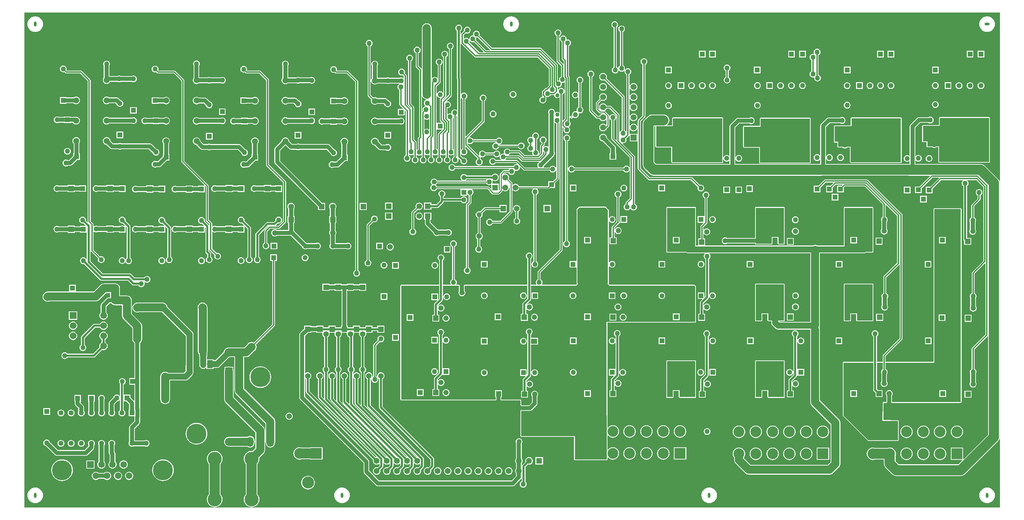
<source format=gbl>
G04*
G04 #@! TF.GenerationSoftware,Altium Limited,Altium Designer,18.1.7 (191)*
G04*
G04 Layer_Physical_Order=2*
G04 Layer_Color=16711680*
%FSLAX44Y44*%
%MOMM*%
G71*
G01*
G75*
%ADD16C,0.2540*%
%ADD25C,1.4732*%
%ADD26R,1.4732X1.4732*%
%ADD27C,1.4000*%
%ADD28R,1.4000X1.4000*%
%ADD29R,1.2700X1.2700*%
%ADD30C,1.2700*%
%ADD31R,1.3716X1.3716*%
%ADD32C,1.3716*%
%ADD33R,1.2700X1.2700*%
%ADD34C,5.0000*%
%ADD35C,1.6510*%
%ADD36R,1.6510X1.6510*%
%ADD37R,1.6764X1.6764*%
%ADD38C,1.6764*%
%ADD39O,0.6400X1.2700*%
%ADD40O,1.2700X0.6400*%
%ADD41R,1.3716X1.3716*%
%ADD42R,1.4986X1.4986*%
%ADD43C,1.4986*%
%ADD44R,1.4000X1.4000*%
%ADD45C,1.7780*%
%ADD46R,1.5240X1.5240*%
%ADD47C,1.5240*%
%ADD48C,1.2954*%
%ADD49R,1.2954X1.2954*%
%ADD50O,1.4500X2.0000*%
%ADD51R,1.4500X2.0000*%
%ADD52R,1.8542X1.8542*%
%ADD53C,1.8542*%
%ADD54O,1.8000X2.5000*%
%ADD55C,1.0300*%
%ADD56C,1.3208*%
%ADD57R,1.3208X1.3208*%
%ADD58C,2.7000*%
%ADD59R,2.7000X2.7000*%
%ADD60C,3.0000*%
%ADD61C,3.5000*%
%ADD62C,1.0000*%
%ADD64C,0.3000*%
%ADD65C,0.5000*%
%ADD66C,2.5000*%
%ADD67C,2.0000*%
%ADD69C,1.5000*%
G36*
X2446750Y822513D02*
X2445480Y822261D01*
X2444666Y824227D01*
X2442341Y827255D01*
X2409256Y860341D01*
X2406227Y862666D01*
X2402699Y864127D01*
X2398914Y864625D01*
X2235406D01*
Y872834D01*
X2236676Y873265D01*
X2237045Y872785D01*
X2238789Y871446D01*
X2240820Y870605D01*
X2243000Y870318D01*
X2245180Y870605D01*
X2247211Y871446D01*
X2248955Y872785D01*
X2250294Y874529D01*
X2251135Y876560D01*
X2251422Y878740D01*
X2251135Y880920D01*
X2250294Y882951D01*
X2248955Y884695D01*
X2247211Y886034D01*
X2245180Y886875D01*
X2243000Y887162D01*
X2240820Y886875D01*
X2238789Y886034D01*
X2237045Y884695D01*
X2236676Y884215D01*
X2235406Y884646D01*
Y955744D01*
X2247453Y967792D01*
X2268531D01*
X2268835Y967558D01*
X2270866Y966717D01*
X2273046Y966430D01*
X2275226Y966717D01*
X2277257Y967558D01*
X2279001Y968897D01*
X2280340Y970641D01*
X2281181Y972672D01*
X2281468Y974852D01*
X2281181Y977032D01*
X2280340Y979063D01*
X2279001Y980807D01*
X2277257Y982146D01*
X2275226Y982987D01*
X2273046Y983274D01*
X2270866Y982987D01*
X2268835Y982146D01*
X2268531Y981912D01*
X2244529D01*
X2242701Y981672D01*
X2240998Y980966D01*
X2239536Y979844D01*
X2223353Y963661D01*
X2222231Y962199D01*
X2221526Y960496D01*
X2221285Y958669D01*
Y885785D01*
X2220015Y885158D01*
X2219207Y885779D01*
X2217175Y886620D01*
X2214996Y886907D01*
X2212816Y886620D01*
X2210784Y885779D01*
X2209040Y884440D01*
X2207702Y882696D01*
X2206861Y880665D01*
X2206573Y878485D01*
X2206861Y876305D01*
X2207702Y874274D01*
X2209040Y872530D01*
X2210784Y871191D01*
X2212816Y870350D01*
X2214996Y870063D01*
X2217175Y870350D01*
X2219207Y871191D01*
X2220015Y871812D01*
X2221285Y871185D01*
Y865828D01*
X2220330Y864991D01*
X2220000Y865034D01*
X2011976D01*
Y876688D01*
X2013246Y876941D01*
X2013418Y876524D01*
X2014757Y874780D01*
X2016501Y873442D01*
X2018532Y872600D01*
X2020712Y872313D01*
X2022892Y872600D01*
X2024923Y873442D01*
X2026667Y874780D01*
X2028006Y876524D01*
X2028847Y878556D01*
X2029134Y880735D01*
X2028847Y882915D01*
X2028006Y884946D01*
X2026667Y886691D01*
X2024923Y888029D01*
X2022892Y888870D01*
X2020712Y889157D01*
X2018532Y888870D01*
X2016501Y888029D01*
X2014757Y886691D01*
X2013418Y884946D01*
X2013246Y884530D01*
X2011976Y884783D01*
Y957076D01*
X2021843Y966942D01*
X2047805D01*
X2048109Y966709D01*
X2050140Y965867D01*
X2052320Y965581D01*
X2054500Y965867D01*
X2056531Y966709D01*
X2058275Y968047D01*
X2059614Y969792D01*
X2060455Y971823D01*
X2060742Y974003D01*
X2060455Y976182D01*
X2059614Y978214D01*
X2058275Y979958D01*
X2056531Y981296D01*
X2054500Y982138D01*
X2052320Y982425D01*
X2050140Y982138D01*
X2048109Y981296D01*
X2047805Y981063D01*
X2018918D01*
X2017091Y980822D01*
X2015388Y980117D01*
X2013926Y978995D01*
X1999923Y964993D01*
X1998801Y963530D01*
X1998096Y961827D01*
X1997855Y960000D01*
Y886301D01*
X1996585Y885870D01*
X1995955Y886691D01*
X1994211Y888029D01*
X1992180Y888870D01*
X1990000Y889157D01*
X1987820Y888870D01*
X1985789Y888029D01*
X1984045Y886691D01*
X1982706Y884946D01*
X1981865Y882915D01*
X1981578Y880735D01*
X1981865Y878556D01*
X1982706Y876524D01*
X1984045Y874780D01*
X1985789Y873442D01*
X1987820Y872600D01*
X1990000Y872313D01*
X1992180Y872600D01*
X1994211Y873442D01*
X1995955Y874780D01*
X1996585Y875601D01*
X1997855Y875170D01*
Y864698D01*
X1997300Y864625D01*
X1785060D01*
Y875184D01*
X1786330Y875436D01*
X1786706Y874529D01*
X1788045Y872785D01*
X1789789Y871446D01*
X1791820Y870605D01*
X1794000Y870318D01*
X1796180Y870605D01*
X1798211Y871446D01*
X1799955Y872785D01*
X1801294Y874529D01*
X1802135Y876560D01*
X1802422Y878740D01*
X1802135Y880920D01*
X1801294Y882951D01*
X1799955Y884695D01*
X1798211Y886034D01*
X1796180Y886875D01*
X1794000Y887162D01*
X1791820Y886875D01*
X1789789Y886034D01*
X1788045Y884695D01*
X1786706Y882951D01*
X1786330Y882044D01*
X1785060Y882296D01*
Y955768D01*
X1795341Y966048D01*
X1820729D01*
X1821033Y965815D01*
X1823064Y964974D01*
X1825244Y964687D01*
X1827424Y964974D01*
X1829455Y965815D01*
X1831199Y967153D01*
X1832538Y968898D01*
X1833379Y970929D01*
X1833666Y973109D01*
X1833379Y975288D01*
X1832538Y977320D01*
X1831199Y979064D01*
X1829455Y980402D01*
X1827424Y981244D01*
X1825244Y981531D01*
X1823064Y981244D01*
X1821033Y980402D01*
X1820729Y980169D01*
X1792416D01*
X1790589Y979928D01*
X1788886Y979223D01*
X1787424Y978101D01*
X1773008Y963685D01*
X1771886Y962223D01*
X1771180Y960520D01*
X1770940Y958692D01*
Y885337D01*
X1769670Y884914D01*
X1768211Y886034D01*
X1766180Y886875D01*
X1764000Y887162D01*
X1761820Y886875D01*
X1759789Y886034D01*
X1758045Y884695D01*
X1756706Y882951D01*
X1756051Y881369D01*
X1754781Y881622D01*
Y979244D01*
X1754626Y980024D01*
X1754184Y980686D01*
X1753522Y981128D01*
X1752742Y981283D01*
X1629420D01*
X1628639Y981128D01*
X1627978Y980686D01*
X1627536Y980024D01*
X1627381Y979244D01*
Y961283D01*
X1614995D01*
X1614564Y962553D01*
X1616129Y963754D01*
X1618454Y966783D01*
X1619915Y970310D01*
X1620413Y974096D01*
X1619915Y977881D01*
X1618454Y981408D01*
X1616129Y984437D01*
X1613101Y986761D01*
X1609573Y988222D01*
X1605788Y988721D01*
X1577453D01*
X1573668Y988222D01*
X1570141Y986761D01*
X1567112Y984437D01*
X1558109Y975434D01*
X1555784Y972405D01*
X1554323Y968878D01*
X1553825Y965092D01*
Y863216D01*
X1554323Y859431D01*
X1555784Y855904D01*
X1558109Y852875D01*
X1571325Y839659D01*
X1574354Y837334D01*
X1577881Y835873D01*
X1581667Y835375D01*
X2000000D01*
X2003110Y835784D01*
X2216890D01*
X2220000Y835375D01*
X2271669D01*
X2272155Y834202D01*
X2246303Y808350D01*
X2234650D01*
Y791650D01*
X2251350D01*
Y803303D01*
X2278478Y830431D01*
X2293851D01*
X2294337Y829258D01*
X2273174Y808095D01*
X2261521D01*
Y791395D01*
X2278221D01*
Y803048D01*
X2299604Y824431D01*
X2354587D01*
X2355018Y823161D01*
X2354045Y822414D01*
X2352706Y820670D01*
X2351865Y818639D01*
X2351578Y816459D01*
X2351865Y814279D01*
X2352706Y812248D01*
X2354045Y810504D01*
X2355412Y809455D01*
Y676824D01*
X2355761Y675068D01*
X2356756Y673580D01*
X2357660Y672675D01*
Y661956D01*
X2374868D01*
Y679164D01*
X2364588D01*
Y809455D01*
X2365955Y810504D01*
X2367294Y812248D01*
X2368135Y814279D01*
X2368422Y816459D01*
X2368135Y818639D01*
X2367294Y820670D01*
X2365955Y822414D01*
X2364982Y823161D01*
X2365413Y824431D01*
X2387873D01*
X2405431Y806873D01*
Y622044D01*
X2377477Y594089D01*
X2376703Y592932D01*
X2376431Y591566D01*
Y541214D01*
X2375789Y540948D01*
X2374045Y539609D01*
X2372706Y537865D01*
X2371865Y535834D01*
X2371578Y533654D01*
X2371865Y531474D01*
X2372706Y529443D01*
X2372940Y529139D01*
Y508309D01*
X2372718Y508021D01*
X2371852Y505928D01*
X2371556Y503682D01*
X2371852Y501436D01*
X2372718Y499343D01*
X2374098Y497546D01*
X2375895Y496166D01*
X2377988Y495299D01*
X2380234Y495004D01*
X2382480Y495299D01*
X2384573Y496166D01*
X2386371Y497546D01*
X2387750Y499343D01*
X2388617Y501436D01*
X2388912Y503682D01*
X2388617Y505928D01*
X2387750Y508021D01*
X2387060Y508919D01*
Y529139D01*
X2387294Y529443D01*
X2388135Y531474D01*
X2388422Y533654D01*
X2388135Y535834D01*
X2387294Y537865D01*
X2385955Y539609D01*
X2384211Y540948D01*
X2383569Y541214D01*
Y590088D01*
X2409258Y615777D01*
X2410431Y615291D01*
Y437707D01*
X2377330Y404605D01*
X2376556Y403447D01*
X2376284Y402082D01*
Y351730D01*
X2375642Y351464D01*
X2373898Y350125D01*
X2372559Y348381D01*
X2371718Y346350D01*
X2371431Y344170D01*
X2371718Y341990D01*
X2372559Y339959D01*
X2372793Y339655D01*
Y318661D01*
X2372337Y318068D01*
X2371470Y315975D01*
X2371175Y313729D01*
X2371470Y311483D01*
X2372337Y309389D01*
X2373717Y307592D01*
X2375514Y306213D01*
X2377607Y305346D01*
X2379853Y305050D01*
X2382099Y305346D01*
X2384192Y306213D01*
X2385990Y307592D01*
X2387369Y309389D01*
X2388236Y311483D01*
X2388531Y313729D01*
X2388236Y315975D01*
X2387369Y318068D01*
X2386913Y318661D01*
Y339655D01*
X2387147Y339959D01*
X2387988Y341990D01*
X2388275Y344170D01*
X2387988Y346350D01*
X2387147Y348381D01*
X2385808Y350125D01*
X2384064Y351464D01*
X2383422Y351730D01*
Y400604D01*
X2416105Y433287D01*
X2417375Y432761D01*
Y186856D01*
X2356189Y125669D01*
X2355015Y126156D01*
Y154500D01*
X2324015D01*
Y123500D01*
X2352360D01*
X2352846Y122327D01*
X2343188Y112669D01*
X2194014D01*
X2186140Y120543D01*
Y133817D01*
X2186791Y135962D01*
X2187090Y139000D01*
X2186791Y142038D01*
X2185905Y144960D01*
X2184465Y147653D01*
X2182528Y150013D01*
X2180168Y151950D01*
X2177475Y153389D01*
X2174554Y154276D01*
X2171515Y154575D01*
X2168477Y154276D01*
X2166332Y153625D01*
X2134698D01*
X2132554Y154276D01*
X2129515Y154575D01*
X2126477Y154276D01*
X2123555Y153389D01*
X2120862Y151950D01*
X2118502Y150013D01*
X2116565Y147653D01*
X2115126Y144960D01*
X2114239Y142038D01*
X2113940Y139000D01*
X2114239Y135962D01*
X2115126Y133040D01*
X2116565Y130347D01*
X2118502Y127987D01*
X2120862Y126050D01*
X2123555Y124611D01*
X2126477Y123724D01*
X2129515Y123425D01*
X2132554Y123724D01*
X2134698Y124375D01*
X2156890D01*
Y114485D01*
X2157388Y110700D01*
X2158849Y107172D01*
X2161174Y104143D01*
X2177614Y87703D01*
X2180643Y85378D01*
X2184171Y83917D01*
X2187956Y83419D01*
X2349246D01*
X2353031Y83917D01*
X2356559Y85378D01*
X2359588Y87703D01*
X2442341Y170456D01*
X2444666Y173485D01*
X2445480Y175451D01*
X2446750Y175199D01*
Y4180D01*
X576464D01*
X576402Y5449D01*
X576745Y5483D01*
X579779Y5782D01*
X583455Y6897D01*
X586842Y8708D01*
X589812Y11145D01*
X592249Y14114D01*
X594059Y17502D01*
X595174Y21177D01*
X595551Y25000D01*
X595174Y28823D01*
X594059Y32498D01*
X592249Y35886D01*
X590582Y37917D01*
Y113683D01*
X592249Y115714D01*
X594059Y119102D01*
X595174Y122777D01*
X595551Y126600D01*
X595329Y128855D01*
X606165Y139691D01*
X608088Y142198D01*
X609298Y145117D01*
X609710Y148250D01*
Y167923D01*
X610980Y168006D01*
X611243Y166006D01*
X612047Y164067D01*
X612218Y162767D01*
X613326Y160091D01*
X615089Y157793D01*
X617387Y156030D01*
X620063Y154921D01*
X622934Y154543D01*
X625806Y154921D01*
X628482Y156030D01*
X630780Y157793D01*
X632543Y160091D01*
X633651Y162767D01*
X633823Y164067D01*
X634626Y166006D01*
X635038Y169138D01*
Y219909D01*
X634626Y223042D01*
X633416Y225961D01*
X631493Y228468D01*
X557104Y302857D01*
Y380896D01*
X562320D01*
X565453Y381309D01*
X568372Y382518D01*
X570879Y384441D01*
X583817Y397380D01*
X585940D01*
Y399825D01*
X586802Y400948D01*
X588012Y403867D01*
X588424Y407000D01*
X588012Y410133D01*
X586983Y412616D01*
X633602Y459235D01*
X634376Y460393D01*
X634647Y461758D01*
Y621650D01*
X639429D01*
Y638350D01*
X622729D01*
Y621650D01*
X627510D01*
Y463236D01*
X581936Y417663D01*
X579453Y418691D01*
X576320Y419104D01*
X573188Y418691D01*
X570269Y417482D01*
X569145Y416620D01*
X566700D01*
Y414497D01*
X557307Y405104D01*
X518700D01*
X515567Y404691D01*
X512648Y403482D01*
X510141Y401558D01*
X509441Y400858D01*
X507518Y398352D01*
X506309Y395433D01*
X506116Y393967D01*
X485480Y373331D01*
X481216D01*
Y375749D01*
X464529D01*
Y382745D01*
X465159D01*
Y391759D01*
X465446Y392452D01*
X465858Y395585D01*
Y504976D01*
X465446Y508109D01*
X464237Y511028D01*
X462313Y513535D01*
X461703Y514146D01*
X459196Y516069D01*
X456277Y517278D01*
X453144Y517691D01*
X450011Y517278D01*
X447092Y516069D01*
X444586Y514146D01*
X442662Y511639D01*
X441453Y508720D01*
X441041Y505587D01*
X441453Y502454D01*
X441651Y501975D01*
Y395585D01*
X442064Y392452D01*
X443273Y389533D01*
X444649Y387740D01*
Y382745D01*
X445366D01*
Y363749D01*
X445618Y361834D01*
Y360999D01*
X445936Y358584D01*
X446868Y356334D01*
X448350Y354402D01*
X450283Y352919D01*
X452533Y351987D01*
X454948Y351669D01*
X457362Y351987D01*
X459613Y352919D01*
X461446Y354326D01*
X462185Y354184D01*
X462716Y354004D01*
Y351749D01*
X481216D01*
Y354167D01*
X489449D01*
X491929Y354494D01*
X494240Y355451D01*
X496225Y356974D01*
X519667Y380416D01*
X521133Y380609D01*
X521827Y380896D01*
X532896D01*
Y297843D01*
X533309Y294711D01*
X534518Y291792D01*
X536441Y289285D01*
X610831Y214895D01*
Y198577D01*
X609561Y198494D01*
X609298Y200494D01*
X608088Y203414D01*
X606165Y205920D01*
X531267Y280819D01*
Y345414D01*
X530854Y348547D01*
X530434Y349561D01*
Y356685D01*
X523310D01*
X522296Y357105D01*
X519163Y357518D01*
X516030Y357105D01*
X515016Y356685D01*
X507892D01*
Y349561D01*
X507472Y348547D01*
X507060Y345414D01*
Y275805D01*
X507472Y272673D01*
X508681Y269753D01*
X510605Y267247D01*
X585503Y192348D01*
Y169652D01*
Y153264D01*
X578212Y145972D01*
X575956Y146194D01*
X572134Y145818D01*
X568458Y144703D01*
X565070Y142892D01*
X562101Y140455D01*
X559664Y137486D01*
X557854Y134098D01*
X556739Y130423D01*
X556362Y126600D01*
X556739Y122777D01*
X557854Y119102D01*
X559664Y115714D01*
X561331Y113683D01*
Y37917D01*
X559664Y35886D01*
X557854Y32498D01*
X556739Y28823D01*
X556362Y25000D01*
X556739Y21177D01*
X557854Y17502D01*
X559664Y14114D01*
X562101Y11145D01*
X565070Y8708D01*
X568458Y6897D01*
X572134Y5782D01*
X575168Y5483D01*
X575511Y5449D01*
X575449Y4180D01*
X484264D01*
X484202Y5449D01*
X484545Y5483D01*
X487579Y5782D01*
X491255Y6897D01*
X494642Y8708D01*
X497612Y11145D01*
X500049Y14114D01*
X501859Y17502D01*
X502974Y21177D01*
X503351Y25000D01*
X502974Y28823D01*
X501859Y32498D01*
X500049Y35886D01*
X498382Y37917D01*
Y113683D01*
X500049Y115714D01*
X501859Y119102D01*
X502974Y122777D01*
X503351Y126600D01*
X502974Y130423D01*
X501859Y134098D01*
X500049Y137486D01*
X497612Y140455D01*
X494642Y142892D01*
X491255Y144703D01*
X487579Y145818D01*
X483756Y146194D01*
X479934Y145818D01*
X476258Y144703D01*
X472870Y142892D01*
X469901Y140455D01*
X467464Y137486D01*
X465654Y134098D01*
X464539Y130423D01*
X464162Y126600D01*
X464539Y122777D01*
X465654Y119102D01*
X467464Y115714D01*
X469131Y113683D01*
Y37917D01*
X467464Y35886D01*
X465654Y32498D01*
X464539Y28823D01*
X464162Y25000D01*
X464539Y21177D01*
X465654Y17502D01*
X467464Y14114D01*
X469901Y11145D01*
X472870Y8708D01*
X476258Y6897D01*
X479934Y5782D01*
X482967Y5483D01*
X483311Y5449D01*
X483249Y4180D01*
X7884D01*
Y1244180D01*
X2446750D01*
Y822513D01*
D02*
G37*
G36*
X1752742Y869244D02*
X1628240D01*
X1627420Y870064D01*
Y908182D01*
X1588434D01*
X1587373Y909244D01*
Y959244D01*
X1629420D01*
Y979244D01*
X1752742D01*
Y869244D01*
D02*
G37*
G36*
X1585334Y959244D02*
Y909244D01*
X1585334Y909244D01*
X1585489Y908463D01*
X1585931Y907802D01*
X1586993Y906740D01*
X1587654Y906298D01*
X1588434Y906143D01*
X1625381D01*
Y870064D01*
X1625536Y869284D01*
X1625978Y868622D01*
X1625978Y868622D01*
X1626799Y867802D01*
X1627460Y867360D01*
X1628240Y867204D01*
X1752742D01*
X1753522Y867360D01*
X1754184Y867802D01*
X1754626Y868463D01*
X1754781Y869244D01*
Y875858D01*
X1756051Y876111D01*
X1756706Y874529D01*
X1758045Y872785D01*
X1759789Y871446D01*
X1761820Y870605D01*
X1764000Y870318D01*
X1766180Y870605D01*
X1768211Y871446D01*
X1769670Y872566D01*
X1770940Y872143D01*
Y864625D01*
X1587724D01*
X1583075Y869274D01*
Y959034D01*
X1583511Y959471D01*
X1585148D01*
X1585334Y959244D01*
D02*
G37*
%LPC*%
G36*
X2415000Y1234594D02*
X2411177Y1234218D01*
X2407502Y1233103D01*
X2404114Y1231292D01*
X2401145Y1228855D01*
X2398708Y1225886D01*
X2396897Y1222498D01*
X2395782Y1218822D01*
X2395406Y1215000D01*
X2395782Y1211177D01*
X2396897Y1207501D01*
X2398708Y1204114D01*
X2401145Y1201145D01*
X2404114Y1198708D01*
X2407502Y1196897D01*
X2411177Y1195782D01*
X2415000Y1195406D01*
X2418823Y1195782D01*
X2422498Y1196897D01*
X2425886Y1198708D01*
X2428855Y1201145D01*
X2431292Y1204114D01*
X2433103Y1207501D01*
X2434218Y1211177D01*
X2434594Y1215000D01*
X2434218Y1218822D01*
X2433103Y1222498D01*
X2431292Y1225886D01*
X2428855Y1228855D01*
X2425886Y1231292D01*
X2422498Y1233103D01*
X2418823Y1234218D01*
X2415000Y1234594D01*
D02*
G37*
G36*
X1225000D02*
X1221177Y1234218D01*
X1217501Y1233103D01*
X1214114Y1231292D01*
X1211145Y1228855D01*
X1208708Y1225886D01*
X1206897Y1222498D01*
X1205782Y1218822D01*
X1205406Y1215000D01*
X1205782Y1211177D01*
X1206897Y1207501D01*
X1208708Y1204114D01*
X1211145Y1201145D01*
X1214114Y1198708D01*
X1217501Y1196897D01*
X1221177Y1195782D01*
X1225000Y1195406D01*
X1228822Y1195782D01*
X1232498Y1196897D01*
X1235886Y1198708D01*
X1238855Y1201145D01*
X1241292Y1204114D01*
X1243103Y1207501D01*
X1244218Y1211177D01*
X1244594Y1215000D01*
X1244218Y1218822D01*
X1243103Y1222498D01*
X1241292Y1225886D01*
X1238855Y1228855D01*
X1235886Y1231292D01*
X1232498Y1233103D01*
X1228822Y1234218D01*
X1225000Y1234594D01*
D02*
G37*
G36*
X35000D02*
X31177Y1234218D01*
X27502Y1233103D01*
X24114Y1231292D01*
X21145Y1228855D01*
X18708Y1225886D01*
X16897Y1222498D01*
X15782Y1218822D01*
X15406Y1215000D01*
X15782Y1211177D01*
X16897Y1207501D01*
X18708Y1204114D01*
X21145Y1201145D01*
X24114Y1198708D01*
X27502Y1196897D01*
X31177Y1195782D01*
X35000Y1195406D01*
X38823Y1195782D01*
X42499Y1196897D01*
X45886Y1198708D01*
X48856Y1201145D01*
X51292Y1204114D01*
X53103Y1207501D01*
X54218Y1211177D01*
X54595Y1215000D01*
X54218Y1218822D01*
X53103Y1222498D01*
X51292Y1225886D01*
X48856Y1228855D01*
X45886Y1231292D01*
X42499Y1233103D01*
X38823Y1234218D01*
X35000Y1234594D01*
D02*
G37*
G36*
X1990000Y1153422D02*
X1987820Y1153135D01*
X1985789Y1152294D01*
X1984045Y1150955D01*
X1982706Y1149211D01*
X1981865Y1147180D01*
X1981578Y1145000D01*
X1981865Y1142820D01*
X1982567Y1141125D01*
X1981873Y1140253D01*
X1981670Y1140122D01*
X1981639Y1140135D01*
X1979459Y1140422D01*
X1977279Y1140135D01*
X1975248Y1139294D01*
X1973504Y1137955D01*
X1972165Y1136211D01*
X1971324Y1134180D01*
X1971037Y1132000D01*
X1971324Y1129820D01*
X1972165Y1127789D01*
X1973504Y1126045D01*
X1975248Y1124706D01*
X1975891Y1124440D01*
Y1097560D01*
X1975248Y1097294D01*
X1973504Y1095955D01*
X1972165Y1094211D01*
X1971324Y1092180D01*
X1971037Y1090000D01*
X1971324Y1087820D01*
X1972165Y1085789D01*
X1973504Y1084045D01*
X1975248Y1082706D01*
X1977279Y1081865D01*
X1979459Y1081578D01*
X1981537Y1081852D01*
X1981685Y1081824D01*
X1982697Y1080928D01*
X1982574Y1079998D01*
X1982861Y1077818D01*
X1983702Y1075787D01*
X1985041Y1074043D01*
X1986785Y1072704D01*
X1988816Y1071863D01*
X1990996Y1071576D01*
X1993176Y1071863D01*
X1995207Y1072704D01*
X1996951Y1074043D01*
X1998290Y1075787D01*
X1999131Y1077818D01*
X1999418Y1079998D01*
X1999131Y1082178D01*
X1998290Y1084209D01*
X1996951Y1085953D01*
X1995207Y1087292D01*
X1993569Y1087970D01*
Y1137440D01*
X1994211Y1137706D01*
X1995955Y1139045D01*
X1997294Y1140789D01*
X1998135Y1142820D01*
X1998422Y1145000D01*
X1998135Y1147180D01*
X1997294Y1149211D01*
X1995955Y1150955D01*
X1994211Y1152294D01*
X1992180Y1153135D01*
X1990000Y1153422D01*
D02*
G37*
G36*
X1736566Y1148107D02*
X1719866D01*
Y1131407D01*
X1736566D01*
Y1148107D01*
D02*
G37*
G36*
X1711166D02*
X1694466D01*
Y1131407D01*
X1711166D01*
Y1148107D01*
D02*
G37*
G36*
X2408077Y1148106D02*
X2391377D01*
Y1131406D01*
X2408077D01*
Y1148106D01*
D02*
G37*
G36*
X2380561D02*
X2363861D01*
Y1131406D01*
X2380561D01*
Y1148106D01*
D02*
G37*
G36*
X2183098D02*
X2166398D01*
Y1131406D01*
X2183098D01*
Y1148106D01*
D02*
G37*
G36*
X2156851D02*
X2140151D01*
Y1131406D01*
X2156851D01*
Y1148106D01*
D02*
G37*
G36*
X1961695D02*
X1944995D01*
Y1131406D01*
X1961695D01*
Y1148106D01*
D02*
G37*
G36*
X1934243D02*
X1917543D01*
Y1131406D01*
X1934243D01*
Y1148106D01*
D02*
G37*
G36*
X1014124Y1217104D02*
X1010992Y1216691D01*
X1008072Y1215482D01*
X1005566Y1213559D01*
X1003642Y1211052D01*
X1002433Y1208133D01*
X1002021Y1205000D01*
Y1103782D01*
X1000751Y1103296D01*
X993569Y1110478D01*
Y1142440D01*
X994211Y1142706D01*
X995955Y1144045D01*
X997294Y1145789D01*
X998135Y1147820D01*
X998422Y1150000D01*
X998135Y1152180D01*
X997294Y1154211D01*
X995955Y1155955D01*
X994211Y1157294D01*
X992180Y1158135D01*
X990000Y1158422D01*
X987820Y1158135D01*
X985789Y1157294D01*
X984045Y1155955D01*
X982706Y1154211D01*
X981865Y1152180D01*
X981578Y1150000D01*
X981865Y1147820D01*
X982706Y1145789D01*
X984045Y1144045D01*
X985789Y1142706D01*
X986431Y1142440D01*
Y1109000D01*
X986703Y1107634D01*
X987477Y1106477D01*
X995003Y1098951D01*
Y992621D01*
X995004Y992616D01*
Y954618D01*
X995006Y954608D01*
Y933054D01*
X992477Y930525D01*
X991703Y929367D01*
X991431Y928001D01*
Y901511D01*
X990789Y901245D01*
X989839Y900515D01*
X988569Y901142D01*
Y919000D01*
X988297Y920366D01*
X987523Y921523D01*
X982441Y926606D01*
Y1006492D01*
X982169Y1007858D01*
X981395Y1009016D01*
X974569Y1015843D01*
Y1122440D01*
X975211Y1122706D01*
X976955Y1124045D01*
X978294Y1125789D01*
X979135Y1127820D01*
X979422Y1130000D01*
X979135Y1132180D01*
X978294Y1134211D01*
X976955Y1135955D01*
X975211Y1137294D01*
X973180Y1138135D01*
X971000Y1138422D01*
X968820Y1138135D01*
X966789Y1137294D01*
X965045Y1135955D01*
X963706Y1134211D01*
X962865Y1132180D01*
X962578Y1130000D01*
X962865Y1127820D01*
X963706Y1125789D01*
X965045Y1124045D01*
X966789Y1122706D01*
X967431Y1122440D01*
Y1014364D01*
X967703Y1012999D01*
X968477Y1011841D01*
X974702Y1005616D01*
X974615Y1005179D01*
X973237Y1004761D01*
X963569Y1014430D01*
Y1086000D01*
X963297Y1087366D01*
X962523Y1088523D01*
X958869Y1092178D01*
X959135Y1092820D01*
X959422Y1095000D01*
X959135Y1097180D01*
X958294Y1099211D01*
X956955Y1100955D01*
X955211Y1102294D01*
X953180Y1103135D01*
X951000Y1103422D01*
X948820Y1103135D01*
X946789Y1102294D01*
X945045Y1100955D01*
X943706Y1099211D01*
X942865Y1097180D01*
X942578Y1095000D01*
X942865Y1092820D01*
X943706Y1090789D01*
X945045Y1089045D01*
X946789Y1087706D01*
X948820Y1086865D01*
X951000Y1086578D01*
X953180Y1086865D01*
X953822Y1087131D01*
X956431Y1084522D01*
Y1080591D01*
X955161Y1079965D01*
X954211Y1080694D01*
X952180Y1081535D01*
X950000Y1081822D01*
X947820Y1081535D01*
X945789Y1080694D01*
X945487Y1080462D01*
X920835D01*
X920531Y1080695D01*
X918500Y1081536D01*
X916320Y1081824D01*
X914140Y1081536D01*
X912109Y1080695D01*
X911803Y1080460D01*
X890981D01*
Y1110417D01*
X891214Y1110721D01*
X892055Y1112753D01*
X892342Y1114932D01*
X892055Y1117112D01*
X891214Y1119144D01*
X889875Y1120888D01*
X888131Y1122226D01*
X886100Y1123068D01*
X883920Y1123354D01*
X881740Y1123068D01*
X879709Y1122226D01*
X877965Y1120888D01*
X876626Y1119144D01*
X875785Y1117112D01*
X875498Y1114932D01*
X875785Y1112753D01*
X876626Y1110721D01*
X876860Y1110417D01*
Y1079793D01*
X875628Y1078187D01*
X874823Y1076244D01*
X873553Y1076497D01*
Y1159440D01*
X874195Y1159706D01*
X875940Y1161045D01*
X877278Y1162789D01*
X878120Y1164820D01*
X878407Y1167000D01*
X878120Y1169180D01*
X877278Y1171211D01*
X875940Y1172955D01*
X874195Y1174294D01*
X872164Y1175135D01*
X869985Y1175422D01*
X867805Y1175135D01*
X865773Y1174294D01*
X864029Y1172955D01*
X862691Y1171211D01*
X861849Y1169180D01*
X861562Y1167000D01*
X861849Y1164820D01*
X862691Y1162789D01*
X864029Y1161045D01*
X865773Y1159706D01*
X866416Y1159440D01*
Y1036535D01*
X866688Y1035170D01*
X867461Y1034012D01*
X875176Y1026297D01*
X874671Y1025078D01*
X874345Y1022600D01*
X874671Y1020122D01*
X875628Y1017812D01*
X877150Y1015829D01*
X879133Y1014308D01*
X881442Y1013351D01*
X883920Y1013025D01*
X886398Y1013351D01*
X888708Y1014308D01*
X890313Y1015539D01*
X906412D01*
X908135Y1013817D01*
X908185Y1013437D01*
X909027Y1011405D01*
X910365Y1009661D01*
X912109Y1008323D01*
X914140Y1007481D01*
X916320Y1007194D01*
X918500Y1007481D01*
X920531Y1008323D01*
X922275Y1009661D01*
X923614Y1011405D01*
X924455Y1013437D01*
X924742Y1015617D01*
X924455Y1017796D01*
X923614Y1019827D01*
X922275Y1021572D01*
X920531Y1022910D01*
X918500Y1023752D01*
X918120Y1023802D01*
X914329Y1027592D01*
X912867Y1028714D01*
X911164Y1029420D01*
X909337Y1029660D01*
X890313D01*
X888708Y1030892D01*
X886398Y1031849D01*
X883920Y1032175D01*
X881442Y1031849D01*
X880223Y1031344D01*
X873553Y1038014D01*
Y1070303D01*
X874823Y1070555D01*
X875628Y1068613D01*
X877150Y1066629D01*
X879133Y1065108D01*
X881442Y1064151D01*
X883920Y1063825D01*
X886398Y1064151D01*
X888708Y1065108D01*
X890313Y1066339D01*
X911807D01*
X912109Y1066108D01*
X914140Y1065266D01*
X916320Y1064979D01*
X918500Y1065266D01*
X920531Y1066108D01*
X920835Y1066341D01*
X944829D01*
X945082Y1065071D01*
X944789Y1064950D01*
X943045Y1063611D01*
X941706Y1061867D01*
X940865Y1059836D01*
X940578Y1057656D01*
X940865Y1055476D01*
X941706Y1053445D01*
X943045Y1051701D01*
X944789Y1050362D01*
X945431Y1050096D01*
Y1013990D01*
X945703Y1012625D01*
X946477Y1011467D01*
X953760Y1004184D01*
X953274Y1003010D01*
X941650D01*
Y986310D01*
X958350D01*
Y997934D01*
X959523Y998420D01*
X961581Y996362D01*
Y886622D01*
X960789Y886294D01*
X959045Y884955D01*
X957706Y883211D01*
X956865Y881180D01*
X956578Y879000D01*
X956865Y876820D01*
X957706Y874789D01*
X959045Y873045D01*
X960789Y871706D01*
X962820Y870865D01*
X965000Y870578D01*
X967180Y870865D01*
X969211Y871706D01*
X970955Y873045D01*
X972294Y874789D01*
X973135Y876820D01*
X973422Y879000D01*
X973135Y881180D01*
X972294Y883211D01*
X970955Y884955D01*
X969211Y886294D01*
X968719Y886498D01*
Y887694D01*
X969989Y888320D01*
X970789Y887706D01*
X972820Y886865D01*
X975000Y886578D01*
X977180Y886865D01*
X979211Y887706D01*
X980161Y888436D01*
X981431Y887809D01*
Y882560D01*
X980789Y882294D01*
X979045Y880955D01*
X977706Y879211D01*
X976865Y877180D01*
X976578Y875000D01*
X976865Y872820D01*
X977706Y870789D01*
X979045Y869045D01*
X980789Y867706D01*
X982820Y866865D01*
X985000Y866578D01*
X987180Y866865D01*
X989211Y867706D01*
X990955Y869045D01*
X992294Y870789D01*
X993135Y872820D01*
X993422Y875000D01*
X993135Y877180D01*
X992294Y879211D01*
X990955Y880955D01*
X989211Y882294D01*
X988569Y882560D01*
Y886760D01*
X989839Y887386D01*
X990789Y886657D01*
X992820Y885816D01*
X995000Y885529D01*
X997180Y885816D01*
X999211Y886657D01*
X1000161Y887386D01*
X1001431Y886760D01*
Y882447D01*
X1000789Y882181D01*
X999045Y880843D01*
X997706Y879099D01*
X996865Y877067D01*
X996578Y874887D01*
X996865Y872708D01*
X997706Y870676D01*
X999045Y868932D01*
X1000789Y867594D01*
X1002820Y866752D01*
X1005000Y866466D01*
X1007180Y866752D01*
X1009211Y867594D01*
X1010955Y868932D01*
X1012294Y870676D01*
X1013135Y872708D01*
X1013422Y874887D01*
X1013135Y877067D01*
X1012294Y879099D01*
X1010955Y880843D01*
X1009211Y882181D01*
X1008569Y882447D01*
Y887806D01*
X1009839Y888432D01*
X1010787Y887704D01*
X1012818Y886863D01*
X1014998Y886576D01*
X1017178Y886863D01*
X1019209Y887704D01*
X1020159Y888434D01*
X1021429Y887807D01*
Y882558D01*
X1020787Y882292D01*
X1019043Y880954D01*
X1017704Y879209D01*
X1016863Y877178D01*
X1016576Y874998D01*
X1016863Y872819D01*
X1017704Y870787D01*
X1019043Y869043D01*
X1020787Y867704D01*
X1022818Y866863D01*
X1024998Y866576D01*
X1027178Y866863D01*
X1029209Y867704D01*
X1030953Y869043D01*
X1032292Y870787D01*
X1033133Y872819D01*
X1033420Y874998D01*
X1033133Y877178D01*
X1032292Y879209D01*
X1030953Y880954D01*
X1029209Y882292D01*
X1028567Y882558D01*
Y887807D01*
X1029837Y888433D01*
X1030789Y887702D01*
X1032820Y886861D01*
X1035000Y886574D01*
X1037180Y886861D01*
X1039211Y887702D01*
X1040161Y888432D01*
X1041431Y887805D01*
Y882560D01*
X1040789Y882294D01*
X1039045Y880955D01*
X1037706Y879211D01*
X1036865Y877180D01*
X1036578Y875000D01*
X1036865Y872820D01*
X1037706Y870789D01*
X1039045Y869045D01*
X1040789Y867706D01*
X1042820Y866865D01*
X1045000Y866578D01*
X1047180Y866865D01*
X1049211Y867706D01*
X1050955Y869045D01*
X1052294Y870789D01*
X1053135Y872820D01*
X1053422Y875000D01*
X1053135Y877180D01*
X1052294Y879211D01*
X1050955Y880955D01*
X1049211Y882294D01*
X1048569Y882560D01*
Y887809D01*
X1049839Y888436D01*
X1050789Y887706D01*
X1052820Y886865D01*
X1055000Y886578D01*
X1057180Y886865D01*
X1059211Y887706D01*
X1060159Y888434D01*
X1061429Y887808D01*
Y882558D01*
X1060787Y882292D01*
X1059043Y880954D01*
X1057704Y879209D01*
X1056863Y877178D01*
X1056576Y874998D01*
X1056863Y872819D01*
X1057704Y870787D01*
X1059043Y869043D01*
X1060787Y867704D01*
X1062818Y866863D01*
X1064998Y866576D01*
X1067178Y866863D01*
X1069209Y867704D01*
X1070953Y869043D01*
X1072292Y870787D01*
X1073133Y872819D01*
X1073420Y874998D01*
X1073133Y877178D01*
X1072292Y879209D01*
X1070953Y880954D01*
X1069209Y882292D01*
X1068566Y882558D01*
Y887398D01*
X1069836Y888025D01*
X1070789Y887294D01*
X1072820Y886452D01*
X1075000Y886165D01*
X1077180Y886452D01*
X1079211Y887294D01*
X1080159Y888021D01*
X1081429Y887395D01*
Y882558D01*
X1080787Y882292D01*
X1079043Y880954D01*
X1077704Y879209D01*
X1076863Y877178D01*
X1076576Y874998D01*
X1076863Y872819D01*
X1077704Y870787D01*
X1079043Y869043D01*
X1080787Y867704D01*
X1082818Y866863D01*
X1084998Y866576D01*
X1087178Y866863D01*
X1089209Y867704D01*
X1090953Y869043D01*
X1092291Y870787D01*
X1093133Y872819D01*
X1093420Y874998D01*
X1093147Y877073D01*
X1093239Y877173D01*
X1094536Y877480D01*
X1098326Y873690D01*
X1098101Y871982D01*
X1098388Y869802D01*
X1099229Y867770D01*
X1100568Y866026D01*
X1102312Y864688D01*
X1104343Y863846D01*
X1106523Y863559D01*
X1108703Y863846D01*
X1110734Y864688D01*
X1112478Y866026D01*
X1113817Y867770D01*
X1114658Y869802D01*
X1114945Y871982D01*
X1114658Y874161D01*
X1113817Y876192D01*
X1112478Y877937D01*
X1110734Y879275D01*
X1108703Y880117D01*
X1106523Y880404D01*
X1104815Y880179D01*
X1099438Y885555D01*
Y889043D01*
X1100708Y889474D01*
X1101041Y889041D01*
X1102785Y887702D01*
X1104816Y886861D01*
X1106996Y886574D01*
X1109176Y886861D01*
X1111207Y887702D01*
X1112952Y889041D01*
X1114290Y890785D01*
X1115131Y892816D01*
X1115418Y894996D01*
X1115131Y897176D01*
X1114290Y899207D01*
X1112952Y900952D01*
X1111207Y902290D01*
X1110565Y902556D01*
Y907729D01*
X1111738Y908215D01*
X1141454Y878499D01*
Y877305D01*
X1140812Y877039D01*
X1139068Y875701D01*
X1137729Y873956D01*
X1136888Y871925D01*
X1136601Y869745D01*
X1136888Y867566D01*
X1137729Y865534D01*
X1139068Y863790D01*
X1140812Y862451D01*
X1142843Y861610D01*
X1145023Y861323D01*
X1147203Y861610D01*
X1149234Y862451D01*
X1150978Y863790D01*
X1152317Y865534D01*
X1153158Y867566D01*
X1153445Y869745D01*
X1153158Y871925D01*
X1152317Y873956D01*
X1150978Y875701D01*
X1149234Y877039D01*
X1148592Y877305D01*
Y879977D01*
X1148320Y881343D01*
X1148234Y881471D01*
X1149113Y882441D01*
X1150820Y881734D01*
X1153000Y881447D01*
X1155180Y881734D01*
X1157211Y882575D01*
X1158955Y883914D01*
X1160294Y885658D01*
X1160826Y886944D01*
X1181225D01*
X1181704Y885787D01*
X1183042Y884043D01*
X1184787Y882704D01*
X1186818Y881863D01*
X1188998Y881576D01*
X1191177Y881863D01*
X1193209Y882704D01*
X1194953Y884043D01*
X1195756Y885089D01*
X1196865Y884449D01*
X1196865Y884448D01*
X1196578Y882269D01*
X1196865Y880089D01*
X1197706Y878057D01*
X1199045Y876313D01*
X1199719Y875796D01*
X1199287Y874526D01*
X1186107D01*
X1185794Y875281D01*
X1184456Y877026D01*
X1182712Y878364D01*
X1180680Y879205D01*
X1178501Y879492D01*
X1176321Y879205D01*
X1174290Y878364D01*
X1172545Y877026D01*
X1171207Y875281D01*
X1170366Y873250D01*
X1170079Y871070D01*
X1170366Y868891D01*
X1171207Y866859D01*
X1172545Y865115D01*
X1174290Y863777D01*
X1176321Y862935D01*
X1178501Y862648D01*
X1180680Y862935D01*
X1182712Y863777D01*
X1184456Y865115D01*
X1185794Y866859D01*
X1186014Y867389D01*
X1237564D01*
X1239442Y865511D01*
X1238849Y864308D01*
X1237998Y864420D01*
X1235818Y864133D01*
X1233786Y863292D01*
X1232042Y861954D01*
X1230704Y860209D01*
X1230341Y859334D01*
X1084657D01*
X1084294Y860211D01*
X1082955Y861955D01*
X1081211Y863294D01*
X1079180Y864135D01*
X1077000Y864422D01*
X1074820Y864135D01*
X1072789Y863294D01*
X1071045Y861955D01*
X1069706Y860211D01*
X1068865Y858180D01*
X1068578Y856000D01*
X1068865Y853820D01*
X1069706Y851789D01*
X1071045Y850045D01*
X1072789Y848706D01*
X1074820Y847865D01*
X1077000Y847578D01*
X1079180Y847865D01*
X1081211Y848706D01*
X1082955Y850045D01*
X1084294Y851789D01*
X1084657Y852666D01*
X1218988D01*
X1219614Y851396D01*
X1218704Y850209D01*
X1218341Y849332D01*
X1206998D01*
X1205722Y849079D01*
X1204641Y848356D01*
X1197406Y841122D01*
X1196684Y840040D01*
X1196430Y838764D01*
Y805842D01*
Y800145D01*
X1195539Y799254D01*
X1194366Y799741D01*
Y815208D01*
X1178372D01*
X1177579Y816478D01*
X1178135Y817820D01*
X1178422Y820000D01*
X1178135Y822180D01*
X1177574Y823534D01*
X1178617Y824334D01*
X1180277Y823061D01*
X1182555Y822117D01*
X1185000Y821795D01*
X1187445Y822117D01*
X1189724Y823061D01*
X1191680Y824562D01*
X1193181Y826519D01*
X1194125Y828797D01*
X1194447Y831242D01*
X1194125Y833687D01*
X1193181Y835966D01*
X1191680Y837922D01*
X1189724Y839423D01*
X1187445Y840367D01*
X1185000Y840689D01*
X1182555Y840367D01*
X1180277Y839423D01*
X1178320Y837922D01*
X1176819Y835966D01*
X1176763Y835830D01*
X1113527D01*
X1112478Y837197D01*
X1110734Y838536D01*
X1108703Y839377D01*
X1106523Y839664D01*
X1104343Y839377D01*
X1102312Y838536D01*
X1100568Y837197D01*
X1099229Y835453D01*
X1098388Y833422D01*
X1098101Y831242D01*
X1098388Y829062D01*
X1099229Y827031D01*
X1100568Y825287D01*
X1101790Y824349D01*
X1101359Y823079D01*
X1039657D01*
X1039294Y823956D01*
X1037955Y825701D01*
X1036211Y827039D01*
X1034180Y827880D01*
X1032000Y828167D01*
X1029820Y827880D01*
X1027789Y827039D01*
X1026045Y825701D01*
X1024706Y823956D01*
X1023865Y821925D01*
X1023578Y819745D01*
X1023865Y817565D01*
X1024706Y815534D01*
X1026045Y813790D01*
X1026577Y813382D01*
X1026534Y811814D01*
X1025474Y811001D01*
X1024135Y809256D01*
X1023294Y807225D01*
X1023007Y805045D01*
X1023294Y802866D01*
X1024135Y800834D01*
X1025474Y799090D01*
X1027218Y797751D01*
X1029249Y796910D01*
X1031429Y796623D01*
X1033609Y796910D01*
X1035640Y797751D01*
X1037384Y799090D01*
X1038723Y800834D01*
X1039086Y801711D01*
X1096953D01*
X1098173Y801591D01*
Y784892D01*
X1114873D01*
Y787646D01*
X1115387Y787821D01*
X1116143Y787966D01*
X1117787Y786705D01*
X1118664Y786341D01*
Y770379D01*
X1112588Y764303D01*
X1111865Y763221D01*
X1111611Y761945D01*
Y605657D01*
X1110734Y605294D01*
X1108990Y603955D01*
X1107651Y602211D01*
X1106810Y600180D01*
X1106523Y598000D01*
X1106810Y595820D01*
X1107651Y593789D01*
X1108990Y592045D01*
X1110734Y590706D01*
X1112765Y589865D01*
X1114945Y589578D01*
X1117125Y589865D01*
X1119156Y590706D01*
X1120900Y592045D01*
X1122239Y593789D01*
X1123080Y595820D01*
X1123367Y598000D01*
X1123080Y600180D01*
X1122239Y602211D01*
X1120900Y603955D01*
X1119156Y605294D01*
X1118279Y605657D01*
Y760564D01*
X1124355Y766640D01*
X1125078Y767722D01*
X1125332Y768998D01*
Y786341D01*
X1126209Y786705D01*
X1127953Y788043D01*
X1129292Y789787D01*
X1130133Y791819D01*
X1130420Y793998D01*
X1130133Y796178D01*
X1129292Y798209D01*
X1127953Y799954D01*
X1127318Y800441D01*
X1127749Y801711D01*
X1166134D01*
X1171106Y796739D01*
X1171284Y795846D01*
X1172007Y794764D01*
X1177128Y789642D01*
X1178210Y788920D01*
X1179486Y788666D01*
X1193000D01*
X1194276Y788920D01*
X1195358Y789642D01*
X1202122Y796406D01*
X1202844Y797488D01*
X1202973Y798135D01*
X1204258Y798694D01*
X1204337Y798689D01*
X1205677Y797661D01*
X1207955Y796717D01*
X1210400Y796395D01*
X1212845Y796717D01*
X1215124Y797661D01*
X1217080Y799162D01*
X1218581Y801119D01*
X1219525Y803397D01*
X1219677Y804552D01*
X1220947Y804469D01*
Y745662D01*
X1197619Y722334D01*
X1178657D01*
X1178294Y723211D01*
X1176955Y724955D01*
X1175211Y726294D01*
X1173180Y727135D01*
X1171000Y727422D01*
X1168820Y727135D01*
X1166789Y726294D01*
X1165045Y724955D01*
X1163706Y723211D01*
X1162865Y721180D01*
X1162578Y719000D01*
X1162865Y716820D01*
X1163706Y714789D01*
X1165045Y713045D01*
X1166789Y711706D01*
X1168820Y710865D01*
X1171000Y710578D01*
X1173180Y710865D01*
X1175211Y711706D01*
X1176955Y713045D01*
X1178294Y714789D01*
X1178657Y715666D01*
X1199000D01*
X1200276Y715920D01*
X1201357Y716643D01*
X1226639Y741924D01*
X1227361Y743005D01*
X1227615Y744281D01*
Y799037D01*
X1228885Y799469D01*
X1229120Y799162D01*
X1231077Y797661D01*
X1233355Y796717D01*
X1235800Y796395D01*
X1238245Y796717D01*
X1240524Y797661D01*
X1242480Y799162D01*
X1243981Y801119D01*
X1244557Y802508D01*
X1278982D01*
X1279413Y801238D01*
X1279045Y800955D01*
X1277706Y799211D01*
X1276865Y797180D01*
X1276578Y795000D01*
X1276865Y792820D01*
X1277706Y790789D01*
X1279045Y789045D01*
X1280656Y787809D01*
Y621224D01*
X1280013Y620958D01*
X1278269Y619619D01*
X1276930Y617875D01*
X1276089Y615844D01*
X1275896Y614381D01*
X1274615Y614380D01*
X1274588Y614427D01*
Y627761D01*
X1275955Y628810D01*
X1277294Y630554D01*
X1278135Y632585D01*
X1278422Y634765D01*
X1278135Y636945D01*
X1277294Y638976D01*
X1275955Y640721D01*
X1274211Y642059D01*
X1272180Y642900D01*
X1270000Y643187D01*
X1267820Y642900D01*
X1265789Y642059D01*
X1264045Y640721D01*
X1262706Y638976D01*
X1261865Y636945D01*
X1261578Y634765D01*
X1261865Y632585D01*
X1262706Y630554D01*
X1264045Y628810D01*
X1265412Y627761D01*
Y562039D01*
X1108655D01*
X1107875Y561884D01*
X1107214Y561442D01*
X1106771Y560780D01*
X1106616Y560000D01*
Y547260D01*
X1106668Y546999D01*
X1106686Y546733D01*
X1106745Y546612D01*
X1106771Y546480D01*
X1106920Y546258D01*
X1107038Y546019D01*
X1107513Y545400D01*
X1108148Y543865D01*
X1108365Y542218D01*
X1108148Y540570D01*
X1107513Y539035D01*
X1106501Y537717D01*
X1105183Y536705D01*
X1103647Y536069D01*
X1102000Y535852D01*
X1100353Y536069D01*
X1098817Y536705D01*
X1097499Y537717D01*
X1096488Y539035D01*
X1095852Y540570D01*
X1095635Y542218D01*
X1095852Y543865D01*
X1096419Y545234D01*
X1096574Y546015D01*
Y560000D01*
X1096419Y560780D01*
X1095977Y561442D01*
X1095315Y561884D01*
X1094535Y562039D01*
X1088409D01*
X1087783Y563309D01*
X1088151Y563789D01*
X1088993Y565820D01*
X1089280Y568000D01*
X1088993Y570180D01*
X1088151Y572211D01*
X1086813Y573955D01*
X1085069Y575294D01*
X1084192Y575657D01*
Y657343D01*
X1085069Y657706D01*
X1086813Y659045D01*
X1088151Y660789D01*
X1088993Y662820D01*
X1089280Y665000D01*
X1088993Y667180D01*
X1088151Y669211D01*
X1086813Y670955D01*
X1085069Y672294D01*
X1083037Y673135D01*
X1080857Y673422D01*
X1078678Y673135D01*
X1076646Y672294D01*
X1074902Y670955D01*
X1073564Y669211D01*
X1072722Y667180D01*
X1072435Y665000D01*
X1072722Y662820D01*
X1073564Y660789D01*
X1073847Y660419D01*
X1073067Y659350D01*
X1072253Y659350D01*
X1056663D01*
Y642650D01*
X1073363D01*
Y658156D01*
X1073363Y658964D01*
X1074592Y659449D01*
X1074902Y659045D01*
X1076646Y657706D01*
X1077523Y657343D01*
Y575657D01*
X1076646Y575294D01*
X1074902Y573955D01*
X1073564Y572211D01*
X1072722Y570180D01*
X1072435Y568000D01*
X1072722Y565820D01*
X1073564Y563789D01*
X1073932Y563309D01*
X1073306Y562039D01*
X1054117D01*
Y622996D01*
X1055484Y624045D01*
X1056823Y625789D01*
X1057664Y627820D01*
X1057951Y630000D01*
X1057664Y632180D01*
X1056823Y634211D01*
X1055484Y635955D01*
X1053740Y637294D01*
X1051709Y638135D01*
X1049529Y638422D01*
X1047349Y638135D01*
X1045318Y637294D01*
X1043574Y635955D01*
X1042235Y634211D01*
X1041394Y632180D01*
X1041107Y630000D01*
X1041394Y627820D01*
X1042235Y625789D01*
X1043574Y624045D01*
X1044941Y622996D01*
Y562039D01*
X950000D01*
X949220Y561884D01*
X948558Y561442D01*
X948116Y560780D01*
X947961Y560000D01*
Y275000D01*
X948116Y274220D01*
X948558Y273558D01*
X949220Y273116D01*
X950000Y272961D01*
X1186231D01*
X1187012Y273116D01*
X1187673Y273558D01*
X1188115Y274220D01*
X1188270Y275000D01*
Y281288D01*
X1188115Y282068D01*
X1187673Y282730D01*
X1187012Y283172D01*
X1186981Y283178D01*
Y295949D01*
X1199603D01*
Y283178D01*
X1199572Y283172D01*
X1198910Y282730D01*
X1198468Y282068D01*
X1198313Y281288D01*
Y275000D01*
X1198468Y274220D01*
X1198910Y273558D01*
X1199572Y273116D01*
X1200352Y272961D01*
X1247181D01*
X1248078Y272062D01*
X1248049Y261515D01*
X1248049Y261513D01*
X1248049Y261512D01*
X1248126Y261122D01*
X1248202Y260734D01*
X1248203Y260733D01*
X1248203Y260731D01*
X1248420Y260405D01*
X1248642Y260071D01*
X1248643Y260070D01*
X1248644Y260069D01*
X1249541Y259170D01*
X1249542Y259169D01*
X1249543Y259168D01*
X1249876Y258945D01*
X1250202Y258727D01*
X1250203Y258727D01*
X1250204Y258726D01*
X1250592Y258648D01*
X1250982Y258570D01*
X1250983Y258571D01*
X1250985Y258570D01*
X1269255D01*
X1269255Y258570D01*
X1270036Y258726D01*
X1270697Y259168D01*
X1270697Y259168D01*
X1278282Y266752D01*
X1278724Y267414D01*
X1278879Y268194D01*
Y283396D01*
X1278827Y283658D01*
X1278810Y283924D01*
X1278750Y284045D01*
X1278724Y284177D01*
X1278576Y284398D01*
X1278458Y284638D01*
X1278166Y285018D01*
X1277505Y286615D01*
X1277279Y288329D01*
X1277505Y290042D01*
X1278166Y291639D01*
X1279218Y293011D01*
X1280590Y294063D01*
X1282187Y294725D01*
X1283900Y294950D01*
X1285614Y294725D01*
X1287211Y294063D01*
X1288582Y293011D01*
X1289635Y291639D01*
X1290296Y290042D01*
X1290522Y288329D01*
X1290296Y286615D01*
X1289635Y285018D01*
X1289343Y284638D01*
X1289225Y284398D01*
X1289077Y284177D01*
X1289051Y284045D01*
X1288991Y283924D01*
X1288974Y283658D01*
X1288922Y283396D01*
Y265403D01*
X1288734Y263975D01*
X1288234Y262768D01*
X1287357Y261625D01*
X1275825Y250093D01*
X1274682Y249216D01*
X1273475Y248716D01*
X1272046Y248528D01*
X1250046D01*
X1249655Y248450D01*
X1249271Y248375D01*
X1249269Y248373D01*
X1249266Y248373D01*
X1248934Y248151D01*
X1248608Y247935D01*
X1248606Y247932D01*
X1248604Y247931D01*
X1248383Y247600D01*
X1248164Y247274D01*
X1248164Y247272D01*
X1248162Y247269D01*
X1248085Y246882D01*
X1248007Y246495D01*
X1247834Y184420D01*
X1247834Y184419D01*
X1247834Y184417D01*
X1247911Y184027D01*
X1247987Y183639D01*
X1247988Y183638D01*
X1247988Y183637D01*
X1248205Y183310D01*
X1248427Y182976D01*
X1248429Y182976D01*
X1248429Y182974D01*
X1249326Y182075D01*
X1249327Y182074D01*
X1249328Y182073D01*
X1249661Y181851D01*
X1249987Y181632D01*
X1249988Y181632D01*
X1249990Y181631D01*
X1250378Y181554D01*
X1250767Y181476D01*
X1250769Y181476D01*
X1250770Y181476D01*
X1382427Y181476D01*
X1382427Y124842D01*
X1382582Y124062D01*
X1383024Y123400D01*
X1383686Y122958D01*
X1384466Y122803D01*
X1462907D01*
X1462907Y122803D01*
X1462908Y122803D01*
X1463285Y122878D01*
X1463687Y122958D01*
X1463687Y122959D01*
X1463688Y122959D01*
X1464014Y123177D01*
X1464349Y123400D01*
X1464349Y123401D01*
X1464349Y123401D01*
X1465247Y124299D01*
X1465247Y124300D01*
X1465247Y124300D01*
X1465477Y124644D01*
X1465689Y124961D01*
X1465689Y124962D01*
X1465689Y124962D01*
X1465770Y125371D01*
X1465844Y125742D01*
X1465843Y125742D01*
X1465844Y125743D01*
X1465840Y129761D01*
X1467110Y130215D01*
X1468233Y128847D01*
X1470593Y126910D01*
X1473286Y125471D01*
X1476207Y124584D01*
X1479246Y124285D01*
X1482285Y124584D01*
X1485206Y125471D01*
X1487899Y126910D01*
X1490259Y128847D01*
X1492196Y131207D01*
X1493635Y133900D01*
X1494522Y136821D01*
X1494821Y139860D01*
X1494522Y142899D01*
X1493635Y145820D01*
X1492196Y148513D01*
X1490259Y150873D01*
X1487899Y152810D01*
X1485206Y154249D01*
X1482285Y155136D01*
X1479246Y155435D01*
X1476207Y155136D01*
X1473286Y154249D01*
X1470593Y152810D01*
X1468233Y150873D01*
X1467093Y149484D01*
X1465822Y149938D01*
X1465792Y184819D01*
X1467062Y185274D01*
X1468233Y183847D01*
X1470593Y181910D01*
X1473286Y180471D01*
X1476207Y179584D01*
X1479246Y179285D01*
X1482285Y179584D01*
X1485206Y180471D01*
X1487899Y181910D01*
X1490259Y183847D01*
X1492196Y186207D01*
X1493635Y188900D01*
X1494522Y191822D01*
X1494821Y194860D01*
X1494522Y197899D01*
X1493635Y200821D01*
X1492196Y203513D01*
X1490259Y205873D01*
X1487899Y207810D01*
X1485206Y209250D01*
X1482285Y210136D01*
X1479246Y210435D01*
X1476207Y210136D01*
X1473286Y209250D01*
X1470593Y207810D01*
X1468233Y205873D01*
X1467045Y204426D01*
X1465775Y204880D01*
X1465714Y275002D01*
Y467302D01*
X1685000D01*
X1685780Y467458D01*
X1686442Y467900D01*
X1686884Y468561D01*
X1687039Y469342D01*
Y557841D01*
X1686884Y558621D01*
X1686442Y559283D01*
X1686442Y559283D01*
X1684283Y561442D01*
X1683622Y561884D01*
X1682841Y562039D01*
X1471678D01*
X1471315Y562583D01*
X1471315Y562583D01*
X1468688Y565210D01*
X1468793Y565740D01*
Y608704D01*
X1469928Y609378D01*
X1470063Y609372D01*
X1471340Y607709D01*
X1473084Y606370D01*
X1475115Y605529D01*
X1477295Y605242D01*
X1479475Y605529D01*
X1481506Y606370D01*
X1483250Y607709D01*
X1484589Y609453D01*
X1485430Y611484D01*
X1485717Y613664D01*
X1485430Y615844D01*
X1484589Y617875D01*
X1483250Y619619D01*
X1481506Y620958D01*
X1479475Y621799D01*
X1477295Y622086D01*
X1475115Y621799D01*
X1473084Y620958D01*
X1471340Y619619D01*
X1470063Y617956D01*
X1469928Y617950D01*
X1468793Y618624D01*
Y720820D01*
X1469930Y721428D01*
X1470063Y721420D01*
X1471346Y719749D01*
X1473090Y718410D01*
X1475121Y717569D01*
X1477301Y717282D01*
X1479481Y717569D01*
X1481512Y718410D01*
X1483256Y719749D01*
X1484595Y721493D01*
X1485436Y723524D01*
X1485723Y725704D01*
X1485436Y727884D01*
X1484595Y729915D01*
X1483256Y731659D01*
X1481512Y732998D01*
X1479481Y733839D01*
X1477301Y734126D01*
X1475121Y733839D01*
X1473090Y732998D01*
X1471346Y731659D01*
X1470063Y729988D01*
X1469930Y729980D01*
X1468793Y730587D01*
Y749260D01*
X1468638Y750040D01*
X1468196Y750702D01*
X1468196Y750702D01*
X1463085Y755813D01*
Y755842D01*
X1462930Y756622D01*
X1462488Y757284D01*
X1461826Y757726D01*
X1461046Y757881D01*
X1396046D01*
X1396046Y757881D01*
X1395265Y757726D01*
X1394604Y757284D01*
X1389081Y751761D01*
X1388639Y751100D01*
X1388484Y750320D01*
Y623011D01*
X1387824Y622014D01*
X1387214Y622014D01*
X1371124D01*
Y605314D01*
X1387214D01*
X1387824Y605314D01*
X1388484Y604317D01*
Y567032D01*
X1388639Y566252D01*
X1389081Y565590D01*
X1389671Y565000D01*
X1386710Y562039D01*
X1302552D01*
X1301926Y563309D01*
X1302294Y563789D01*
X1303135Y565820D01*
X1303422Y568000D01*
X1303135Y570180D01*
X1302294Y572211D01*
X1300955Y573955D01*
X1299211Y575294D01*
X1298569Y575560D01*
Y592600D01*
X1352523Y646554D01*
X1353297Y647712D01*
X1353569Y649078D01*
Y865917D01*
X1353566Y865931D01*
Y874069D01*
X1353569Y874083D01*
Y955888D01*
X1354742Y956374D01*
X1356792Y954323D01*
X1356706Y954211D01*
X1355865Y952180D01*
X1355578Y950000D01*
X1355865Y947820D01*
X1356706Y945789D01*
X1358045Y944045D01*
X1359789Y942706D01*
X1361820Y941865D01*
X1364000Y941578D01*
X1366180Y941865D01*
X1368211Y942706D01*
X1369955Y944045D01*
X1371294Y945789D01*
X1372135Y947820D01*
X1372422Y950000D01*
X1372135Y952180D01*
X1371294Y954211D01*
X1369955Y955955D01*
X1369298Y956460D01*
X1369257Y957092D01*
X1369425Y957963D01*
X1370955Y959137D01*
X1372294Y960881D01*
X1373135Y962913D01*
X1373422Y965092D01*
X1373135Y967272D01*
X1372294Y969303D01*
X1371416Y970447D01*
Y980238D01*
X1372686Y980546D01*
X1373267Y979676D01*
X1373477Y979467D01*
X1374634Y978693D01*
X1376000Y978422D01*
X1377366Y978693D01*
X1378523Y979467D01*
X1379297Y980625D01*
X1379389Y981087D01*
X1380789Y981614D01*
X1381430Y981122D01*
X1383461Y980281D01*
X1385641Y979994D01*
X1387820Y980281D01*
X1389852Y981122D01*
X1391596Y982461D01*
X1392934Y984205D01*
X1393776Y986236D01*
X1394063Y988416D01*
X1393776Y990596D01*
X1393612Y990991D01*
X1394584Y991963D01*
X1394820Y991865D01*
X1397000Y991578D01*
X1399180Y991865D01*
X1401211Y992706D01*
X1402955Y994045D01*
X1404294Y995789D01*
X1405135Y997820D01*
X1405422Y1000000D01*
X1405135Y1002180D01*
X1404294Y1004211D01*
X1402955Y1005955D01*
X1401211Y1007294D01*
X1400569Y1007560D01*
Y1067288D01*
X1401211Y1067554D01*
X1402955Y1068893D01*
X1404294Y1070637D01*
X1405135Y1072668D01*
X1405422Y1074848D01*
X1405135Y1077028D01*
X1404294Y1079059D01*
X1402955Y1080803D01*
X1401211Y1082142D01*
X1399180Y1082983D01*
X1397000Y1083270D01*
X1394820Y1082983D01*
X1392789Y1082142D01*
X1391045Y1080803D01*
X1389706Y1079059D01*
X1388865Y1077028D01*
X1388578Y1074848D01*
X1388865Y1072668D01*
X1389706Y1070637D01*
X1391045Y1068893D01*
X1392789Y1067554D01*
X1393431Y1067288D01*
Y1043428D01*
X1392161Y1042997D01*
X1391596Y1043734D01*
X1389852Y1045072D01*
X1387820Y1045914D01*
X1385641Y1046200D01*
X1383461Y1045914D01*
X1381430Y1045072D01*
X1379685Y1043734D01*
X1378347Y1041990D01*
X1377506Y1039958D01*
X1377219Y1037778D01*
X1377506Y1035599D01*
X1378347Y1033568D01*
X1379685Y1031823D01*
X1381430Y1030485D01*
X1383461Y1029643D01*
X1385641Y1029356D01*
X1387820Y1029643D01*
X1389852Y1030485D01*
X1391596Y1031823D01*
X1392161Y1032560D01*
X1393431Y1032129D01*
Y1007560D01*
X1392789Y1007294D01*
X1391045Y1005955D01*
X1389706Y1004211D01*
X1388865Y1002180D01*
X1388578Y1000000D01*
X1388865Y997820D01*
X1389028Y997426D01*
X1388056Y996453D01*
X1387820Y996551D01*
X1385641Y996838D01*
X1383461Y996551D01*
X1381430Y995710D01*
X1379685Y994371D01*
X1378347Y992627D01*
X1377506Y990596D01*
X1377219Y988416D01*
X1377442Y986717D01*
X1376647Y985794D01*
X1376373Y985652D01*
X1375791Y985768D01*
X1374425Y985497D01*
X1373267Y984723D01*
X1372686Y983853D01*
X1371416Y984161D01*
Y1082149D01*
X1371144Y1083514D01*
X1370371Y1084672D01*
X1369566Y1085477D01*
Y1160438D01*
X1370208Y1160704D01*
X1371953Y1162042D01*
X1373291Y1163787D01*
X1374132Y1165818D01*
X1374419Y1167998D01*
X1374132Y1170177D01*
X1373291Y1172209D01*
X1371953Y1173953D01*
X1370208Y1175291D01*
X1368177Y1176133D01*
X1365997Y1176420D01*
X1364601Y1176236D01*
X1363473Y1177265D01*
X1363461Y1177306D01*
X1363572Y1178150D01*
X1363285Y1180330D01*
X1362444Y1182361D01*
X1361105Y1184105D01*
X1359361Y1185444D01*
X1357330Y1186285D01*
X1355150Y1186572D01*
X1352970Y1186285D01*
X1350939Y1185444D01*
X1349195Y1184105D01*
X1347856Y1182361D01*
X1347015Y1180330D01*
X1346839Y1178990D01*
X1345569Y1179074D01*
Y1185440D01*
X1346211Y1185706D01*
X1347955Y1187045D01*
X1349294Y1188789D01*
X1350135Y1190820D01*
X1350422Y1193000D01*
X1350135Y1195180D01*
X1349294Y1197211D01*
X1347955Y1198955D01*
X1346211Y1200294D01*
X1344180Y1201135D01*
X1342000Y1201422D01*
X1339820Y1201135D01*
X1337789Y1200294D01*
X1336045Y1198955D01*
X1334706Y1197211D01*
X1333865Y1195180D01*
X1333578Y1193000D01*
X1333865Y1190820D01*
X1334706Y1188789D01*
X1336045Y1187045D01*
X1337789Y1185706D01*
X1338431Y1185440D01*
Y1122995D01*
X1338703Y1121629D01*
X1339477Y1120472D01*
X1349429Y1110520D01*
Y1083558D01*
X1348786Y1083292D01*
X1347042Y1081953D01*
X1345704Y1080209D01*
X1344862Y1078178D01*
X1344575Y1075998D01*
X1344777Y1074467D01*
X1343798Y1073315D01*
X1342997Y1073420D01*
X1342521Y1073357D01*
X1341566Y1074195D01*
Y1112141D01*
X1341294Y1113506D01*
X1340521Y1114664D01*
X1300662Y1154523D01*
X1299504Y1155297D01*
X1298138Y1155569D01*
X1177474D01*
X1145867Y1187175D01*
X1146133Y1187818D01*
X1146420Y1189998D01*
X1146133Y1192177D01*
X1145291Y1194209D01*
X1143953Y1195953D01*
X1142209Y1197291D01*
X1140178Y1198133D01*
X1137998Y1198420D01*
X1135818Y1198133D01*
X1133787Y1197291D01*
X1132042Y1195953D01*
X1130704Y1194209D01*
X1129863Y1192177D01*
X1129576Y1189998D01*
X1129863Y1187818D01*
X1130039Y1187392D01*
X1129266Y1186384D01*
X1128998Y1186420D01*
X1126818Y1186133D01*
X1124787Y1185291D01*
X1123043Y1183953D01*
X1121704Y1182209D01*
X1120863Y1180177D01*
X1120576Y1177998D01*
X1120586Y1177916D01*
X1119372Y1177413D01*
X1118955Y1177955D01*
X1117211Y1179294D01*
X1115180Y1180135D01*
X1113000Y1180422D01*
X1110820Y1180135D01*
X1108789Y1179294D01*
X1107839Y1178564D01*
X1106569Y1179191D01*
Y1187517D01*
X1111472Y1192420D01*
X1112818Y1191862D01*
X1114998Y1191575D01*
X1117178Y1191862D01*
X1119209Y1192704D01*
X1120953Y1194042D01*
X1122291Y1195787D01*
X1123133Y1197818D01*
X1123420Y1199998D01*
X1123133Y1202177D01*
X1122291Y1204209D01*
X1120953Y1205953D01*
X1119209Y1207291D01*
X1117178Y1208133D01*
X1114998Y1208420D01*
X1112818Y1208133D01*
X1110787Y1207291D01*
X1109043Y1205953D01*
X1107704Y1204209D01*
X1106863Y1202177D01*
X1106576Y1199998D01*
X1106853Y1197895D01*
X1100477Y1191518D01*
X1099858Y1190593D01*
X1098720Y1190751D01*
X1098588Y1190804D01*
Y1197996D01*
X1099955Y1199045D01*
X1101294Y1200789D01*
X1102135Y1202820D01*
X1102422Y1205000D01*
X1102135Y1207180D01*
X1101294Y1209211D01*
X1099955Y1210955D01*
X1098211Y1212294D01*
X1096180Y1213135D01*
X1094000Y1213422D01*
X1091820Y1213135D01*
X1089789Y1212294D01*
X1088045Y1210955D01*
X1086706Y1209211D01*
X1085865Y1207180D01*
X1085578Y1205000D01*
X1085865Y1202820D01*
X1086706Y1200789D01*
X1088045Y1199045D01*
X1089412Y1197996D01*
Y1078344D01*
X1089761Y1076588D01*
X1090262Y1075839D01*
Y1000317D01*
X1088992Y999691D01*
X1088209Y1000292D01*
X1086178Y1001133D01*
X1083998Y1001420D01*
X1081818Y1001133D01*
X1079787Y1000292D01*
X1078043Y998953D01*
X1076704Y997209D01*
X1075863Y995178D01*
X1075576Y992998D01*
X1075701Y992050D01*
X1074537Y991157D01*
X1074300Y991255D01*
X1072120Y991542D01*
X1069940Y991255D01*
X1067909Y990414D01*
X1066813Y989573D01*
X1065543Y990199D01*
Y1004177D01*
X1066000Y1004578D01*
X1068180Y1004865D01*
X1070211Y1005706D01*
X1071955Y1007045D01*
X1073294Y1008789D01*
X1074135Y1010820D01*
X1074422Y1013000D01*
X1074135Y1015180D01*
X1073294Y1017211D01*
X1071955Y1018955D01*
X1070211Y1020294D01*
X1068180Y1021135D01*
X1066000Y1021422D01*
X1064002Y1021159D01*
X1063661Y1021536D01*
X1063355Y1022308D01*
X1075371Y1034325D01*
X1076145Y1035482D01*
X1076416Y1036848D01*
Y1152440D01*
X1077059Y1152706D01*
X1078803Y1154045D01*
X1080142Y1155789D01*
X1080983Y1157820D01*
X1081270Y1160000D01*
X1080983Y1162180D01*
X1080142Y1164211D01*
X1078803Y1165955D01*
X1077059Y1167294D01*
X1075028Y1168135D01*
X1072848Y1168422D01*
X1070668Y1168135D01*
X1068637Y1167294D01*
X1066893Y1165955D01*
X1065554Y1164211D01*
X1064713Y1162180D01*
X1064426Y1160000D01*
X1064713Y1157820D01*
X1065554Y1155789D01*
X1066893Y1154045D01*
X1068637Y1152706D01*
X1069279Y1152440D01*
Y1038326D01*
X1056189Y1025236D01*
X1054811Y1025654D01*
X1054808Y1025671D01*
X1061523Y1032387D01*
X1062297Y1033544D01*
X1062569Y1034910D01*
Y1132197D01*
X1063211Y1132463D01*
X1064955Y1133801D01*
X1066294Y1135545D01*
X1067135Y1137577D01*
X1067422Y1139756D01*
X1067135Y1141936D01*
X1066294Y1143967D01*
X1064955Y1145712D01*
X1063211Y1147050D01*
X1061180Y1147891D01*
X1059000Y1148178D01*
X1056820Y1147891D01*
X1054789Y1147050D01*
X1053045Y1145712D01*
X1051706Y1143967D01*
X1050865Y1141936D01*
X1050578Y1139756D01*
X1050865Y1137577D01*
X1051706Y1135545D01*
X1053045Y1133801D01*
X1054789Y1132463D01*
X1055431Y1132197D01*
Y1043997D01*
X1054161Y1043565D01*
X1053567Y1044340D01*
X1051823Y1045678D01*
X1049792Y1046519D01*
X1047612Y1046806D01*
X1045432Y1046519D01*
X1043401Y1045678D01*
X1041657Y1044340D01*
X1040318Y1042595D01*
X1039839Y1041437D01*
X1038569Y1041690D01*
Y1058522D01*
X1047523Y1067477D01*
X1048297Y1068634D01*
X1048569Y1070000D01*
Y1112440D01*
X1049211Y1112706D01*
X1050955Y1114045D01*
X1052294Y1115789D01*
X1053135Y1117820D01*
X1053422Y1120000D01*
X1053135Y1122180D01*
X1052294Y1124211D01*
X1050955Y1125955D01*
X1049211Y1127294D01*
X1047180Y1128135D01*
X1045000Y1128422D01*
X1042820Y1128135D01*
X1040789Y1127294D01*
X1039045Y1125955D01*
X1037706Y1124211D01*
X1036865Y1122180D01*
X1036578Y1120000D01*
X1036865Y1117820D01*
X1037706Y1115789D01*
X1039045Y1114045D01*
X1040789Y1112706D01*
X1041431Y1112440D01*
Y1080411D01*
X1040161Y1079980D01*
X1039955Y1080248D01*
X1038211Y1081587D01*
X1036180Y1082428D01*
X1034000Y1082715D01*
X1031820Y1082428D01*
X1029789Y1081587D01*
X1028045Y1080248D01*
X1027495Y1079531D01*
X1026225Y1079963D01*
Y1082169D01*
X1026171Y1082580D01*
X1026228Y1083014D01*
Y1205000D01*
X1025815Y1208133D01*
X1024606Y1211052D01*
X1022683Y1213559D01*
X1020176Y1215482D01*
X1017257Y1216691D01*
X1014124Y1217104D01*
D02*
G37*
G36*
X2294138Y1108736D02*
X2277438D01*
Y1092036D01*
X2294138D01*
Y1108736D01*
D02*
G37*
G36*
X2073370D02*
X2056670D01*
Y1092036D01*
X2073370D01*
Y1108736D01*
D02*
G37*
G36*
X1848666D02*
X1831966D01*
Y1092036D01*
X1848666D01*
Y1108736D01*
D02*
G37*
G36*
X1626838D02*
X1610138D01*
Y1092036D01*
X1626838D01*
Y1108736D01*
D02*
G37*
G36*
X213467Y1123354D02*
X211287Y1123068D01*
X209256Y1122226D01*
X207511Y1120888D01*
X206173Y1119144D01*
X205332Y1117112D01*
X205045Y1114932D01*
X205332Y1112753D01*
X206173Y1110722D01*
X206406Y1110417D01*
Y1081320D01*
X205175Y1079715D01*
X204218Y1077406D01*
X203892Y1074928D01*
X204218Y1072449D01*
X205175Y1070140D01*
X206696Y1068157D01*
X208679Y1066635D01*
X210989Y1065679D01*
X213467Y1065353D01*
X215945Y1065679D01*
X218254Y1066635D01*
X220237Y1068157D01*
X221759Y1070140D01*
X221966Y1070639D01*
X240485D01*
X240789Y1070406D01*
X242820Y1069565D01*
X245000Y1069278D01*
X247180Y1069565D01*
X249211Y1070406D01*
X249515Y1070639D01*
X276046D01*
X276350Y1070406D01*
X278382Y1069565D01*
X280561Y1069278D01*
X282741Y1069565D01*
X284772Y1070406D01*
X286517Y1071745D01*
X287855Y1073489D01*
X288696Y1075520D01*
X288983Y1077700D01*
X288696Y1079880D01*
X287855Y1081911D01*
X286517Y1083655D01*
X284772Y1084994D01*
X282741Y1085835D01*
X280561Y1086122D01*
X278382Y1085835D01*
X276350Y1084994D01*
X276046Y1084760D01*
X249515D01*
X249211Y1084994D01*
X247180Y1085835D01*
X245000Y1086122D01*
X242820Y1085835D01*
X240789Y1084994D01*
X240485Y1084760D01*
X220527D01*
Y1110417D01*
X220760Y1110722D01*
X221602Y1112753D01*
X221889Y1114932D01*
X221602Y1117112D01*
X220760Y1119144D01*
X219422Y1120888D01*
X217678Y1122226D01*
X215646Y1123068D01*
X213467Y1123354D01*
D02*
G37*
G36*
X1765000Y1113703D02*
X1762820Y1113416D01*
X1760789Y1112575D01*
X1759045Y1111236D01*
X1757706Y1109492D01*
X1756865Y1107461D01*
X1756578Y1105281D01*
X1756865Y1103101D01*
X1757706Y1101070D01*
X1759045Y1099326D01*
X1760789Y1097987D01*
X1761431Y1097721D01*
Y1082560D01*
X1760789Y1082294D01*
X1759045Y1080955D01*
X1757706Y1079211D01*
X1756865Y1077180D01*
X1756578Y1075000D01*
X1756865Y1072820D01*
X1757706Y1070789D01*
X1759045Y1069045D01*
X1760789Y1067706D01*
X1762820Y1066865D01*
X1765000Y1066578D01*
X1767180Y1066865D01*
X1769211Y1067706D01*
X1770955Y1069045D01*
X1772294Y1070789D01*
X1773135Y1072820D01*
X1773422Y1075000D01*
X1773135Y1077180D01*
X1772294Y1079211D01*
X1770955Y1080955D01*
X1769211Y1082294D01*
X1768569Y1082560D01*
Y1097721D01*
X1769211Y1097987D01*
X1770955Y1099326D01*
X1772294Y1101070D01*
X1773135Y1103101D01*
X1773422Y1105281D01*
X1773135Y1107461D01*
X1772294Y1109492D01*
X1770955Y1111236D01*
X1769211Y1112575D01*
X1767180Y1113416D01*
X1765000Y1113703D01*
D02*
G37*
G36*
X438088Y1123989D02*
X435908Y1123703D01*
X433876Y1122861D01*
X432132Y1121523D01*
X430794Y1119779D01*
X429953Y1117747D01*
X429665Y1115567D01*
X429953Y1113388D01*
X430794Y1111357D01*
X431027Y1111052D01*
Y1080281D01*
X430105Y1079080D01*
X429149Y1076771D01*
X428823Y1074293D01*
X429149Y1071814D01*
X430105Y1069505D01*
X431627Y1067522D01*
X433610Y1066000D01*
X435919Y1065044D01*
X438397Y1064718D01*
X440876Y1065044D01*
X443185Y1066000D01*
X444790Y1067232D01*
X465322D01*
X465626Y1066999D01*
X467658Y1066157D01*
X469837Y1065870D01*
X472017Y1066157D01*
X474049Y1066999D01*
X474353Y1067232D01*
X498342D01*
X498646Y1066999D01*
X500677Y1066158D01*
X502856Y1065871D01*
X505036Y1066158D01*
X507067Y1066999D01*
X508812Y1068338D01*
X510150Y1070082D01*
X510992Y1072113D01*
X511279Y1074293D01*
X510992Y1076473D01*
X510150Y1078504D01*
X508812Y1080248D01*
X507067Y1081587D01*
X505036Y1082428D01*
X502856Y1082715D01*
X500677Y1082428D01*
X498646Y1081587D01*
X498341Y1081353D01*
X474353D01*
X474049Y1081586D01*
X472017Y1082428D01*
X469837Y1082714D01*
X467658Y1082428D01*
X465626Y1081586D01*
X465322Y1081353D01*
X445148D01*
Y1111052D01*
X445381Y1111357D01*
X446223Y1113388D01*
X446510Y1115567D01*
X446223Y1117747D01*
X445381Y1119779D01*
X444043Y1121523D01*
X442299Y1122861D01*
X440267Y1123703D01*
X438088Y1123989D01*
D02*
G37*
G36*
X660338Y1123354D02*
X658158Y1123068D01*
X656126Y1122226D01*
X654382Y1120888D01*
X653044Y1119144D01*
X652203Y1117112D01*
X651916Y1114932D01*
X652203Y1112753D01*
X653044Y1110722D01*
X653277Y1110417D01*
Y1080558D01*
X652045Y1078953D01*
X651089Y1076644D01*
X650763Y1074165D01*
X651089Y1071687D01*
X652045Y1069378D01*
X653567Y1067395D01*
X655550Y1065873D01*
X657859Y1064917D01*
X660338Y1064591D01*
X662816Y1064917D01*
X665125Y1065873D01*
X666730Y1067105D01*
X687738D01*
X687877Y1066999D01*
X689908Y1066157D01*
X692087Y1065870D01*
X694267Y1066157D01*
X696299Y1066999D01*
X696603Y1067232D01*
X721697D01*
X722167Y1066872D01*
X724198Y1066030D01*
X726377Y1065743D01*
X728557Y1066030D01*
X730589Y1066872D01*
X732333Y1068210D01*
X733671Y1069955D01*
X734513Y1071986D01*
X734800Y1074165D01*
X734513Y1076345D01*
X733671Y1078376D01*
X732333Y1080121D01*
X730589Y1081459D01*
X728557Y1082301D01*
X726377Y1082588D01*
X724198Y1082301D01*
X722167Y1081459D01*
X722028Y1081353D01*
X696603D01*
X696299Y1081586D01*
X694267Y1082428D01*
X692087Y1082714D01*
X689908Y1082428D01*
X687877Y1081586D01*
X687407Y1081226D01*
X667398D01*
Y1110417D01*
X667631Y1110722D01*
X668473Y1112753D01*
X668760Y1114932D01*
X668473Y1117112D01*
X667631Y1119144D01*
X666293Y1120888D01*
X664549Y1122226D01*
X662517Y1123068D01*
X660338Y1123354D01*
D02*
G37*
G36*
X2285746Y1069579D02*
X2283566Y1069292D01*
X2281535Y1068450D01*
X2279791Y1067112D01*
X2278452Y1065368D01*
X2277611Y1063336D01*
X2277324Y1061157D01*
X2277611Y1058977D01*
X2278452Y1056946D01*
X2279791Y1055201D01*
X2281535Y1053863D01*
X2283566Y1053021D01*
X2285746Y1052735D01*
X2287926Y1053021D01*
X2289957Y1053863D01*
X2291701Y1055201D01*
X2293040Y1056946D01*
X2293881Y1058977D01*
X2294168Y1061157D01*
X2293881Y1063336D01*
X2293040Y1065368D01*
X2291701Y1067112D01*
X2289957Y1068450D01*
X2287926Y1069292D01*
X2285746Y1069579D01*
D02*
G37*
G36*
X1840508D02*
X1838328Y1069292D01*
X1836297Y1068450D01*
X1834553Y1067112D01*
X1833214Y1065368D01*
X1832373Y1063336D01*
X1832086Y1061157D01*
X1832373Y1058977D01*
X1833214Y1056946D01*
X1834553Y1055201D01*
X1836297Y1053863D01*
X1838328Y1053021D01*
X1840508Y1052735D01*
X1842688Y1053021D01*
X1844719Y1053863D01*
X1846463Y1055201D01*
X1847802Y1056946D01*
X1848643Y1058977D01*
X1848930Y1061157D01*
X1848643Y1063336D01*
X1847802Y1065368D01*
X1846463Y1067112D01*
X1844719Y1068450D01*
X1842688Y1069292D01*
X1840508Y1069579D01*
D02*
G37*
G36*
X2325530Y1069366D02*
X2308830D01*
Y1052666D01*
X2325530D01*
Y1069366D01*
D02*
G37*
G36*
X2104358D02*
X2087658D01*
Y1052666D01*
X2104358D01*
Y1069366D01*
D02*
G37*
G36*
X1879338D02*
X1862638D01*
Y1052666D01*
X1879338D01*
Y1069366D01*
D02*
G37*
G36*
X1657699D02*
X1640999D01*
Y1052666D01*
X1657699D01*
Y1069366D01*
D02*
G37*
G36*
X1728216Y1069439D02*
X1726036Y1069152D01*
X1724005Y1068310D01*
X1722261Y1066972D01*
X1720922Y1065228D01*
X1720081Y1063196D01*
X1719794Y1061016D01*
X1720081Y1058837D01*
X1720922Y1056805D01*
X1722261Y1055061D01*
X1724005Y1053723D01*
X1726036Y1052881D01*
X1728216Y1052595D01*
X1730396Y1052881D01*
X1732427Y1053723D01*
X1734171Y1055061D01*
X1735510Y1056805D01*
X1736351Y1058837D01*
X1736638Y1061016D01*
X1736351Y1063196D01*
X1735510Y1065228D01*
X1734171Y1066972D01*
X1732427Y1068310D01*
X1730396Y1069152D01*
X1728216Y1069439D01*
D02*
G37*
G36*
X1702816D02*
X1700636Y1069152D01*
X1698605Y1068310D01*
X1696861Y1066972D01*
X1695522Y1065228D01*
X1694681Y1063196D01*
X1694394Y1061016D01*
X1694681Y1058837D01*
X1695522Y1056805D01*
X1696861Y1055061D01*
X1698605Y1053723D01*
X1700636Y1052881D01*
X1702816Y1052595D01*
X1704996Y1052881D01*
X1707027Y1053723D01*
X1708771Y1055061D01*
X1710110Y1056805D01*
X1710951Y1058837D01*
X1711238Y1061016D01*
X1710951Y1063196D01*
X1710110Y1065228D01*
X1708771Y1066972D01*
X1707027Y1068310D01*
X1704996Y1069152D01*
X1702816Y1069439D01*
D02*
G37*
G36*
X1676019D02*
X1673839Y1069152D01*
X1671808Y1068310D01*
X1670064Y1066972D01*
X1668725Y1065228D01*
X1667884Y1063196D01*
X1667597Y1061016D01*
X1667884Y1058837D01*
X1668725Y1056805D01*
X1670064Y1055061D01*
X1671808Y1053723D01*
X1673839Y1052881D01*
X1676019Y1052595D01*
X1678199Y1052881D01*
X1680230Y1053723D01*
X1681974Y1055061D01*
X1683313Y1056805D01*
X1684154Y1058837D01*
X1684441Y1061016D01*
X1684154Y1063196D01*
X1683313Y1065228D01*
X1681974Y1066972D01*
X1680230Y1068310D01*
X1678199Y1069152D01*
X1676019Y1069439D01*
D02*
G37*
G36*
X2399727Y1069438D02*
X2397547Y1069152D01*
X2395516Y1068310D01*
X2393772Y1066972D01*
X2392433Y1065227D01*
X2391592Y1063196D01*
X2391305Y1061016D01*
X2391592Y1058837D01*
X2392433Y1056805D01*
X2393772Y1055061D01*
X2395516Y1053723D01*
X2397547Y1052881D01*
X2399727Y1052594D01*
X2401907Y1052881D01*
X2403938Y1053723D01*
X2405682Y1055061D01*
X2407021Y1056805D01*
X2407862Y1058837D01*
X2408149Y1061016D01*
X2407862Y1063196D01*
X2407021Y1065227D01*
X2405682Y1066972D01*
X2403938Y1068310D01*
X2401907Y1069152D01*
X2399727Y1069438D01*
D02*
G37*
G36*
X2372211D02*
X2370031Y1069152D01*
X2368000Y1068310D01*
X2366256Y1066972D01*
X2364917Y1065227D01*
X2364076Y1063196D01*
X2363789Y1061016D01*
X2364076Y1058837D01*
X2364917Y1056805D01*
X2366256Y1055061D01*
X2368000Y1053723D01*
X2370031Y1052881D01*
X2372211Y1052594D01*
X2374391Y1052881D01*
X2376422Y1053723D01*
X2378167Y1055061D01*
X2379505Y1056805D01*
X2380346Y1058837D01*
X2380633Y1061016D01*
X2380346Y1063196D01*
X2379505Y1065227D01*
X2378167Y1066972D01*
X2376422Y1068310D01*
X2374391Y1069152D01*
X2372211Y1069438D01*
D02*
G37*
G36*
X2344696D02*
X2342516Y1069152D01*
X2340485Y1068310D01*
X2338741Y1066972D01*
X2337402Y1065227D01*
X2336561Y1063196D01*
X2336274Y1061016D01*
X2336561Y1058837D01*
X2337402Y1056805D01*
X2338741Y1055061D01*
X2340485Y1053723D01*
X2342516Y1052881D01*
X2344696Y1052594D01*
X2346876Y1052881D01*
X2348907Y1053723D01*
X2350651Y1055061D01*
X2351990Y1056805D01*
X2352831Y1058837D01*
X2353118Y1061016D01*
X2352831Y1063196D01*
X2351990Y1065227D01*
X2350651Y1066972D01*
X2348907Y1068310D01*
X2346876Y1069152D01*
X2344696Y1069438D01*
D02*
G37*
G36*
X2174748D02*
X2172568Y1069152D01*
X2170537Y1068310D01*
X2168793Y1066972D01*
X2167454Y1065227D01*
X2166613Y1063196D01*
X2166326Y1061016D01*
X2166613Y1058837D01*
X2167454Y1056805D01*
X2168793Y1055061D01*
X2170537Y1053723D01*
X2172568Y1052881D01*
X2174748Y1052594D01*
X2176928Y1052881D01*
X2178959Y1053723D01*
X2180703Y1055061D01*
X2182042Y1056805D01*
X2182883Y1058837D01*
X2183170Y1061016D01*
X2182883Y1063196D01*
X2182042Y1065227D01*
X2180703Y1066972D01*
X2178959Y1068310D01*
X2176928Y1069152D01*
X2174748Y1069438D01*
D02*
G37*
G36*
X2148501D02*
X2146321Y1069152D01*
X2144290Y1068310D01*
X2142546Y1066972D01*
X2141207Y1065227D01*
X2140366Y1063196D01*
X2140079Y1061016D01*
X2140366Y1058837D01*
X2141207Y1056805D01*
X2142546Y1055061D01*
X2144290Y1053723D01*
X2146321Y1052881D01*
X2148501Y1052594D01*
X2150681Y1052881D01*
X2152712Y1053723D01*
X2154456Y1055061D01*
X2155795Y1056805D01*
X2156636Y1058837D01*
X2156923Y1061016D01*
X2156636Y1063196D01*
X2155795Y1065227D01*
X2154456Y1066972D01*
X2152712Y1068310D01*
X2150681Y1069152D01*
X2148501Y1069438D01*
D02*
G37*
G36*
X2122255D02*
X2120075Y1069152D01*
X2118044Y1068310D01*
X2116300Y1066972D01*
X2114961Y1065227D01*
X2114120Y1063196D01*
X2113833Y1061016D01*
X2114120Y1058837D01*
X2114961Y1056805D01*
X2116300Y1055061D01*
X2118044Y1053723D01*
X2120075Y1052881D01*
X2122255Y1052594D01*
X2124435Y1052881D01*
X2126466Y1053723D01*
X2128210Y1055061D01*
X2129549Y1056805D01*
X2130390Y1058837D01*
X2130677Y1061016D01*
X2130390Y1063196D01*
X2129549Y1065227D01*
X2128210Y1066972D01*
X2126466Y1068310D01*
X2124435Y1069152D01*
X2122255Y1069438D01*
D02*
G37*
G36*
X1953345D02*
X1951166Y1069152D01*
X1949134Y1068310D01*
X1947390Y1066972D01*
X1946052Y1065227D01*
X1945210Y1063196D01*
X1944923Y1061016D01*
X1945210Y1058837D01*
X1946052Y1056805D01*
X1947390Y1055061D01*
X1949134Y1053723D01*
X1951166Y1052881D01*
X1953345Y1052594D01*
X1955525Y1052881D01*
X1957556Y1053723D01*
X1959301Y1055061D01*
X1960639Y1056805D01*
X1961481Y1058837D01*
X1961767Y1061016D01*
X1961481Y1063196D01*
X1960639Y1065227D01*
X1959301Y1066972D01*
X1957556Y1068310D01*
X1955525Y1069152D01*
X1953345Y1069438D01*
D02*
G37*
G36*
X1925893D02*
X1923713Y1069152D01*
X1921682Y1068310D01*
X1919938Y1066972D01*
X1918599Y1065227D01*
X1917758Y1063196D01*
X1917471Y1061016D01*
X1917758Y1058837D01*
X1918599Y1056805D01*
X1919938Y1055061D01*
X1921682Y1053723D01*
X1923713Y1052881D01*
X1925893Y1052594D01*
X1928073Y1052881D01*
X1930104Y1053723D01*
X1931848Y1055061D01*
X1933187Y1056805D01*
X1934028Y1058837D01*
X1934315Y1061016D01*
X1934028Y1063196D01*
X1933187Y1065227D01*
X1931848Y1066972D01*
X1930104Y1068310D01*
X1928073Y1069152D01*
X1925893Y1069438D01*
D02*
G37*
G36*
X1898440D02*
X1896260Y1069152D01*
X1894229Y1068310D01*
X1892485Y1066972D01*
X1891147Y1065227D01*
X1890305Y1063196D01*
X1890018Y1061016D01*
X1890305Y1058837D01*
X1891147Y1056805D01*
X1892485Y1055061D01*
X1894229Y1053723D01*
X1896260Y1052881D01*
X1898440Y1052594D01*
X1900620Y1052881D01*
X1902651Y1053723D01*
X1904395Y1055061D01*
X1905734Y1056805D01*
X1906575Y1058837D01*
X1906862Y1061016D01*
X1906575Y1063196D01*
X1905734Y1065227D01*
X1904395Y1066972D01*
X1902651Y1068310D01*
X1900620Y1069152D01*
X1898440Y1069438D01*
D02*
G37*
G36*
X1618488Y1069435D02*
X1616308Y1069148D01*
X1614277Y1068307D01*
X1612533Y1066969D01*
X1611194Y1065224D01*
X1610353Y1063193D01*
X1610066Y1061013D01*
X1610353Y1058834D01*
X1611194Y1056802D01*
X1612533Y1055058D01*
X1614277Y1053720D01*
X1616308Y1052878D01*
X1618488Y1052591D01*
X1620668Y1052878D01*
X1622699Y1053720D01*
X1624443Y1055058D01*
X1625782Y1056802D01*
X1626623Y1058834D01*
X1626910Y1061013D01*
X1626623Y1063193D01*
X1625782Y1065224D01*
X1624443Y1066969D01*
X1622699Y1068307D01*
X1620668Y1069148D01*
X1618488Y1069435D01*
D02*
G37*
G36*
X2065020Y1069380D02*
X2062840Y1069093D01*
X2060809Y1068252D01*
X2059065Y1066913D01*
X2057726Y1065169D01*
X2056885Y1063138D01*
X2056598Y1060958D01*
X2056885Y1058778D01*
X2057726Y1056747D01*
X2059065Y1055003D01*
X2060809Y1053664D01*
X2062840Y1052823D01*
X2065020Y1052536D01*
X2067200Y1052823D01*
X2069231Y1053664D01*
X2070975Y1055003D01*
X2072314Y1056747D01*
X2073155Y1058778D01*
X2073442Y1060958D01*
X2073155Y1063138D01*
X2072314Y1065169D01*
X2070975Y1066913D01*
X2069231Y1068252D01*
X2067200Y1069093D01*
X2065020Y1069380D01*
D02*
G37*
G36*
X1454658Y1067231D02*
X1452180Y1066905D01*
X1449871Y1065948D01*
X1447888Y1064426D01*
X1446366Y1062443D01*
X1445409Y1060134D01*
X1445083Y1057656D01*
X1445409Y1055178D01*
X1446366Y1052869D01*
X1447888Y1050885D01*
X1449871Y1049364D01*
X1452180Y1048407D01*
X1454658Y1048081D01*
X1457136Y1048407D01*
X1459445Y1049364D01*
X1461429Y1050885D01*
X1462950Y1052869D01*
X1463907Y1055178D01*
X1464233Y1057656D01*
X1463907Y1060134D01*
X1462950Y1062443D01*
X1461429Y1064426D01*
X1459445Y1065948D01*
X1457136Y1066905D01*
X1454658Y1067231D01*
D02*
G37*
G36*
X137267Y1033702D02*
X134789Y1033376D01*
X132479Y1032420D01*
X130874Y1031188D01*
X113272D01*
Y1032477D01*
X96572D01*
Y1015778D01*
X113272D01*
Y1017067D01*
X130874D01*
X132479Y1015835D01*
X134789Y1014879D01*
X137267Y1014553D01*
X139745Y1014879D01*
X142054Y1015835D01*
X144037Y1017357D01*
X145559Y1019340D01*
X146515Y1021649D01*
X146842Y1024128D01*
X146515Y1026606D01*
X145559Y1028915D01*
X144037Y1030898D01*
X142054Y1032420D01*
X139745Y1033376D01*
X137267Y1033702D01*
D02*
G37*
G36*
X362197Y1033067D02*
X359719Y1032741D01*
X357410Y1031785D01*
X355805Y1030553D01*
X343060D01*
Y1031842D01*
X326359D01*
Y1015143D01*
X343060D01*
Y1016432D01*
X355805D01*
X357410Y1015200D01*
X359719Y1014244D01*
X362197Y1013918D01*
X364676Y1014244D01*
X366985Y1015200D01*
X368968Y1016722D01*
X370490Y1018705D01*
X371446Y1021014D01*
X371772Y1023493D01*
X371446Y1025971D01*
X370490Y1028280D01*
X368968Y1030263D01*
X366985Y1031785D01*
X364676Y1032741D01*
X362197Y1033067D01*
D02*
G37*
G36*
X584137Y1032940D02*
X581659Y1032614D01*
X579350Y1031658D01*
X577745Y1030426D01*
X564548D01*
Y1031715D01*
X547848D01*
Y1015015D01*
X564548D01*
Y1016305D01*
X577745D01*
X579350Y1015073D01*
X581659Y1014117D01*
X584137Y1013791D01*
X586616Y1014117D01*
X588925Y1015073D01*
X590908Y1016595D01*
X592430Y1018578D01*
X593386Y1020887D01*
X593713Y1023365D01*
X593386Y1025844D01*
X592430Y1028153D01*
X590908Y1030136D01*
X588925Y1031658D01*
X586616Y1032614D01*
X584137Y1032940D01*
D02*
G37*
G36*
X807720Y1032175D02*
X805242Y1031849D01*
X802933Y1030892D01*
X801327Y1029660D01*
X789400D01*
Y1030950D01*
X772700D01*
Y1014250D01*
X789400D01*
Y1015539D01*
X801327D01*
X802933Y1014308D01*
X805242Y1013351D01*
X807720Y1013025D01*
X810198Y1013351D01*
X812507Y1014308D01*
X814491Y1015829D01*
X816012Y1017812D01*
X816969Y1020122D01*
X817295Y1022600D01*
X816969Y1025078D01*
X816012Y1027387D01*
X814491Y1029370D01*
X812507Y1030892D01*
X810198Y1031849D01*
X807720Y1032175D01*
D02*
G37*
G36*
X213467Y1033702D02*
X210989Y1033376D01*
X208679Y1032420D01*
X206696Y1030898D01*
X205175Y1028915D01*
X204218Y1026606D01*
X203892Y1024128D01*
X204218Y1021649D01*
X205175Y1019340D01*
X206696Y1017357D01*
X208679Y1015835D01*
X210989Y1014879D01*
X213467Y1014553D01*
X215945Y1014879D01*
X218254Y1015835D01*
X219859Y1017067D01*
X235981D01*
X238467Y1014581D01*
X238517Y1014201D01*
X239359Y1012169D01*
X240697Y1010425D01*
X242441Y1009087D01*
X244473Y1008245D01*
X246652Y1007958D01*
X248832Y1008245D01*
X250863Y1009087D01*
X252608Y1010425D01*
X253946Y1012169D01*
X254787Y1014201D01*
X255074Y1016380D01*
X254787Y1018560D01*
X253946Y1020592D01*
X252608Y1022336D01*
X250863Y1023674D01*
X248832Y1024516D01*
X248452Y1024566D01*
X243898Y1029120D01*
X242435Y1030242D01*
X240733Y1030947D01*
X238905Y1031188D01*
X219859D01*
X218254Y1032420D01*
X215945Y1033376D01*
X213467Y1033702D01*
D02*
G37*
G36*
X660338Y1032940D02*
X657859Y1032614D01*
X655550Y1031658D01*
X653567Y1030136D01*
X652045Y1028153D01*
X651089Y1025844D01*
X650763Y1023365D01*
X651089Y1020887D01*
X652045Y1018578D01*
X653567Y1016595D01*
X655550Y1015073D01*
X657859Y1014117D01*
X660338Y1013791D01*
X662816Y1014117D01*
X665125Y1015073D01*
X666730Y1016305D01*
X681162D01*
X683902Y1013565D01*
X683952Y1013185D01*
X684794Y1011153D01*
X686132Y1009409D01*
X687877Y1008071D01*
X689908Y1007229D01*
X692087Y1006942D01*
X694267Y1007229D01*
X696299Y1008071D01*
X698043Y1009409D01*
X699381Y1011153D01*
X700223Y1013185D01*
X700510Y1015365D01*
X700223Y1017544D01*
X699381Y1019576D01*
X698043Y1021320D01*
X696299Y1022658D01*
X694267Y1023500D01*
X693887Y1023550D01*
X689079Y1028358D01*
X687617Y1029480D01*
X685914Y1030185D01*
X684087Y1030426D01*
X666730D01*
X665125Y1031658D01*
X662816Y1032614D01*
X660338Y1032940D01*
D02*
G37*
G36*
X2285746Y1022023D02*
X2283566Y1021736D01*
X2281535Y1020895D01*
X2279791Y1019557D01*
X2278452Y1017812D01*
X2277611Y1015781D01*
X2277324Y1013601D01*
X2277611Y1011421D01*
X2278452Y1009390D01*
X2279791Y1007646D01*
X2281535Y1006308D01*
X2283566Y1005466D01*
X2285746Y1005179D01*
X2287926Y1005466D01*
X2289957Y1006308D01*
X2291701Y1007646D01*
X2293040Y1009390D01*
X2293881Y1011421D01*
X2294168Y1013601D01*
X2293881Y1015781D01*
X2293040Y1017812D01*
X2291701Y1019557D01*
X2289957Y1020895D01*
X2287926Y1021736D01*
X2285746Y1022023D01*
D02*
G37*
G36*
X438397Y1033067D02*
X435919Y1032741D01*
X433610Y1031785D01*
X431627Y1030263D01*
X430105Y1028280D01*
X429149Y1025971D01*
X428823Y1023493D01*
X429149Y1021014D01*
X430105Y1018705D01*
X431627Y1016722D01*
X433610Y1015200D01*
X435919Y1014244D01*
X438397Y1013918D01*
X440876Y1014244D01*
X443185Y1015200D01*
X444790Y1016432D01*
X456397D01*
X461677Y1011152D01*
X461727Y1010772D01*
X462569Y1008740D01*
X463907Y1006996D01*
X465651Y1005658D01*
X467683Y1004816D01*
X469862Y1004529D01*
X472042Y1004816D01*
X474073Y1005658D01*
X475818Y1006996D01*
X477156Y1008740D01*
X477998Y1010772D01*
X478284Y1012952D01*
X477998Y1015131D01*
X477156Y1017162D01*
X475818Y1018907D01*
X474073Y1020245D01*
X472042Y1021087D01*
X471662Y1021137D01*
X464314Y1028485D01*
X462852Y1029607D01*
X461149Y1030312D01*
X459321Y1030553D01*
X444790D01*
X443185Y1031785D01*
X440876Y1032741D01*
X438397Y1033067D01*
D02*
G37*
G36*
X2065020Y1020525D02*
X2062840Y1020238D01*
X2060809Y1019396D01*
X2059065Y1018058D01*
X2057726Y1016314D01*
X2056885Y1014282D01*
X2056598Y1012103D01*
X2056885Y1009923D01*
X2057726Y1007892D01*
X2059065Y1006147D01*
X2060809Y1004809D01*
X2062840Y1003968D01*
X2065020Y1003681D01*
X2067200Y1003968D01*
X2069231Y1004809D01*
X2070975Y1006147D01*
X2072314Y1007892D01*
X2073155Y1009923D01*
X2073442Y1012103D01*
X2073155Y1014282D01*
X2072314Y1016314D01*
X2070975Y1018058D01*
X2069231Y1019396D01*
X2067200Y1020238D01*
X2065020Y1020525D01*
D02*
G37*
G36*
X1840507Y1020023D02*
X1838328Y1019736D01*
X1836296Y1018894D01*
X1834552Y1017556D01*
X1833214Y1015812D01*
X1832372Y1013780D01*
X1832085Y1011601D01*
X1832372Y1009421D01*
X1833214Y1007390D01*
X1834552Y1005645D01*
X1836296Y1004307D01*
X1838328Y1003465D01*
X1840507Y1003179D01*
X1842687Y1003465D01*
X1844718Y1004307D01*
X1846463Y1005645D01*
X1847801Y1007390D01*
X1848642Y1009421D01*
X1848929Y1011601D01*
X1848642Y1013780D01*
X1847801Y1015812D01*
X1846463Y1017556D01*
X1844718Y1018894D01*
X1842687Y1019736D01*
X1840507Y1020023D01*
D02*
G37*
G36*
X1618488Y1019540D02*
X1616308Y1019253D01*
X1614277Y1018411D01*
X1612533Y1017073D01*
X1611194Y1015329D01*
X1610353Y1013297D01*
X1610066Y1011118D01*
X1610353Y1008938D01*
X1611194Y1006907D01*
X1612533Y1005162D01*
X1614277Y1003824D01*
X1616308Y1002982D01*
X1618488Y1002696D01*
X1620668Y1002982D01*
X1622699Y1003824D01*
X1624443Y1005162D01*
X1625782Y1006907D01*
X1626623Y1008938D01*
X1626910Y1011118D01*
X1626623Y1013297D01*
X1625782Y1015329D01*
X1624443Y1017073D01*
X1622699Y1018411D01*
X1620668Y1019253D01*
X1618488Y1019540D01*
D02*
G37*
G36*
X288911Y1007310D02*
X272211D01*
Y990610D01*
X288911D01*
Y1007310D01*
D02*
G37*
G36*
X511207Y1003903D02*
X494506D01*
Y987203D01*
X511207D01*
Y1003903D01*
D02*
G37*
G36*
X734727Y1003775D02*
X718027D01*
Y987076D01*
X734727D01*
Y1003775D01*
D02*
G37*
G36*
X362197Y982267D02*
X359719Y981941D01*
X357410Y980985D01*
X355805Y979753D01*
X345219D01*
Y981042D01*
X328518D01*
Y979751D01*
X313825D01*
X313521Y979985D01*
X311489Y980826D01*
X309310Y981113D01*
X307130Y980826D01*
X305098Y979985D01*
X303354Y978646D01*
X302016Y976902D01*
X301175Y974871D01*
X300888Y972691D01*
X301175Y970511D01*
X302016Y968480D01*
X303354Y966736D01*
X305098Y965397D01*
X307130Y964556D01*
X309310Y964269D01*
X311489Y964556D01*
X313521Y965397D01*
X313825Y965631D01*
X328518D01*
Y964342D01*
X345219D01*
Y965632D01*
X355805D01*
X357410Y964400D01*
X359719Y963444D01*
X362197Y963118D01*
X364676Y963444D01*
X366985Y964400D01*
X368968Y965922D01*
X370490Y967905D01*
X371446Y970214D01*
X371772Y972692D01*
X371446Y975171D01*
X370490Y977480D01*
X368968Y979463D01*
X366985Y980985D01*
X364676Y981941D01*
X362197Y982267D01*
D02*
G37*
G36*
X584137Y982140D02*
X581659Y981814D01*
X579350Y980858D01*
X577745Y979626D01*
X566707D01*
Y980407D01*
X550006D01*
Y979119D01*
X535313D01*
X535009Y979353D01*
X532977Y980194D01*
X530798Y980481D01*
X528618Y980194D01*
X526586Y979353D01*
X524842Y978014D01*
X523504Y976270D01*
X522663Y974239D01*
X522375Y972059D01*
X522663Y969879D01*
X523504Y967848D01*
X524842Y966104D01*
X526586Y964765D01*
X528618Y963924D01*
X530798Y963637D01*
X532977Y963924D01*
X535009Y964765D01*
X535313Y964999D01*
X550006D01*
Y963708D01*
X566707D01*
Y965505D01*
X577745D01*
X579350Y964273D01*
X581659Y963317D01*
X584137Y962991D01*
X586616Y963317D01*
X588925Y964273D01*
X590908Y965795D01*
X592430Y967778D01*
X593386Y970087D01*
X593713Y972566D01*
X593386Y975044D01*
X592430Y977353D01*
X590908Y979336D01*
X588925Y980858D01*
X586616Y981814D01*
X584137Y982140D01*
D02*
G37*
G36*
X807720Y981375D02*
X805242Y981049D01*
X802933Y980092D01*
X800998Y978608D01*
X789400D01*
Y979898D01*
X772700D01*
Y978608D01*
X756355D01*
X756051Y978841D01*
X754020Y979682D01*
X751840Y979969D01*
X749660Y979682D01*
X747629Y978841D01*
X745885Y977503D01*
X744546Y975759D01*
X743705Y973727D01*
X743418Y971547D01*
X743705Y969368D01*
X744546Y967336D01*
X745885Y965592D01*
X747629Y964254D01*
X749660Y963412D01*
X751840Y963125D01*
X754020Y963412D01*
X756051Y964254D01*
X756355Y964487D01*
X772700D01*
Y963197D01*
X789400D01*
Y964487D01*
X801656D01*
X802933Y963508D01*
X805242Y962551D01*
X807720Y962225D01*
X810198Y962551D01*
X812507Y963508D01*
X814491Y965029D01*
X816012Y967012D01*
X816969Y969322D01*
X817295Y971800D01*
X816969Y974278D01*
X816012Y976587D01*
X814491Y978570D01*
X812507Y980092D01*
X810198Y981049D01*
X807720Y981375D01*
D02*
G37*
G36*
X213467Y982902D02*
X210989Y982576D01*
X208679Y981620D01*
X206696Y980098D01*
X205175Y978115D01*
X204218Y975806D01*
X203892Y973327D01*
X204218Y970849D01*
X205175Y968540D01*
X206696Y966557D01*
X208679Y965035D01*
X210989Y964079D01*
X213467Y963753D01*
X215945Y964079D01*
X218254Y965035D01*
X219859Y966267D01*
X276045D01*
X276349Y966034D01*
X278381Y965192D01*
X280560Y964905D01*
X282740Y965192D01*
X284771Y966034D01*
X286516Y967372D01*
X287854Y969117D01*
X288695Y971148D01*
X288982Y973327D01*
X288695Y975507D01*
X287854Y977539D01*
X286516Y979283D01*
X284771Y980621D01*
X282740Y981463D01*
X280560Y981749D01*
X278381Y981463D01*
X276349Y980621D01*
X276045Y980388D01*
X219859D01*
X218254Y981620D01*
X215945Y982576D01*
X213467Y982902D01*
D02*
G37*
G36*
X660338Y982140D02*
X657859Y981814D01*
X655550Y980858D01*
X653567Y979336D01*
X652045Y977353D01*
X651089Y975044D01*
X650763Y972566D01*
X651089Y970087D01*
X652045Y967778D01*
X653567Y965795D01*
X655550Y964273D01*
X657859Y963317D01*
X660338Y962991D01*
X662816Y963317D01*
X665125Y964273D01*
X666730Y965505D01*
X721901D01*
X722039Y965399D01*
X724071Y964557D01*
X726251Y964270D01*
X728430Y964557D01*
X730462Y965399D01*
X732206Y966737D01*
X733544Y968482D01*
X734386Y970513D01*
X734673Y972692D01*
X734386Y974872D01*
X733544Y976904D01*
X732206Y978648D01*
X730462Y979986D01*
X728430Y980828D01*
X726251Y981115D01*
X724071Y980828D01*
X722039Y979986D01*
X721570Y979626D01*
X666730D01*
X665125Y980858D01*
X662816Y981814D01*
X660338Y982140D01*
D02*
G37*
G36*
X438397Y982267D02*
X435919Y981941D01*
X433610Y980985D01*
X431627Y979463D01*
X430105Y977480D01*
X429149Y975171D01*
X428823Y972692D01*
X429149Y970214D01*
X430105Y967905D01*
X431627Y965922D01*
X433610Y964400D01*
X435919Y963444D01*
X438397Y963118D01*
X440876Y963444D01*
X443185Y964400D01*
X444790Y965632D01*
X498343D01*
X498647Y965399D01*
X500678Y964557D01*
X502858Y964270D01*
X505037Y964557D01*
X507069Y965399D01*
X508813Y966737D01*
X510151Y968482D01*
X510993Y970513D01*
X511280Y972692D01*
X510993Y974872D01*
X510151Y976904D01*
X508813Y978648D01*
X507069Y979986D01*
X505037Y980828D01*
X502858Y981115D01*
X500678Y980828D01*
X498647Y979986D01*
X498343Y979753D01*
X444790D01*
X443185Y980985D01*
X440876Y981941D01*
X438397Y982267D01*
D02*
G37*
G36*
X90061Y983654D02*
X87881Y983368D01*
X85850Y982526D01*
X84106Y981188D01*
X82768Y979444D01*
X81926Y977412D01*
X81639Y975232D01*
X81926Y973053D01*
X82768Y971021D01*
X84106Y969277D01*
X85850Y967939D01*
X87881Y967097D01*
X90061Y966810D01*
X92241Y967097D01*
X94272Y967939D01*
X94576Y968172D01*
X107111D01*
Y966882D01*
X123811D01*
Y968172D01*
X129257D01*
X130496Y966557D01*
X132479Y965035D01*
X134789Y964079D01*
X137267Y963753D01*
X139745Y964079D01*
X142054Y965035D01*
X144037Y966557D01*
X145559Y968540D01*
X146515Y970849D01*
X146842Y973327D01*
X146515Y975806D01*
X145559Y978115D01*
X144037Y980098D01*
X142054Y981620D01*
X139745Y982576D01*
X137267Y982902D01*
X134789Y982576D01*
X134105Y982293D01*
X123811D01*
Y983583D01*
X107111D01*
Y982293D01*
X94576D01*
X94272Y982526D01*
X92241Y983368D01*
X90061Y983654D01*
D02*
G37*
G36*
X883920Y981375D02*
X881442Y981049D01*
X879133Y980092D01*
X877150Y978570D01*
X875628Y976587D01*
X874671Y974278D01*
X874345Y971800D01*
X874671Y969322D01*
X875628Y967012D01*
X877150Y965029D01*
X879133Y963508D01*
X881442Y962551D01*
X883920Y962225D01*
X886398Y962551D01*
X888708Y963508D01*
X890313Y964740D01*
X945848D01*
X947820Y963923D01*
X950000Y963635D01*
X952180Y963923D01*
X954211Y964764D01*
X955955Y966102D01*
X957294Y967847D01*
X958135Y969878D01*
X958422Y972058D01*
X958135Y974237D01*
X957294Y976269D01*
X955955Y978013D01*
X954211Y979351D01*
X952180Y980193D01*
X950000Y980480D01*
X947820Y980193D01*
X945789Y979351D01*
X945149Y978860D01*
X890313D01*
X888708Y980092D01*
X886398Y981049D01*
X883920Y981375D01*
D02*
G37*
G36*
X1484000Y1222272D02*
X1481820Y1221985D01*
X1479789Y1221144D01*
X1478045Y1219805D01*
X1476706Y1218061D01*
X1475865Y1216030D01*
X1475578Y1213850D01*
X1475865Y1211670D01*
X1476706Y1209639D01*
X1478045Y1207895D01*
X1479789Y1206556D01*
X1481431Y1205876D01*
Y1107560D01*
X1480789Y1107294D01*
X1479045Y1105955D01*
X1477706Y1104211D01*
X1476865Y1102180D01*
X1476578Y1100000D01*
X1476865Y1097820D01*
X1477706Y1095789D01*
X1479045Y1094045D01*
X1480789Y1092706D01*
X1482820Y1091865D01*
X1485000Y1091578D01*
X1487180Y1091865D01*
X1489211Y1092706D01*
X1490955Y1094045D01*
X1492294Y1095789D01*
X1493135Y1097820D01*
X1493206Y1098355D01*
X1494533Y1098711D01*
X1495045Y1098045D01*
X1496789Y1096706D01*
X1498820Y1095865D01*
X1501000Y1095578D01*
X1503180Y1095865D01*
X1505211Y1096706D01*
X1506955Y1098045D01*
X1507996Y1099401D01*
X1509106Y1098761D01*
X1508865Y1098180D01*
X1508578Y1096000D01*
X1508865Y1093820D01*
X1509706Y1091789D01*
X1511045Y1090045D01*
X1512789Y1088706D01*
X1513431Y1088440D01*
Y946049D01*
X1512161Y945797D01*
X1511990Y946211D01*
X1510651Y947955D01*
X1508907Y949294D01*
X1508030Y949657D01*
Y1033018D01*
X1507776Y1034294D01*
X1507054Y1035376D01*
X1463305Y1079124D01*
X1463907Y1080578D01*
X1464233Y1083056D01*
X1463907Y1085534D01*
X1462950Y1087843D01*
X1461429Y1089827D01*
X1459445Y1091348D01*
X1457136Y1092305D01*
X1454658Y1092631D01*
X1452180Y1092305D01*
X1449871Y1091348D01*
X1447888Y1089827D01*
X1446366Y1087843D01*
X1445409Y1085534D01*
X1445083Y1083056D01*
X1445409Y1080578D01*
X1446366Y1078269D01*
X1447888Y1076285D01*
X1449871Y1074764D01*
X1452180Y1073807D01*
X1454658Y1073481D01*
X1457136Y1073807D01*
X1458590Y1074409D01*
X1501362Y1031637D01*
Y949657D01*
X1500485Y949294D01*
X1498741Y947955D01*
X1497402Y946211D01*
X1496723Y944571D01*
X1495453Y944824D01*
Y987362D01*
X1495181Y988727D01*
X1494408Y989885D01*
X1474914Y1009379D01*
X1473756Y1010153D01*
X1472390Y1010425D01*
X1463455D01*
X1462950Y1011643D01*
X1461429Y1013626D01*
X1459445Y1015148D01*
X1457136Y1016105D01*
X1454658Y1016431D01*
X1452180Y1016105D01*
X1449871Y1015148D01*
X1447888Y1013626D01*
X1446366Y1011643D01*
X1445409Y1009334D01*
X1445083Y1006856D01*
X1445409Y1004378D01*
X1445704Y1003667D01*
X1444627Y1002948D01*
X1443334Y1004241D01*
Y1016217D01*
X1450726Y1023609D01*
X1452180Y1023007D01*
X1454658Y1022681D01*
X1457136Y1023007D01*
X1459445Y1023964D01*
X1461429Y1025486D01*
X1462950Y1027469D01*
X1463907Y1029778D01*
X1464233Y1032256D01*
X1463907Y1034734D01*
X1462950Y1037043D01*
X1461429Y1039026D01*
X1459445Y1040548D01*
X1457136Y1041505D01*
X1454658Y1041831D01*
X1452180Y1041505D01*
X1449871Y1040548D01*
X1447888Y1039026D01*
X1446366Y1037043D01*
X1445409Y1034734D01*
X1445083Y1032256D01*
X1445409Y1029778D01*
X1446011Y1028324D01*
X1437643Y1019956D01*
X1436920Y1018874D01*
X1436666Y1017598D01*
Y1002860D01*
X1436920Y1001584D01*
X1437643Y1000502D01*
X1445502Y992643D01*
X1446584Y991920D01*
X1447860Y991666D01*
X1451182D01*
X1451434Y990396D01*
X1449871Y989748D01*
X1447888Y988226D01*
X1446366Y986243D01*
X1445861Y985025D01*
X1442022D01*
X1427569Y999478D01*
Y1082347D01*
X1428211Y1082613D01*
X1429955Y1083951D01*
X1431294Y1085696D01*
X1432135Y1087727D01*
X1432422Y1089907D01*
X1432135Y1092086D01*
X1431294Y1094118D01*
X1429955Y1095862D01*
X1428211Y1097200D01*
X1426180Y1098042D01*
X1424000Y1098329D01*
X1421820Y1098042D01*
X1419789Y1097200D01*
X1418045Y1095862D01*
X1416706Y1094118D01*
X1415865Y1092086D01*
X1415578Y1089907D01*
X1415865Y1087727D01*
X1416706Y1085696D01*
X1418045Y1083951D01*
X1419789Y1082613D01*
X1420431Y1082347D01*
Y998000D01*
X1420703Y996634D01*
X1421477Y995477D01*
X1438021Y978933D01*
X1439178Y978159D01*
X1440544Y977887D01*
X1445861D01*
X1446366Y976669D01*
X1447888Y974686D01*
X1449871Y973164D01*
X1452180Y972207D01*
X1454658Y971881D01*
X1457136Y972207D01*
X1459445Y973164D01*
X1461429Y974686D01*
X1462396Y975946D01*
X1463666Y975515D01*
Y963248D01*
X1462969Y962585D01*
X1461531Y962693D01*
X1461429Y962827D01*
X1459445Y964348D01*
X1457136Y965305D01*
X1454658Y965631D01*
X1452180Y965305D01*
X1449871Y964348D01*
X1447888Y962827D01*
X1446366Y960843D01*
X1445409Y958534D01*
X1445083Y956056D01*
X1445409Y953578D01*
X1446366Y951269D01*
X1447888Y949286D01*
X1449871Y947764D01*
X1452180Y946807D01*
X1454658Y946481D01*
X1457136Y946807D01*
X1459445Y947764D01*
X1461429Y949286D01*
X1462950Y951269D01*
X1463907Y953578D01*
X1463915Y953638D01*
X1464005Y953699D01*
X1469357Y959051D01*
X1470080Y960133D01*
X1470334Y961409D01*
Y977239D01*
X1471604Y977492D01*
X1471706Y977245D01*
X1473045Y975501D01*
X1474789Y974162D01*
X1475431Y973896D01*
Y927813D01*
X1475703Y926448D01*
X1476477Y925290D01*
X1521678Y880089D01*
Y856189D01*
X1520408Y855936D01*
X1520294Y856211D01*
X1518955Y857955D01*
X1517211Y859294D01*
X1515180Y860135D01*
X1513000Y860422D01*
X1510820Y860135D01*
X1508789Y859294D01*
X1507045Y857955D01*
X1505706Y856211D01*
X1505440Y855569D01*
X1383560D01*
X1383294Y856211D01*
X1381955Y857955D01*
X1380211Y859294D01*
X1378180Y860135D01*
X1376000Y860422D01*
X1373820Y860135D01*
X1371789Y859294D01*
X1370045Y857955D01*
X1368706Y856211D01*
X1367984Y854467D01*
X1366714Y854720D01*
Y922086D01*
X1368211Y922706D01*
X1369955Y924045D01*
X1371294Y925789D01*
X1372135Y927820D01*
X1372422Y930000D01*
X1372135Y932180D01*
X1371294Y934211D01*
X1369955Y935955D01*
X1368211Y937294D01*
X1366180Y938135D01*
X1364000Y938422D01*
X1361820Y938135D01*
X1359789Y937294D01*
X1358045Y935955D01*
X1356706Y934211D01*
X1355865Y932180D01*
X1355578Y930000D01*
X1355865Y927820D01*
X1356706Y925789D01*
X1358045Y924045D01*
X1359789Y922706D01*
X1360046Y922600D01*
Y672277D01*
X1359169Y671914D01*
X1357425Y670575D01*
X1356086Y668831D01*
X1355245Y666800D01*
X1354958Y664620D01*
X1355245Y662440D01*
X1356086Y660409D01*
X1357425Y658665D01*
X1359169Y657326D01*
X1361200Y656485D01*
X1363380Y656198D01*
X1365560Y656485D01*
X1367591Y657326D01*
X1369335Y658665D01*
X1370674Y660409D01*
X1371515Y662440D01*
X1371802Y664620D01*
X1371515Y666800D01*
X1370674Y668831D01*
X1369335Y670575D01*
X1367591Y671914D01*
X1366714Y672277D01*
Y849280D01*
X1367984Y849532D01*
X1368706Y847789D01*
X1370045Y846045D01*
X1371789Y844706D01*
X1373820Y843865D01*
X1376000Y843578D01*
X1378180Y843865D01*
X1380211Y844706D01*
X1381955Y846045D01*
X1383294Y847789D01*
X1383560Y848431D01*
X1505440D01*
X1505706Y847789D01*
X1507045Y846045D01*
X1508789Y844706D01*
X1510820Y843865D01*
X1513000Y843578D01*
X1515180Y843865D01*
X1517211Y844706D01*
X1518955Y846045D01*
X1520294Y847789D01*
X1520408Y848064D01*
X1521678Y847811D01*
Y779130D01*
X1512477Y769929D01*
X1511703Y768771D01*
X1511431Y767405D01*
Y764555D01*
X1510789Y764289D01*
X1509045Y762951D01*
X1507706Y761207D01*
X1506865Y759175D01*
X1506578Y756995D01*
X1506865Y754816D01*
X1507706Y752784D01*
X1509045Y751040D01*
X1510789Y749702D01*
X1512820Y748860D01*
X1515000Y748573D01*
X1517180Y748860D01*
X1519211Y749702D01*
X1520955Y751040D01*
X1522294Y752784D01*
X1522364Y752954D01*
X1523634D01*
X1523703Y752787D01*
X1525042Y751043D01*
X1526786Y749705D01*
X1528817Y748863D01*
X1530997Y748576D01*
X1533177Y748863D01*
X1535208Y749705D01*
X1536952Y751043D01*
X1538291Y752787D01*
X1539132Y754819D01*
X1539419Y756999D01*
X1539132Y759178D01*
X1538291Y761209D01*
X1536952Y762954D01*
X1535208Y764292D01*
X1534565Y764558D01*
Y882888D01*
X1534294Y884253D01*
X1533520Y885411D01*
X1503473Y915458D01*
X1504066Y916661D01*
X1504696Y916578D01*
X1506876Y916865D01*
X1508907Y917706D01*
X1510651Y919045D01*
X1511990Y920789D01*
X1512831Y922820D01*
X1513118Y925000D01*
X1512831Y927180D01*
X1512565Y927822D01*
X1519523Y934781D01*
X1520095Y935636D01*
X1521365Y935294D01*
Y921163D01*
X1540161D01*
X1540351Y921163D01*
X1541431Y920705D01*
Y853000D01*
X1541703Y851634D01*
X1542477Y850477D01*
X1567477Y825477D01*
X1568634Y824703D01*
X1570000Y824431D01*
X1674226D01*
X1691391Y807266D01*
X1691125Y806624D01*
X1690838Y804444D01*
X1691125Y802264D01*
X1691966Y800233D01*
X1693305Y798489D01*
X1695049Y797150D01*
X1697080Y796309D01*
X1699260Y796022D01*
X1701440Y796309D01*
X1703471Y797150D01*
X1705215Y798489D01*
X1706554Y800233D01*
X1707395Y802264D01*
X1707682Y804444D01*
X1707395Y806624D01*
X1706554Y808655D01*
X1705215Y810399D01*
X1703471Y811738D01*
X1701440Y812579D01*
X1699260Y812866D01*
X1697080Y812579D01*
X1696438Y812313D01*
X1678227Y830523D01*
X1677070Y831297D01*
X1675704Y831569D01*
X1571478D01*
X1548569Y854478D01*
Y971087D01*
X1559523Y982042D01*
X1560297Y983200D01*
X1560569Y984566D01*
Y1113440D01*
X1561211Y1113706D01*
X1562955Y1115045D01*
X1564294Y1116789D01*
X1565135Y1118820D01*
X1565422Y1121000D01*
X1565135Y1123180D01*
X1564294Y1125211D01*
X1562955Y1126955D01*
X1561211Y1128294D01*
X1559180Y1129135D01*
X1557000Y1129422D01*
X1554820Y1129135D01*
X1552789Y1128294D01*
X1551045Y1126955D01*
X1549706Y1125211D01*
X1548865Y1123180D01*
X1548578Y1121000D01*
X1548865Y1118820D01*
X1549706Y1116789D01*
X1551045Y1115045D01*
X1552789Y1113706D01*
X1553431Y1113440D01*
Y986044D01*
X1542477Y975089D01*
X1541703Y973931D01*
X1541431Y972566D01*
Y958202D01*
X1540161Y958118D01*
X1540107Y958534D01*
X1539150Y960843D01*
X1537628Y962827D01*
X1535645Y964348D01*
X1533336Y965305D01*
X1530858Y965631D01*
X1528380Y965305D01*
X1526071Y964348D01*
X1524088Y962827D01*
X1522566Y960843D01*
X1521839Y959088D01*
X1520569Y959340D01*
Y978172D01*
X1521839Y978425D01*
X1522566Y976669D01*
X1524088Y974686D01*
X1526071Y973164D01*
X1528380Y972207D01*
X1530858Y971881D01*
X1533336Y972207D01*
X1535645Y973164D01*
X1537628Y974686D01*
X1539150Y976669D01*
X1540107Y978978D01*
X1540433Y981456D01*
X1540107Y983934D01*
X1539150Y986243D01*
X1537628Y988226D01*
X1535645Y989748D01*
X1533336Y990705D01*
X1530858Y991031D01*
X1528380Y990705D01*
X1526071Y989748D01*
X1524088Y988226D01*
X1522566Y986243D01*
X1521839Y984488D01*
X1520569Y984740D01*
Y1003572D01*
X1521839Y1003824D01*
X1522566Y1002069D01*
X1524088Y1000086D01*
X1526071Y998564D01*
X1528380Y997607D01*
X1530858Y997281D01*
X1533336Y997607D01*
X1535645Y998564D01*
X1537628Y1000086D01*
X1539150Y1002069D01*
X1540107Y1004378D01*
X1540433Y1006856D01*
X1540107Y1009334D01*
X1539150Y1011643D01*
X1537628Y1013626D01*
X1535645Y1015148D01*
X1533336Y1016105D01*
X1530858Y1016431D01*
X1528380Y1016105D01*
X1526071Y1015148D01*
X1524088Y1013626D01*
X1522566Y1011643D01*
X1521839Y1009887D01*
X1520569Y1010140D01*
Y1028972D01*
X1521839Y1029224D01*
X1522566Y1027469D01*
X1524088Y1025486D01*
X1526071Y1023964D01*
X1528380Y1023007D01*
X1530858Y1022681D01*
X1533336Y1023007D01*
X1535645Y1023964D01*
X1537628Y1025486D01*
X1539150Y1027469D01*
X1540107Y1029778D01*
X1540433Y1032256D01*
X1540107Y1034734D01*
X1539150Y1037043D01*
X1537628Y1039026D01*
X1535645Y1040548D01*
X1533336Y1041505D01*
X1530858Y1041831D01*
X1528380Y1041505D01*
X1526071Y1040548D01*
X1524088Y1039026D01*
X1522566Y1037043D01*
X1521839Y1035287D01*
X1520569Y1035540D01*
Y1054372D01*
X1521839Y1054624D01*
X1522566Y1052869D01*
X1524088Y1050885D01*
X1526071Y1049364D01*
X1528380Y1048407D01*
X1530858Y1048081D01*
X1533336Y1048407D01*
X1535645Y1049364D01*
X1537628Y1050885D01*
X1539150Y1052869D01*
X1540107Y1055178D01*
X1540433Y1057656D01*
X1540107Y1060134D01*
X1539150Y1062443D01*
X1537628Y1064426D01*
X1535645Y1065948D01*
X1533336Y1066905D01*
X1530858Y1067231D01*
X1528380Y1066905D01*
X1526071Y1065948D01*
X1524088Y1064426D01*
X1522566Y1062443D01*
X1521839Y1060687D01*
X1520569Y1060940D01*
Y1088440D01*
X1521211Y1088706D01*
X1522955Y1090045D01*
X1524294Y1091789D01*
X1525135Y1093820D01*
X1525422Y1096000D01*
X1525135Y1098180D01*
X1524294Y1100211D01*
X1522955Y1101955D01*
X1521211Y1103294D01*
X1519180Y1104135D01*
X1517000Y1104422D01*
X1514820Y1104135D01*
X1512789Y1103294D01*
X1511045Y1101955D01*
X1510004Y1100599D01*
X1508894Y1101239D01*
X1509135Y1101820D01*
X1509422Y1104000D01*
X1509135Y1106180D01*
X1508294Y1108211D01*
X1506955Y1109955D01*
X1505211Y1111294D01*
X1504569Y1111560D01*
Y1195440D01*
X1505211Y1195706D01*
X1506955Y1197045D01*
X1508294Y1198789D01*
X1509135Y1200820D01*
X1509422Y1203000D01*
X1509135Y1205180D01*
X1508294Y1207211D01*
X1506955Y1208955D01*
X1505211Y1210294D01*
X1503180Y1211135D01*
X1501000Y1211422D01*
X1498820Y1211135D01*
X1496789Y1210294D01*
X1495045Y1208955D01*
X1493706Y1207211D01*
X1492865Y1205180D01*
X1492578Y1203000D01*
X1492865Y1200820D01*
X1493706Y1198789D01*
X1495045Y1197045D01*
X1496789Y1195706D01*
X1497431Y1195440D01*
Y1111560D01*
X1496789Y1111294D01*
X1495045Y1109955D01*
X1493706Y1108211D01*
X1492865Y1106180D01*
X1492794Y1105645D01*
X1491467Y1105289D01*
X1490955Y1105955D01*
X1489211Y1107294D01*
X1488569Y1107560D01*
Y1206831D01*
X1489955Y1207895D01*
X1491294Y1209639D01*
X1492135Y1211670D01*
X1492422Y1213850D01*
X1492135Y1216030D01*
X1491294Y1218061D01*
X1489955Y1219805D01*
X1488211Y1221144D01*
X1486180Y1221985D01*
X1484000Y1222272D01*
D02*
G37*
G36*
X255002Y945991D02*
X238302D01*
Y929290D01*
X255002D01*
Y945991D01*
D02*
G37*
G36*
X924670Y945227D02*
X907970D01*
Y928527D01*
X924670D01*
Y945227D01*
D02*
G37*
G36*
X700437Y944975D02*
X683737D01*
Y928275D01*
X700437D01*
Y944975D01*
D02*
G37*
G36*
X478212Y942561D02*
X461512D01*
Y925862D01*
X478212D01*
Y942561D01*
D02*
G37*
G36*
X883920Y930575D02*
X881442Y930249D01*
X879133Y929292D01*
X877150Y927770D01*
X875628Y925787D01*
X874671Y923478D01*
X874345Y921000D01*
X874671Y918522D01*
X875628Y916212D01*
X877150Y914229D01*
X879133Y912708D01*
X881442Y911751D01*
X883448Y911487D01*
X893785Y901150D01*
X895247Y900028D01*
X896950Y899323D01*
X898777Y899082D01*
X911805D01*
X912109Y898849D01*
X914140Y898007D01*
X916320Y897720D01*
X918500Y898007D01*
X920531Y898849D01*
X922275Y900187D01*
X923614Y901931D01*
X924455Y903963D01*
X924742Y906143D01*
X924455Y908322D01*
X923614Y910353D01*
X922275Y912098D01*
X920531Y913436D01*
X918500Y914277D01*
X916320Y914565D01*
X914140Y914277D01*
X912109Y913436D01*
X911805Y913203D01*
X901702D01*
X893433Y921472D01*
X893169Y923478D01*
X892212Y925787D01*
X890691Y927770D01*
X888708Y929292D01*
X886398Y930249D01*
X883920Y930575D01*
D02*
G37*
G36*
X115461Y904914D02*
X113281Y904628D01*
X111250Y903786D01*
X109506Y902448D01*
X108168Y900704D01*
X107326Y898672D01*
X107039Y896492D01*
X107326Y894313D01*
X108168Y892281D01*
X109506Y890537D01*
X111250Y889199D01*
X113281Y888357D01*
X115461Y888070D01*
X117641Y888357D01*
X119672Y889199D01*
X121417Y890537D01*
X122755Y892281D01*
X123596Y894313D01*
X123883Y896492D01*
X123596Y898672D01*
X122755Y900704D01*
X121417Y902448D01*
X119672Y903786D01*
X117641Y904628D01*
X115461Y904914D01*
D02*
G37*
G36*
X213467Y932102D02*
X210989Y931776D01*
X208679Y930820D01*
X206696Y929298D01*
X205175Y927315D01*
X204218Y925006D01*
X203892Y922527D01*
X204218Y920049D01*
X205175Y917740D01*
X206696Y915757D01*
X208679Y914235D01*
X210989Y913279D01*
X212995Y913015D01*
X222063Y903946D01*
X223526Y902824D01*
X225228Y902119D01*
X227056Y901878D01*
X242137D01*
X242441Y901645D01*
X244473Y900803D01*
X246652Y900516D01*
X248832Y900803D01*
X250863Y901645D01*
X251167Y901878D01*
X318958D01*
X328683Y892153D01*
X328733Y891773D01*
X329575Y889742D01*
X330913Y887997D01*
X332658Y886659D01*
X334689Y885817D01*
X336869Y885530D01*
X339048Y885817D01*
X341080Y886659D01*
X342824Y887997D01*
X344162Y889742D01*
X345004Y891773D01*
X345291Y893952D01*
X345004Y896132D01*
X344162Y898164D01*
X342824Y899908D01*
X341080Y901246D01*
X339048Y902088D01*
X338668Y902138D01*
X326875Y913931D01*
X325413Y915053D01*
X323710Y915758D01*
X321883Y915999D01*
X251167D01*
X250863Y916232D01*
X248832Y917074D01*
X246652Y917361D01*
X244473Y917074D01*
X242441Y916232D01*
X242137Y915999D01*
X229980D01*
X222980Y923000D01*
X222715Y925006D01*
X221759Y927315D01*
X220237Y929298D01*
X218254Y930820D01*
X215945Y931776D01*
X213467Y932102D01*
D02*
G37*
G36*
X438397Y931467D02*
X435919Y931141D01*
X433610Y930185D01*
X431627Y928663D01*
X430105Y926680D01*
X429149Y924371D01*
X428823Y921892D01*
X429149Y919414D01*
X430105Y917105D01*
X431627Y915122D01*
X433610Y913600D01*
X435919Y912644D01*
X437925Y912380D01*
X448010Y902295D01*
X449472Y901173D01*
X451175Y900468D01*
X453002Y900227D01*
X465322D01*
X465626Y899994D01*
X467658Y899152D01*
X469837Y898865D01*
X472017Y899152D01*
X474049Y899994D01*
X474372Y900242D01*
X541447D01*
X550171Y891518D01*
X550221Y891138D01*
X551063Y889107D01*
X552401Y887362D01*
X554146Y886024D01*
X556177Y885182D01*
X558357Y884895D01*
X560536Y885182D01*
X562568Y886024D01*
X564312Y887362D01*
X565650Y889107D01*
X566492Y891138D01*
X566779Y893317D01*
X566492Y895497D01*
X565650Y897529D01*
X564312Y899273D01*
X562568Y900611D01*
X560536Y901453D01*
X560156Y901503D01*
X549364Y912295D01*
X547902Y913417D01*
X546199Y914122D01*
X544371Y914363D01*
X474333D01*
X474049Y914581D01*
X472017Y915423D01*
X469837Y915710D01*
X467658Y915423D01*
X465626Y914581D01*
X465322Y914348D01*
X455927D01*
X447910Y922365D01*
X447646Y924371D01*
X446689Y926680D01*
X445168Y928663D01*
X443185Y930185D01*
X440876Y931141D01*
X438397Y931467D01*
D02*
G37*
G36*
X660338Y931340D02*
X657859Y931014D01*
X655550Y930058D01*
X653567Y928536D01*
X652045Y926553D01*
X651089Y924244D01*
X650825Y922238D01*
X635008Y906420D01*
X633885Y904958D01*
X633180Y903255D01*
X632940Y901428D01*
Y869410D01*
X633180Y867582D01*
X633885Y865880D01*
X635008Y864417D01*
X741970Y757455D01*
Y749440D01*
X759970D01*
Y767440D01*
X751955D01*
X647060Y872334D01*
Y898503D01*
X660338Y911781D01*
X669442Y902676D01*
X670904Y901554D01*
X672607Y900849D01*
X674435Y900608D01*
X687572D01*
X687877Y900375D01*
X689908Y899533D01*
X692087Y899246D01*
X694267Y899533D01*
X696299Y900375D01*
X696603Y900608D01*
X763264D01*
X772865Y891008D01*
X772915Y890628D01*
X773756Y888596D01*
X775095Y886852D01*
X776839Y885514D01*
X778870Y884672D01*
X781050Y884385D01*
X783230Y884672D01*
X785261Y885514D01*
X787005Y886852D01*
X788344Y888596D01*
X789185Y890628D01*
X789472Y892807D01*
X789185Y894987D01*
X788344Y897019D01*
X787005Y898763D01*
X785261Y900101D01*
X783230Y900943D01*
X782850Y900993D01*
X771181Y912661D01*
X769719Y913783D01*
X768016Y914488D01*
X766189Y914729D01*
X696603D01*
X696299Y914962D01*
X694267Y915804D01*
X692087Y916090D01*
X689908Y915804D01*
X687877Y914962D01*
X687572Y914729D01*
X677359D01*
X669850Y922238D01*
X669586Y924244D01*
X668630Y926553D01*
X667108Y928536D01*
X665125Y930058D01*
X662816Y931014D01*
X660338Y931340D01*
D02*
G37*
G36*
X1454658Y940231D02*
X1452180Y939905D01*
X1449871Y938948D01*
X1447888Y937427D01*
X1446366Y935443D01*
X1445409Y933134D01*
X1445083Y930656D01*
X1445409Y928178D01*
X1446366Y925869D01*
X1447888Y923885D01*
X1449871Y922364D01*
X1452180Y921407D01*
X1454186Y921143D01*
X1472490Y902840D01*
Y892016D01*
X1471200D01*
Y875316D01*
X1487900D01*
Y892016D01*
X1486610D01*
Y905764D01*
X1486370Y907591D01*
X1485665Y909294D01*
X1484543Y910756D01*
X1464171Y931128D01*
X1463907Y933134D01*
X1462950Y935443D01*
X1461429Y937427D01*
X1459445Y938948D01*
X1457136Y939905D01*
X1454658Y940231D01*
D02*
G37*
G36*
X137267Y932102D02*
X134789Y931776D01*
X132479Y930820D01*
X130496Y929298D01*
X128975Y927315D01*
X128018Y925006D01*
X127692Y922527D01*
X128018Y920049D01*
X128975Y917740D01*
X130496Y915757D01*
X131261Y915170D01*
Y891507D01*
X129971D01*
Y884792D01*
X119522Y874343D01*
X116166D01*
X115862Y874576D01*
X113831Y875418D01*
X111651Y875704D01*
X109472Y875418D01*
X107440Y874576D01*
X105696Y873238D01*
X104358Y871494D01*
X103516Y869462D01*
X103229Y867282D01*
X103516Y865103D01*
X104358Y863072D01*
X105696Y861327D01*
X107440Y859989D01*
X109472Y859147D01*
X111651Y858860D01*
X113831Y859147D01*
X115862Y859989D01*
X116166Y860222D01*
X122446D01*
X124274Y860463D01*
X125976Y861168D01*
X127439Y862290D01*
X139956Y874808D01*
X146671D01*
Y891507D01*
X145382D01*
Y917509D01*
X145559Y917740D01*
X146515Y920049D01*
X146842Y922527D01*
X146515Y925006D01*
X145559Y927315D01*
X144037Y929298D01*
X142054Y930820D01*
X139745Y931776D01*
X137267Y932102D01*
D02*
G37*
G36*
X2048270Y889165D02*
X2046090Y888877D01*
X2044059Y888036D01*
X2042314Y886698D01*
X2040976Y884954D01*
X2040135Y882922D01*
X2039848Y880742D01*
X2040135Y878563D01*
X2040976Y876531D01*
X2042314Y874787D01*
X2044059Y873449D01*
X2046090Y872607D01*
X2048270Y872320D01*
X2050449Y872607D01*
X2052481Y873449D01*
X2054225Y874787D01*
X2055563Y876531D01*
X2056405Y878563D01*
X2056692Y880742D01*
X2056405Y882922D01*
X2055563Y884954D01*
X2054225Y886698D01*
X2052481Y888036D01*
X2050449Y888877D01*
X2048270Y889165D01*
D02*
G37*
G36*
X362197Y931467D02*
X359719Y931141D01*
X357410Y930185D01*
X355427Y928663D01*
X353905Y926680D01*
X352949Y924371D01*
X352622Y921892D01*
X352949Y919414D01*
X353905Y917105D01*
X355137Y915500D01*
Y890238D01*
X353847D01*
Y883522D01*
X341493Y871168D01*
X339225D01*
X338921Y871401D01*
X336889Y872243D01*
X334710Y872530D01*
X332530Y872243D01*
X330499Y871401D01*
X328754Y870063D01*
X327416Y868318D01*
X326575Y866287D01*
X326287Y864108D01*
X326575Y861928D01*
X327416Y859896D01*
X328754Y858152D01*
X330499Y856814D01*
X332530Y855972D01*
X334710Y855685D01*
X336889Y855972D01*
X338921Y856814D01*
X339225Y857047D01*
X344417D01*
X346245Y857288D01*
X347948Y857993D01*
X349410Y859115D01*
X363832Y873538D01*
X370547D01*
Y890238D01*
X369258D01*
Y915500D01*
X370490Y917105D01*
X371446Y919414D01*
X371772Y921892D01*
X371446Y924371D01*
X370490Y926680D01*
X368968Y928663D01*
X366985Y930185D01*
X364676Y931141D01*
X362197Y931467D01*
D02*
G37*
G36*
X584137Y931340D02*
X581659Y931014D01*
X579350Y930058D01*
X577367Y928536D01*
X575845Y926553D01*
X574889Y924244D01*
X574563Y921766D01*
X574889Y919287D01*
X575845Y916978D01*
X577078Y915371D01*
Y890238D01*
X575789D01*
Y883522D01*
X562799Y870533D01*
X561094D01*
X560790Y870766D01*
X558758Y871608D01*
X556578Y871895D01*
X554399Y871608D01*
X552368Y870766D01*
X550623Y869428D01*
X549285Y867683D01*
X548443Y865652D01*
X548157Y863473D01*
X548443Y861293D01*
X549285Y859261D01*
X550623Y857517D01*
X552368Y856179D01*
X554399Y855337D01*
X556578Y855050D01*
X558758Y855337D01*
X560790Y856179D01*
X561094Y856412D01*
X565724D01*
X567551Y856653D01*
X569254Y857358D01*
X570716Y858480D01*
X585774Y873538D01*
X592489D01*
Y890238D01*
X591199D01*
Y915374D01*
X592430Y916978D01*
X593386Y919287D01*
X593713Y921766D01*
X593386Y924244D01*
X592430Y926553D01*
X590908Y928536D01*
X588925Y930058D01*
X586616Y931014D01*
X584137Y931340D01*
D02*
G37*
G36*
X807720Y930575D02*
X805242Y930249D01*
X802933Y929292D01*
X800949Y927770D01*
X799428Y925787D01*
X798471Y923478D01*
X798145Y921000D01*
X798471Y918522D01*
X799428Y916212D01*
X800660Y914607D01*
Y888711D01*
X799370D01*
Y881996D01*
X787651Y870277D01*
X781755D01*
X781451Y870510D01*
X779420Y871351D01*
X777240Y871638D01*
X775060Y871351D01*
X773029Y870510D01*
X771285Y869172D01*
X769946Y867428D01*
X769105Y865396D01*
X768818Y863216D01*
X769105Y861037D01*
X769946Y859005D01*
X771285Y857261D01*
X773029Y855923D01*
X775060Y855081D01*
X777240Y854794D01*
X779420Y855081D01*
X781451Y855923D01*
X781755Y856156D01*
X790575D01*
X792403Y856397D01*
X794106Y857102D01*
X795568Y858224D01*
X809355Y872011D01*
X816070D01*
Y888711D01*
X814781D01*
Y914608D01*
X816012Y916212D01*
X816969Y918522D01*
X817295Y921000D01*
X816969Y923478D01*
X816012Y925787D01*
X814491Y927770D01*
X812507Y929292D01*
X810198Y930249D01*
X807720Y930575D01*
D02*
G37*
G36*
X2269871Y886907D02*
X2267691Y886620D01*
X2265660Y885779D01*
X2263916Y884440D01*
X2262577Y882696D01*
X2261736Y880665D01*
X2261449Y878485D01*
X2261736Y876305D01*
X2262577Y874274D01*
X2263916Y872530D01*
X2265660Y871191D01*
X2267691Y870350D01*
X2269871Y870063D01*
X2272051Y870350D01*
X2274082Y871191D01*
X2275826Y872530D01*
X2277165Y874274D01*
X2278006Y876305D01*
X2278293Y878485D01*
X2278006Y880665D01*
X2277165Y882696D01*
X2275826Y884440D01*
X2274082Y885779D01*
X2272051Y886620D01*
X2269871Y886907D01*
D02*
G37*
G36*
X2420000Y982039D02*
X2296678D01*
X2295897Y981884D01*
X2295236Y981442D01*
X2294794Y980780D01*
X2294639Y980000D01*
Y962039D01*
X2254631D01*
X2253851Y961884D01*
X2253189Y961442D01*
X2252747Y960780D01*
X2252592Y960000D01*
Y921607D01*
X2252747Y920827D01*
X2253189Y920165D01*
X2253851Y919723D01*
X2254631Y919568D01*
X2263482D01*
Y908939D01*
X2263637Y908158D01*
X2264079Y907497D01*
X2264741Y907055D01*
X2265521Y906899D01*
X2277140D01*
X2278360Y905963D01*
X2280391Y905122D01*
X2282571Y904835D01*
X2284751Y905122D01*
X2286782Y905963D01*
X2288002Y906899D01*
X2292639D01*
Y870821D01*
X2292794Y870040D01*
X2293236Y869379D01*
X2293236Y869379D01*
X2294057Y868558D01*
X2294718Y868116D01*
X2295498Y867961D01*
X2420000D01*
X2420780Y868116D01*
X2421442Y868558D01*
X2421884Y869220D01*
X2422039Y870000D01*
Y980000D01*
X2421884Y980780D01*
X2421442Y981442D01*
X2420780Y981884D01*
X2420000Y982039D01*
D02*
G37*
G36*
X2199274Y981190D02*
X2075952D01*
X2075171Y981035D01*
X2074510Y980593D01*
X2074068Y979931D01*
X2073913Y979151D01*
Y961190D01*
X2033905D01*
X2033125Y961035D01*
X2032463Y960593D01*
X2032021Y959931D01*
X2031866Y959151D01*
Y920350D01*
X2032021Y919570D01*
X2032463Y918908D01*
X2033125Y918466D01*
X2033905Y918311D01*
X2040611D01*
Y908089D01*
X2040766Y907309D01*
X2041208Y906647D01*
X2041869Y906205D01*
X2042650Y906050D01*
X2053741D01*
X2053745Y906045D01*
X2055489Y904706D01*
X2057520Y903865D01*
X2059700Y903578D01*
X2061879Y903865D01*
X2063911Y904706D01*
X2065655Y906045D01*
X2065659Y906050D01*
X2071913D01*
Y869971D01*
X2072068Y869191D01*
X2072510Y868530D01*
X2072510Y868529D01*
X2073331Y867709D01*
X2073992Y867267D01*
X2074772Y867111D01*
X2199274D01*
X2200054Y867267D01*
X2200716Y867709D01*
X2201158Y868370D01*
X2201313Y869151D01*
Y979151D01*
X2201158Y979931D01*
X2200716Y980593D01*
X2200054Y981035D01*
X2199274Y981190D01*
D02*
G37*
G36*
X1972198Y980296D02*
X1848875D01*
X1848095Y980141D01*
X1847433Y979699D01*
X1846991Y979037D01*
X1846836Y978257D01*
Y960296D01*
X1806829D01*
X1806048Y960141D01*
X1805387Y959699D01*
X1804945Y959037D01*
X1804790Y958257D01*
Y908257D01*
X1804789Y908257D01*
X1804945Y907476D01*
X1805387Y906815D01*
X1806448Y905753D01*
X1807110Y905311D01*
X1807890Y905156D01*
X1844836D01*
Y869077D01*
X1844991Y868297D01*
X1845434Y867635D01*
X1845434Y867635D01*
X1846254Y866815D01*
X1846916Y866373D01*
X1847696Y866217D01*
X1972198D01*
X1972978Y866373D01*
X1973640Y866815D01*
X1974082Y867476D01*
X1974237Y868257D01*
Y978257D01*
X1974082Y979037D01*
X1973640Y979699D01*
X1972978Y980141D01*
X1972198Y980296D01*
D02*
G37*
G36*
X230998Y812326D02*
X212998D01*
Y810325D01*
X191611D01*
X191307Y810558D01*
X189276Y811399D01*
X187096Y811686D01*
X184916Y811399D01*
X182885Y810558D01*
X181141Y809220D01*
X179802Y807475D01*
X178961Y805444D01*
X178674Y803264D01*
X178961Y801085D01*
X179802Y799053D01*
X181141Y797309D01*
X182885Y795971D01*
X184916Y795129D01*
X187096Y794842D01*
X189276Y795129D01*
X191307Y795971D01*
X191611Y796204D01*
X212998D01*
Y794326D01*
X230998D01*
Y796265D01*
X244134D01*
Y794702D01*
X260834D01*
Y811402D01*
X244134D01*
Y810386D01*
X230998D01*
Y812326D01*
D02*
G37*
G36*
X133891D02*
X115891D01*
Y810325D01*
X93847D01*
X93543Y810558D01*
X91512Y811399D01*
X89332Y811686D01*
X87152Y811399D01*
X85121Y810558D01*
X83377Y809220D01*
X82038Y807475D01*
X81197Y805444D01*
X80910Y803264D01*
X81197Y801085D01*
X82038Y799053D01*
X83377Y797309D01*
X85121Y795971D01*
X87152Y795129D01*
X89332Y794842D01*
X91512Y795129D01*
X93543Y795971D01*
X93847Y796204D01*
X115891D01*
Y794326D01*
X133891D01*
Y796265D01*
X145075D01*
Y794915D01*
X161775D01*
Y811615D01*
X145075D01*
Y810386D01*
X133891D01*
Y812326D01*
D02*
G37*
G36*
X624729Y812174D02*
X606729D01*
Y810112D01*
X587199D01*
X586895Y810345D01*
X584863Y811187D01*
X582684Y811473D01*
X580504Y811187D01*
X578473Y810345D01*
X576728Y809007D01*
X575390Y807262D01*
X574549Y805231D01*
X574262Y803052D01*
X574549Y800872D01*
X575390Y798840D01*
X576728Y797096D01*
X578473Y795758D01*
X580504Y794916D01*
X582684Y794629D01*
X584863Y794916D01*
X586895Y795758D01*
X587199Y795991D01*
X606729D01*
Y794174D01*
X624729D01*
Y796114D01*
X635319D01*
Y794702D01*
X652019D01*
Y811402D01*
X635319D01*
Y810234D01*
X624729D01*
Y812174D01*
D02*
G37*
G36*
X529000Y812100D02*
X511000D01*
Y810112D01*
X488139D01*
X487835Y810345D01*
X485803Y811187D01*
X483624Y811473D01*
X481444Y811187D01*
X479413Y810345D01*
X477668Y809007D01*
X476330Y807262D01*
X475489Y805231D01*
X475202Y803052D01*
X475489Y800872D01*
X476330Y798840D01*
X477668Y797096D01*
X479413Y795758D01*
X481444Y794916D01*
X483624Y794629D01*
X485803Y794916D01*
X487835Y795758D01*
X488139Y795991D01*
X511000D01*
Y794100D01*
X529000D01*
Y796040D01*
X541650D01*
Y794702D01*
X558350D01*
Y811402D01*
X541650D01*
Y810161D01*
X529000D01*
Y812100D01*
D02*
G37*
G36*
X334710Y1110655D02*
X332530Y1110368D01*
X330499Y1109526D01*
X328754Y1108188D01*
X327416Y1106443D01*
X326575Y1104412D01*
X326287Y1102233D01*
X326575Y1100053D01*
X327416Y1098021D01*
X328754Y1096277D01*
X330499Y1094939D01*
X332530Y1094097D01*
X334710Y1093810D01*
X336889Y1094097D01*
X337532Y1094363D01*
X339419Y1092477D01*
X340576Y1091703D01*
X341942Y1091431D01*
X381522D01*
X400325Y1072628D01*
Y871106D01*
X400597Y869741D01*
X401370Y868583D01*
X458338Y811615D01*
X457812Y810345D01*
X442254D01*
Y808840D01*
X429614D01*
Y810780D01*
X411614D01*
Y808806D01*
X389104D01*
X388800Y809039D01*
X386769Y809881D01*
X384589Y810167D01*
X382409Y809881D01*
X380378Y809039D01*
X378634Y807701D01*
X377295Y805956D01*
X376454Y803925D01*
X376167Y801746D01*
X376454Y799566D01*
X377295Y797534D01*
X378634Y795790D01*
X380378Y794452D01*
X382409Y793610D01*
X384589Y793323D01*
X386769Y793610D01*
X388800Y794452D01*
X389104Y794685D01*
X411614D01*
Y792780D01*
X429614D01*
Y794720D01*
X442254D01*
Y793645D01*
X458954D01*
Y809204D01*
X460224Y809730D01*
X461431Y808522D01*
Y724186D01*
X461703Y722821D01*
X462477Y721663D01*
X470230Y713909D01*
Y711417D01*
X468960Y711031D01*
X468244Y712103D01*
X458801Y721547D01*
X459026Y723255D01*
X458739Y725435D01*
X457897Y727466D01*
X456559Y729211D01*
X454815Y730549D01*
X452783Y731390D01*
X450604Y731677D01*
X448424Y731390D01*
X446393Y730549D01*
X444648Y729211D01*
X443310Y727466D01*
X442469Y725435D01*
X442182Y723255D01*
X442469Y721076D01*
X443310Y719044D01*
X444648Y717300D01*
X446393Y715962D01*
X448424Y715120D01*
X450604Y714833D01*
X452312Y715058D01*
X456542Y710828D01*
X456056Y709655D01*
X442254D01*
Y708511D01*
X429125D01*
Y710451D01*
X411125D01*
Y708513D01*
X389104D01*
X388800Y708746D01*
X386769Y709588D01*
X384589Y709875D01*
X382409Y709588D01*
X380378Y708746D01*
X378634Y707408D01*
X377295Y705664D01*
X376454Y703632D01*
X376167Y701452D01*
X376454Y699273D01*
X377295Y697242D01*
X378634Y695497D01*
X380378Y694159D01*
X382409Y693317D01*
X384589Y693030D01*
X386769Y693317D01*
X388800Y694159D01*
X389104Y694392D01*
X411125D01*
Y692451D01*
X429125D01*
Y694391D01*
X442254D01*
Y692955D01*
X458954D01*
Y705434D01*
X460224Y706113D01*
X460412Y705987D01*
Y644837D01*
X460761Y643082D01*
X461756Y641593D01*
X465249Y638100D01*
Y632256D01*
X463882Y631207D01*
X462544Y629463D01*
X461702Y627431D01*
X461415Y625252D01*
X461702Y623072D01*
X462544Y621040D01*
X463882Y619296D01*
X465626Y617958D01*
X467658Y617116D01*
X469837Y616829D01*
X472017Y617116D01*
X474049Y617958D01*
X475793Y619296D01*
X477131Y621040D01*
X477973Y623072D01*
X478260Y625252D01*
X477973Y627431D01*
X477131Y629463D01*
X475793Y631207D01*
X474426Y632256D01*
Y640000D01*
X474076Y641756D01*
X473082Y643244D01*
X469588Y646738D01*
Y648917D01*
X470858Y649302D01*
X471276Y648678D01*
X483172Y636781D01*
X482906Y636139D01*
X482619Y633959D01*
X482906Y631779D01*
X483747Y629748D01*
X485086Y628004D01*
X486830Y626665D01*
X488861Y625824D01*
X491041Y625537D01*
X493221Y625824D01*
X495252Y626665D01*
X496996Y628004D01*
X498335Y629748D01*
X499176Y631779D01*
X499463Y633959D01*
X499176Y636139D01*
X498335Y638170D01*
X496996Y639914D01*
X495252Y641253D01*
X493221Y642094D01*
X491041Y642381D01*
X488861Y642094D01*
X488219Y641828D01*
X477368Y652679D01*
Y694146D01*
X478638Y694772D01*
X479438Y694158D01*
X481469Y693316D01*
X483649Y693029D01*
X485829Y693316D01*
X487860Y694158D01*
X488164Y694391D01*
X510163D01*
Y692304D01*
X528163D01*
Y694391D01*
X541314D01*
Y693102D01*
X558014D01*
Y708013D01*
X559284Y708539D01*
X565412Y702411D01*
Y632004D01*
X564045Y630955D01*
X562706Y629211D01*
X561865Y627180D01*
X561578Y625000D01*
X561865Y622820D01*
X562706Y620789D01*
X564045Y619045D01*
X565789Y617706D01*
X567820Y616865D01*
X570000Y616578D01*
X572180Y616865D01*
X574211Y617706D01*
X575955Y619045D01*
X577294Y620789D01*
X578135Y622820D01*
X578422Y625000D01*
X578135Y627180D01*
X577294Y629211D01*
X575955Y630955D01*
X574588Y632004D01*
Y704312D01*
X574239Y706067D01*
X573244Y707556D01*
X558197Y722603D01*
X558422Y724312D01*
X558135Y726491D01*
X557294Y728522D01*
X555955Y730267D01*
X554211Y731605D01*
X552180Y732447D01*
X550000Y732734D01*
X547820Y732447D01*
X545789Y731605D01*
X544045Y730267D01*
X542706Y728522D01*
X541865Y726491D01*
X541578Y724312D01*
X541865Y722132D01*
X542706Y720100D01*
X544045Y718356D01*
X545789Y717018D01*
X547820Y716176D01*
X550000Y715889D01*
X551708Y716114D01*
X556751Y711071D01*
X556225Y709801D01*
X541314D01*
Y708512D01*
X528163D01*
Y710304D01*
X510163D01*
Y708512D01*
X488164D01*
X487860Y708745D01*
X485829Y709587D01*
X483649Y709874D01*
X481469Y709587D01*
X479438Y708745D01*
X478638Y708131D01*
X477368Y708757D01*
Y715387D01*
X477096Y716753D01*
X476322Y717911D01*
X468569Y725664D01*
Y810000D01*
X468297Y811366D01*
X467523Y812523D01*
X407462Y872585D01*
Y1074106D01*
X407191Y1075472D01*
X406417Y1076630D01*
X385523Y1097523D01*
X384366Y1098297D01*
X383000Y1098569D01*
X343420D01*
X342579Y1099410D01*
X342845Y1100053D01*
X343132Y1102233D01*
X342845Y1104412D01*
X342003Y1106443D01*
X340665Y1108188D01*
X338921Y1109526D01*
X336889Y1110368D01*
X334710Y1110655D01*
D02*
G37*
G36*
X330407Y810995D02*
X312407D01*
Y808806D01*
X290044D01*
X289740Y809039D01*
X287709Y809881D01*
X285529Y810167D01*
X283349Y809881D01*
X281318Y809039D01*
X279574Y807701D01*
X278235Y805956D01*
X277394Y803925D01*
X277107Y801746D01*
X277394Y799566D01*
X278235Y797534D01*
X279574Y795790D01*
X281318Y794452D01*
X283349Y793610D01*
X285529Y793323D01*
X287709Y793610D01*
X289740Y794452D01*
X290044Y794685D01*
X312407D01*
Y792995D01*
X330407D01*
Y794935D01*
X343194D01*
Y793645D01*
X359894D01*
Y810345D01*
X343194D01*
Y809056D01*
X330407D01*
Y810995D01*
D02*
G37*
G36*
X1609566Y812794D02*
X1592866D01*
Y796094D01*
X1609566D01*
Y812794D01*
D02*
G37*
G36*
X1388332D02*
X1371632D01*
Y796094D01*
X1388332D01*
Y812794D01*
D02*
G37*
G36*
X1506728Y812866D02*
X1504548Y812579D01*
X1502517Y811738D01*
X1500773Y810399D01*
X1499434Y808655D01*
X1498593Y806624D01*
X1498306Y804444D01*
X1498593Y802264D01*
X1499434Y800233D01*
X1500773Y798489D01*
X1502517Y797150D01*
X1504548Y796309D01*
X1506728Y796022D01*
X1508908Y796309D01*
X1510939Y797150D01*
X1512683Y798489D01*
X1514022Y800233D01*
X1514863Y802264D01*
X1515150Y804444D01*
X1514863Y806624D01*
X1514022Y808655D01*
X1512683Y810399D01*
X1510939Y811738D01*
X1508908Y812579D01*
X1506728Y812866D01*
D02*
G37*
G36*
X1829350Y811090D02*
X1812650D01*
Y794390D01*
X1829350D01*
Y811090D01*
D02*
G37*
G36*
X1802350Y808350D02*
X1785650D01*
Y791650D01*
X1802350D01*
Y808350D01*
D02*
G37*
G36*
X1772350D02*
X1755650D01*
Y791650D01*
X1772350D01*
Y808350D01*
D02*
G37*
G36*
X2223346Y808095D02*
X2206646D01*
Y791395D01*
X2223346D01*
Y808095D01*
D02*
G37*
G36*
X2043350Y789820D02*
X2026650D01*
Y773120D01*
X2043350D01*
Y789820D01*
D02*
G37*
G36*
X2264350Y784828D02*
X2247650D01*
Y768128D01*
X2264350D01*
Y784828D01*
D02*
G37*
G36*
X1051799Y798422D02*
X1049619Y798135D01*
X1047588Y797294D01*
X1045844Y795955D01*
X1044505Y794211D01*
X1043664Y792180D01*
X1043377Y790000D01*
X1043664Y787820D01*
X1044505Y785789D01*
X1045844Y784045D01*
X1047211Y782996D01*
Y772700D01*
X1038100Y763588D01*
X1025230D01*
Y768000D01*
X1007230D01*
Y750000D01*
X1025230D01*
Y754412D01*
X1040000D01*
X1041756Y754761D01*
X1043244Y755756D01*
X1055043Y767555D01*
X1056038Y769043D01*
X1056310Y770412D01*
X1099519D01*
X1100568Y769045D01*
X1102312Y767706D01*
X1104343Y766865D01*
X1106523Y766578D01*
X1108703Y766865D01*
X1110734Y767706D01*
X1112478Y769045D01*
X1113817Y770789D01*
X1114658Y772820D01*
X1114945Y775000D01*
X1114658Y777180D01*
X1113817Y779211D01*
X1112478Y780955D01*
X1110734Y782294D01*
X1108703Y783135D01*
X1106523Y783422D01*
X1104343Y783135D01*
X1102312Y782294D01*
X1100568Y780955D01*
X1099519Y779588D01*
X1056387D01*
Y782996D01*
X1057754Y784045D01*
X1059093Y785789D01*
X1059934Y787820D01*
X1060221Y790000D01*
X1059934Y792180D01*
X1059093Y794211D01*
X1057754Y795955D01*
X1056010Y797294D01*
X1053979Y798135D01*
X1051799Y798422D01*
D02*
G37*
G36*
X927915Y768001D02*
X909915D01*
Y750001D01*
X927915D01*
Y768001D01*
D02*
G37*
G36*
X995115Y768079D02*
X992766Y767769D01*
X990576Y766863D01*
X988696Y765420D01*
X987254Y763540D01*
X986347Y761351D01*
X986037Y759001D01*
X986347Y756652D01*
X986749Y755682D01*
X976477Y745410D01*
X975703Y744252D01*
X975431Y742886D01*
Y702560D01*
X974789Y702294D01*
X973045Y700955D01*
X971706Y699211D01*
X970865Y697180D01*
X970578Y695000D01*
X970865Y692820D01*
X971706Y690789D01*
X973045Y689045D01*
X974789Y687706D01*
X976820Y686865D01*
X979000Y686578D01*
X981180Y686865D01*
X983211Y687706D01*
X984955Y689045D01*
X986294Y690789D01*
X987135Y692820D01*
X987422Y695000D01*
X987135Y697180D01*
X986294Y699211D01*
X984955Y700955D01*
X983211Y702294D01*
X982569Y702560D01*
Y741408D01*
X991795Y750635D01*
X992766Y750233D01*
X995115Y749924D01*
X997465Y750233D01*
X999654Y751140D01*
X1001534Y752582D01*
X1002977Y754462D01*
X1003883Y756652D01*
X1004193Y759001D01*
X1003883Y761351D01*
X1002977Y763540D01*
X1001534Y765420D01*
X999654Y766863D01*
X997465Y767769D01*
X995115Y768079D01*
D02*
G37*
G36*
X864110Y767419D02*
X846110D01*
Y749419D01*
X864110D01*
Y767419D01*
D02*
G37*
G36*
X1213722Y762021D02*
X1195722D01*
Y756589D01*
X1160021D01*
X1158655Y756318D01*
X1157497Y755544D01*
X1147845Y745892D01*
X1147203Y746158D01*
X1145023Y746445D01*
X1142843Y746158D01*
X1140812Y745317D01*
X1139068Y743978D01*
X1137729Y742234D01*
X1136888Y740203D01*
X1136601Y738023D01*
X1136888Y735843D01*
X1137729Y733812D01*
X1139068Y732068D01*
X1140812Y730729D01*
X1141454Y730463D01*
Y692110D01*
X1140556Y691738D01*
X1138705Y690318D01*
X1137285Y688467D01*
X1136393Y686312D01*
X1136088Y684000D01*
X1136393Y681688D01*
X1137285Y679533D01*
X1138705Y677682D01*
X1140184Y676547D01*
Y658560D01*
X1139542Y658294D01*
X1137798Y656955D01*
X1136459Y655211D01*
X1135618Y653180D01*
X1135331Y651000D01*
X1135618Y648820D01*
X1136459Y646789D01*
X1137798Y645045D01*
X1139542Y643706D01*
X1141573Y642865D01*
X1143753Y642578D01*
X1145933Y642865D01*
X1147964Y643706D01*
X1149708Y645045D01*
X1151047Y646789D01*
X1151888Y648820D01*
X1152175Y651000D01*
X1151888Y653180D01*
X1151047Y655211D01*
X1149708Y656955D01*
X1147964Y658294D01*
X1147322Y658560D01*
Y675368D01*
X1147335Y675370D01*
X1149490Y676263D01*
X1151340Y677682D01*
X1152760Y679533D01*
X1153653Y681688D01*
X1153957Y684000D01*
X1153653Y686312D01*
X1152760Y688467D01*
X1151340Y690318D01*
X1149490Y691738D01*
X1148592Y692110D01*
Y730463D01*
X1149234Y730729D01*
X1150978Y732068D01*
X1152317Y733812D01*
X1153158Y735843D01*
X1153445Y738023D01*
X1153158Y740203D01*
X1152892Y740845D01*
X1161499Y749452D01*
X1195722D01*
Y744021D01*
X1213722D01*
Y762021D01*
D02*
G37*
G36*
X927915Y743001D02*
X909915D01*
Y725001D01*
X927915D01*
Y743001D01*
D02*
G37*
G36*
X995115Y743079D02*
X992765Y742769D01*
X990576Y741863D01*
X988696Y740420D01*
X987253Y738540D01*
X986346Y736351D01*
X986037Y734001D01*
X986346Y731652D01*
X987253Y729462D01*
X988696Y727582D01*
X990576Y726140D01*
X992765Y725233D01*
X995115Y724924D01*
X997464Y725233D01*
X999653Y726140D01*
X1001534Y727582D01*
X1002976Y729462D01*
X1003883Y731652D01*
X1004192Y734001D01*
X1003883Y736351D01*
X1002976Y738540D01*
X1001534Y740420D01*
X999653Y741863D01*
X997464Y742769D01*
X995115Y743079D01*
D02*
G37*
G36*
X104922Y1111290D02*
X102743Y1111003D01*
X100711Y1110161D01*
X98967Y1108823D01*
X97629Y1107078D01*
X96787Y1105047D01*
X96500Y1102868D01*
X96787Y1100688D01*
X97629Y1098656D01*
X98967Y1096912D01*
X100711Y1095574D01*
X102743Y1094732D01*
X104922Y1094445D01*
X107102Y1094732D01*
X107745Y1094998D01*
X110267Y1092477D01*
X111424Y1091703D01*
X112790Y1091431D01*
X147522D01*
X166431Y1072522D01*
Y720370D01*
X166572Y719662D01*
X165402Y719037D01*
X161622Y722817D01*
X161847Y724525D01*
X161560Y726705D01*
X160718Y728736D01*
X159380Y730481D01*
X157636Y731819D01*
X155604Y732660D01*
X153425Y732947D01*
X151245Y732660D01*
X149214Y731819D01*
X147469Y730481D01*
X146131Y728736D01*
X145290Y726705D01*
X145003Y724525D01*
X145290Y722346D01*
X146131Y720314D01*
X147469Y718570D01*
X149214Y717232D01*
X151245Y716390D01*
X153425Y716103D01*
X155133Y716328D01*
X160695Y710766D01*
X160209Y709593D01*
X147021D01*
Y708365D01*
X133907D01*
Y710305D01*
X115907D01*
Y708365D01*
X94038D01*
X93542Y708745D01*
X91511Y709587D01*
X89331Y709874D01*
X87151Y709587D01*
X85120Y708745D01*
X83376Y707407D01*
X82038Y705663D01*
X81196Y703631D01*
X80909Y701451D01*
X81196Y699272D01*
X82038Y697241D01*
X83376Y695496D01*
X85120Y694158D01*
X87151Y693316D01*
X89331Y693029D01*
X91511Y693316D01*
X93542Y694158D01*
X93655Y694244D01*
X115907D01*
Y692305D01*
X133907D01*
Y694244D01*
X147021D01*
Y692893D01*
X163721D01*
X163776Y691645D01*
Y627262D01*
X163318Y627036D01*
X162506Y626921D01*
X161327Y628458D01*
X159582Y629796D01*
X157551Y630638D01*
X155371Y630925D01*
X153191Y630638D01*
X151160Y629796D01*
X149416Y628458D01*
X148078Y626714D01*
X147236Y624683D01*
X146949Y622503D01*
X147236Y620323D01*
X148078Y618292D01*
X149416Y616547D01*
X151160Y615209D01*
X153191Y614368D01*
X155371Y614081D01*
X157080Y614306D01*
X197630Y573756D01*
X199118Y572761D01*
X200874Y572412D01*
X266695D01*
X277351Y561756D01*
X278839Y560761D01*
X280595Y560412D01*
X292996D01*
X294045Y559045D01*
X295789Y557706D01*
X297820Y556865D01*
X300000Y556578D01*
X302180Y556865D01*
X304211Y557706D01*
X305955Y559045D01*
X307294Y560789D01*
X308135Y562820D01*
X308422Y565000D01*
X308135Y567180D01*
X307408Y568935D01*
X307738Y569816D01*
X308077Y570277D01*
X308260Y570295D01*
X308567Y569895D01*
X310311Y568556D01*
X312342Y567715D01*
X314522Y567428D01*
X316702Y567715D01*
X318733Y568556D01*
X320478Y569895D01*
X321816Y571639D01*
X322657Y573670D01*
X322944Y575850D01*
X322657Y578030D01*
X321816Y580061D01*
X320478Y581805D01*
X318733Y583144D01*
X316702Y583985D01*
X314522Y584272D01*
X312342Y583985D01*
X310311Y583144D01*
X308567Y581805D01*
X307518Y580438D01*
X283050D01*
X274244Y589244D01*
X272756Y590239D01*
X271000Y590588D01*
X203674D01*
X172952Y621310D01*
Y645845D01*
X174222Y646230D01*
X174723Y645482D01*
X192131Y628073D01*
X191865Y627431D01*
X191578Y625251D01*
X191865Y623071D01*
X192706Y621040D01*
X194045Y619296D01*
X195789Y617957D01*
X197820Y617116D01*
X200000Y616829D01*
X202180Y617116D01*
X204211Y617957D01*
X205955Y619296D01*
X207294Y621040D01*
X208135Y623071D01*
X208422Y625251D01*
X208135Y627431D01*
X207294Y629462D01*
X205955Y631206D01*
X204211Y632545D01*
X202180Y633386D01*
X200000Y633673D01*
X197820Y633386D01*
X197178Y633120D01*
X180814Y649483D01*
Y694663D01*
X182085Y695289D01*
X182885Y694675D01*
X184916Y693833D01*
X187096Y693547D01*
X189276Y693833D01*
X191307Y694675D01*
X191611Y694908D01*
X212977D01*
Y692451D01*
X230977D01*
Y694391D01*
X244018D01*
Y693101D01*
X260718D01*
Y707929D01*
X261892Y708415D01*
X263759Y706547D01*
Y629507D01*
X262392Y628458D01*
X261099Y626772D01*
X260413Y626671D01*
X259766D01*
X259662Y626922D01*
X258324Y628667D01*
X256579Y630005D01*
X254548Y630846D01*
X252368Y631133D01*
X250189Y630846D01*
X248157Y630005D01*
X246413Y628667D01*
X245075Y626922D01*
X244233Y624891D01*
X243946Y622711D01*
X244233Y620532D01*
X245075Y618500D01*
X246413Y616756D01*
X248157Y615418D01*
X250189Y614576D01*
X252368Y614289D01*
X254548Y614576D01*
X256579Y615418D01*
X258324Y616756D01*
X259617Y618442D01*
X260302Y618543D01*
X260950D01*
X261054Y618292D01*
X262392Y616547D01*
X264137Y615209D01*
X266168Y614368D01*
X268348Y614081D01*
X270527Y614368D01*
X272559Y615209D01*
X274303Y616547D01*
X275641Y618292D01*
X276483Y620323D01*
X276770Y622503D01*
X276483Y624683D01*
X275641Y626714D01*
X274303Y628458D01*
X272936Y629507D01*
Y708447D01*
X272586Y710203D01*
X271592Y711692D01*
X260681Y722603D01*
X260906Y724312D01*
X260619Y726491D01*
X259777Y728522D01*
X258439Y730267D01*
X256695Y731605D01*
X254663Y732447D01*
X252484Y732734D01*
X250304Y732447D01*
X248273Y731605D01*
X246528Y730267D01*
X245190Y728522D01*
X244349Y726491D01*
X244062Y724312D01*
X244349Y722132D01*
X245190Y720100D01*
X246528Y718356D01*
X248273Y717018D01*
X250304Y716176D01*
X252484Y715889D01*
X254192Y716114D01*
X259332Y710975D01*
X258846Y709801D01*
X256075D01*
X256028Y709838D01*
X254325Y710543D01*
X252498Y710784D01*
X250671Y710543D01*
X248968Y709838D01*
X248920Y709801D01*
X244018D01*
Y708512D01*
X230977D01*
Y710452D01*
X212977D01*
Y709029D01*
X191611D01*
X191307Y709262D01*
X189276Y710104D01*
X187096Y710391D01*
X184916Y710104D01*
X182885Y709262D01*
X182085Y708648D01*
X180814Y709275D01*
Y713124D01*
X180543Y714490D01*
X179769Y715648D01*
X173569Y721848D01*
Y1074000D01*
X173297Y1075366D01*
X172523Y1076523D01*
X151523Y1097523D01*
X150366Y1098297D01*
X149000Y1098569D01*
X114268D01*
X112791Y1100045D01*
X113057Y1100688D01*
X113344Y1102868D01*
X113057Y1105047D01*
X112216Y1107078D01*
X110878Y1108823D01*
X109133Y1110161D01*
X107102Y1111003D01*
X104922Y1111290D01*
D02*
G37*
G36*
X883000Y735548D02*
X880820Y735261D01*
X878789Y734419D01*
X877045Y733081D01*
X875706Y731337D01*
X874865Y729306D01*
X874578Y727126D01*
X874865Y724946D01*
X875131Y724304D01*
X864477Y713649D01*
X863703Y712491D01*
X863431Y711126D01*
Y624560D01*
X862789Y624294D01*
X861045Y622955D01*
X859706Y621211D01*
X858865Y619180D01*
X858578Y617000D01*
X858865Y614820D01*
X859706Y612789D01*
X861045Y611045D01*
X862789Y609706D01*
X864820Y608865D01*
X867000Y608578D01*
X869180Y608865D01*
X871211Y609706D01*
X872955Y611045D01*
X874294Y612789D01*
X875135Y614820D01*
X875422Y617000D01*
X875135Y619180D01*
X874294Y621211D01*
X872955Y622955D01*
X871211Y624294D01*
X870569Y624560D01*
Y709648D01*
X880178Y719257D01*
X880820Y718991D01*
X883000Y718704D01*
X885180Y718991D01*
X887211Y719832D01*
X888955Y721171D01*
X890294Y722915D01*
X891135Y724946D01*
X891422Y727126D01*
X891135Y729306D01*
X890294Y731337D01*
X888955Y733081D01*
X887211Y734419D01*
X885180Y735261D01*
X883000Y735548D01*
D02*
G37*
G36*
X1515078Y734054D02*
X1498378D01*
Y717354D01*
X1515078D01*
Y734054D01*
D02*
G37*
G36*
X1728470Y734126D02*
X1726290Y733839D01*
X1724259Y732998D01*
X1722515Y731659D01*
X1721176Y729915D01*
X1720335Y727884D01*
X1720048Y725704D01*
X1720335Y723524D01*
X1721176Y721493D01*
X1722515Y719749D01*
X1724259Y718410D01*
X1726290Y717569D01*
X1728470Y717282D01*
X1730650Y717569D01*
X1732681Y718410D01*
X1734425Y719749D01*
X1735764Y721493D01*
X1736605Y723524D01*
X1736892Y725704D01*
X1736605Y727884D01*
X1735764Y729915D01*
X1734425Y731659D01*
X1732681Y732998D01*
X1730650Y733839D01*
X1728470Y734126D01*
D02*
G37*
G36*
X1935333Y733422D02*
X1933153Y733135D01*
X1931122Y732294D01*
X1929377Y730955D01*
X1928039Y729211D01*
X1927198Y727180D01*
X1926911Y725000D01*
X1927198Y722820D01*
X1928039Y720789D01*
X1929377Y719045D01*
X1931122Y717706D01*
X1933153Y716865D01*
X1935333Y716578D01*
X1937513Y716865D01*
X1939544Y717706D01*
X1941288Y719045D01*
X1942626Y720789D01*
X1943468Y722820D01*
X1943755Y725000D01*
X1943468Y727180D01*
X1942626Y729211D01*
X1941288Y730955D01*
X1939544Y732294D01*
X1937513Y733135D01*
X1935333Y733422D01*
D02*
G37*
G36*
X556198Y1110527D02*
X554018Y1110241D01*
X551987Y1109399D01*
X550242Y1108061D01*
X548904Y1106317D01*
X548063Y1104285D01*
X547775Y1102105D01*
X548063Y1099926D01*
X548904Y1097895D01*
X550242Y1096150D01*
X551987Y1094812D01*
X554018Y1093970D01*
X556198Y1093683D01*
X558377Y1093970D01*
X559020Y1094237D01*
X560780Y1092477D01*
X561937Y1091703D01*
X563303Y1091431D01*
X594522D01*
X612160Y1073793D01*
Y862434D01*
X612432Y861068D01*
X613206Y859910D01*
X654950Y818166D01*
Y721659D01*
X643101Y709810D01*
X637225D01*
X636840Y711080D01*
X637100Y711254D01*
X641961Y716114D01*
X643669Y715889D01*
X645849Y716176D01*
X647880Y717018D01*
X649624Y718356D01*
X650963Y720100D01*
X651804Y722132D01*
X652091Y724312D01*
X651804Y726491D01*
X650963Y728522D01*
X649624Y730267D01*
X647880Y731605D01*
X645849Y732447D01*
X643669Y732734D01*
X641489Y732447D01*
X639458Y731605D01*
X637714Y730267D01*
X636375Y728522D01*
X635534Y726491D01*
X635247Y724312D01*
X635472Y722603D01*
X631956Y719087D01*
X615524D01*
X613768Y718737D01*
X612280Y717743D01*
X586756Y692219D01*
X585761Y690731D01*
X585412Y688975D01*
Y632004D01*
X584045Y630955D01*
X582706Y629211D01*
X581865Y627180D01*
X581578Y625000D01*
X581865Y622820D01*
X582706Y620789D01*
X584045Y619045D01*
X585789Y617706D01*
X587820Y616865D01*
X590000Y616578D01*
X592180Y616865D01*
X594211Y617706D01*
X595955Y619045D01*
X597294Y620789D01*
X598135Y622820D01*
X598422Y625000D01*
X598135Y627180D01*
X597294Y629211D01*
X595955Y630955D01*
X594588Y632004D01*
Y687074D01*
X616805Y709291D01*
X617184Y709258D01*
X617659Y707950D01*
X617653Y707930D01*
X608833Y699111D01*
X608060Y697953D01*
X607788Y696588D01*
Y667325D01*
X607712Y667294D01*
X605967Y665955D01*
X604629Y664211D01*
X603788Y662180D01*
X603501Y660000D01*
X603788Y657820D01*
X604629Y655789D01*
X605967Y654045D01*
X607712Y652706D01*
X609743Y651865D01*
X611923Y651578D01*
X614103Y651865D01*
X616134Y652706D01*
X617878Y654045D01*
X619216Y655789D01*
X620058Y657820D01*
X620345Y660000D01*
X620058Y662180D01*
X619216Y664211D01*
X617878Y665955D01*
X616134Y667294D01*
X614925Y667794D01*
Y695109D01*
X622489Y702673D01*
X644579D01*
X645945Y702945D01*
X647103Y703718D01*
X661042Y717658D01*
X661816Y718816D01*
X662088Y720181D01*
Y819644D01*
X661816Y821009D01*
X661042Y822167D01*
X619298Y863912D01*
Y1075271D01*
X619026Y1076637D01*
X618252Y1077794D01*
X598523Y1097523D01*
X597366Y1098297D01*
X596000Y1098569D01*
X565011D01*
X564196Y1099596D01*
X564333Y1099926D01*
X564620Y1102105D01*
X564333Y1104285D01*
X563491Y1106317D01*
X562153Y1108061D01*
X560409Y1109399D01*
X558377Y1110241D01*
X556198Y1110527D01*
D02*
G37*
G36*
X1238885Y762119D02*
X1236536Y761809D01*
X1234347Y760903D01*
X1232467Y759460D01*
X1231024Y757580D01*
X1230117Y755391D01*
X1229808Y753041D01*
X1230117Y750692D01*
X1231024Y748502D01*
X1232467Y746622D01*
X1234347Y745180D01*
X1235731Y744606D01*
Y729560D01*
X1235089Y729294D01*
X1233345Y727955D01*
X1232006Y726211D01*
X1231165Y724180D01*
X1230878Y722000D01*
X1231165Y719820D01*
X1232006Y717789D01*
X1233345Y716045D01*
X1235089Y714706D01*
X1237120Y713865D01*
X1239300Y713578D01*
X1241480Y713865D01*
X1243511Y714706D01*
X1245255Y716045D01*
X1246594Y717789D01*
X1247435Y719820D01*
X1247722Y722000D01*
X1247435Y724180D01*
X1246594Y726211D01*
X1245255Y727955D01*
X1243511Y729294D01*
X1242869Y729560D01*
Y744949D01*
X1243424Y745180D01*
X1245304Y746622D01*
X1246747Y748502D01*
X1247654Y750692D01*
X1247963Y753041D01*
X1247654Y755391D01*
X1246747Y757580D01*
X1245304Y759460D01*
X1243424Y760903D01*
X1241235Y761809D01*
X1238885Y762119D01*
D02*
G37*
G36*
X351544Y731677D02*
X349364Y731390D01*
X347333Y730549D01*
X345589Y729211D01*
X344250Y727466D01*
X343409Y725435D01*
X343122Y723255D01*
X343409Y721076D01*
X344250Y719044D01*
X345589Y717300D01*
X347333Y715962D01*
X349364Y715120D01*
X351544Y714833D01*
X353252Y715058D01*
X357483Y710828D01*
X356997Y709655D01*
X343193D01*
Y708365D01*
X330065D01*
Y710305D01*
X312065D01*
Y708512D01*
X290069D01*
X289765Y708745D01*
X287734Y709587D01*
X285554Y709874D01*
X283374Y709587D01*
X281343Y708745D01*
X279599Y707407D01*
X278260Y705663D01*
X277419Y703631D01*
X277132Y701451D01*
X277419Y699272D01*
X278260Y697241D01*
X279599Y695496D01*
X281343Y694158D01*
X283374Y693316D01*
X285554Y693029D01*
X287734Y693316D01*
X289765Y694158D01*
X290069Y694391D01*
X312065D01*
Y692305D01*
X330065D01*
Y694244D01*
X343193D01*
Y692955D01*
X359893D01*
Y706758D01*
X361067Y707244D01*
X365412Y702899D01*
Y632004D01*
X364045Y630955D01*
X362706Y629211D01*
X361865Y627180D01*
X361578Y625000D01*
X361865Y622820D01*
X362706Y620789D01*
X364045Y619045D01*
X365789Y617706D01*
X367820Y616865D01*
X370000Y616578D01*
X372180Y616865D01*
X374211Y617706D01*
X375955Y619045D01*
X377294Y620789D01*
X378135Y622820D01*
X378422Y625000D01*
X378135Y627180D01*
X377294Y629211D01*
X375955Y630955D01*
X374588Y632004D01*
Y704799D01*
X374239Y706555D01*
X373244Y708044D01*
X359741Y721547D01*
X359966Y723255D01*
X359679Y725435D01*
X358838Y727466D01*
X357499Y729211D01*
X355755Y730549D01*
X353724Y731390D01*
X351544Y731677D01*
D02*
G37*
G36*
X674770Y767518D02*
X672420Y767208D01*
X670231Y766301D01*
X668351Y764859D01*
X666908Y762979D01*
X666002Y760789D01*
X665692Y758440D01*
X666002Y756090D01*
X666908Y753901D01*
X667709Y752858D01*
Y734400D01*
X665769D01*
Y716400D01*
X667709D01*
Y699439D01*
X639479D01*
X638597Y700117D01*
X636442Y701009D01*
X634130Y701313D01*
X631817Y701009D01*
X629663Y700117D01*
X627812Y698697D01*
X626392Y696846D01*
X625500Y694691D01*
X625195Y692379D01*
X625500Y690067D01*
X626392Y687912D01*
X627812Y686061D01*
X629663Y684642D01*
X631817Y683749D01*
X634130Y683445D01*
X636442Y683749D01*
X638597Y684642D01*
X639479Y685319D01*
X674385D01*
X702145Y657559D01*
X702195Y657179D01*
X703036Y655148D01*
X704374Y653404D01*
X706119Y652065D01*
X708150Y651224D01*
X710330Y650937D01*
X712510Y651224D01*
X714541Y652065D01*
X714845Y652299D01*
X736295D01*
X736599Y652065D01*
X738631Y651224D01*
X740810Y650937D01*
X742990Y651224D01*
X745021Y652065D01*
X746766Y653404D01*
X748104Y655148D01*
X748945Y657179D01*
X749232Y659359D01*
X748945Y661539D01*
X748104Y663570D01*
X746766Y665314D01*
X745021Y666653D01*
X742990Y667494D01*
X740810Y667781D01*
X738631Y667494D01*
X736599Y666653D01*
X736295Y666420D01*
X714845D01*
X714541Y666653D01*
X712510Y667494D01*
X712130Y667544D01*
X681830Y697844D01*
Y716400D01*
X683769D01*
Y734400D01*
X681830D01*
Y752857D01*
X682631Y753901D01*
X683538Y756090D01*
X683848Y758440D01*
X683538Y760789D01*
X682631Y762979D01*
X681189Y764859D01*
X679309Y766301D01*
X677119Y767208D01*
X674770Y767518D01*
D02*
G37*
G36*
X1492078Y797422D02*
X1489898Y797135D01*
X1487867Y796294D01*
X1486123Y794955D01*
X1484784Y793211D01*
X1483943Y791180D01*
X1483656Y789000D01*
X1483943Y786820D01*
X1484784Y784789D01*
X1486123Y783045D01*
X1487867Y781706D01*
X1488509Y781440D01*
Y721630D01*
X1487839Y720627D01*
X1487518Y719012D01*
X1477281Y708775D01*
X1476507Y707617D01*
X1476236Y706252D01*
Y680942D01*
X1471200D01*
Y663734D01*
X1488408D01*
Y680942D01*
X1483373D01*
Y693981D01*
X1484643Y694234D01*
X1484988Y693399D01*
X1486368Y691602D01*
X1488165Y690222D01*
X1490258Y689355D01*
X1492504Y689060D01*
X1494750Y689355D01*
X1496843Y690222D01*
X1498640Y691602D01*
X1500020Y693399D01*
X1500887Y695492D01*
X1501182Y697738D01*
X1500887Y699984D01*
X1500020Y702077D01*
X1498640Y703874D01*
X1496843Y705254D01*
X1494750Y706121D01*
X1492504Y706416D01*
X1490258Y706121D01*
X1488165Y705254D01*
X1486368Y703874D01*
X1484988Y702077D01*
X1484643Y701242D01*
X1483373Y701495D01*
Y704773D01*
X1492823Y714224D01*
X1494007Y714459D01*
X1495495Y715454D01*
X1496490Y716943D01*
X1496839Y718698D01*
X1496490Y720454D01*
X1495647Y721716D01*
Y781440D01*
X1496289Y781706D01*
X1498033Y783045D01*
X1499372Y784789D01*
X1500213Y786820D01*
X1500500Y789000D01*
X1500213Y791180D01*
X1499372Y793211D01*
X1498033Y794955D01*
X1496289Y796294D01*
X1494258Y797135D01*
X1492078Y797422D01*
D02*
G37*
G36*
X1935472Y704892D02*
X1933226Y704596D01*
X1931133Y703730D01*
X1929336Y702350D01*
X1927957Y700553D01*
X1927090Y698460D01*
X1926794Y696214D01*
X1927090Y693968D01*
X1927957Y691875D01*
X1929336Y690078D01*
X1931133Y688698D01*
X1933226Y687831D01*
X1935472Y687536D01*
X1937719Y687831D01*
X1939812Y688698D01*
X1941609Y690078D01*
X1942988Y691875D01*
X1943855Y693968D01*
X1944151Y696214D01*
X1943855Y698460D01*
X1942988Y700553D01*
X1941609Y702350D01*
X1939812Y703730D01*
X1937719Y704596D01*
X1935472Y704892D01*
D02*
G37*
G36*
X2395000Y801664D02*
X2392820Y801377D01*
X2390789Y800535D01*
X2389045Y799197D01*
X2387706Y797452D01*
X2386865Y795421D01*
X2386578Y793242D01*
X2386865Y791062D01*
X2387706Y789031D01*
X2389045Y787286D01*
X2390789Y785948D01*
X2391431Y785682D01*
Y777914D01*
X2376441Y762924D01*
X2375667Y761766D01*
X2375396Y760400D01*
Y731274D01*
X2374753Y731008D01*
X2373009Y729669D01*
X2371670Y727925D01*
X2370829Y725894D01*
X2370542Y723714D01*
X2370829Y721534D01*
X2371670Y719503D01*
X2371904Y719199D01*
Y700892D01*
X2371448Y700299D01*
X2370582Y698206D01*
X2370286Y695960D01*
X2370582Y693714D01*
X2371448Y691621D01*
X2372828Y689824D01*
X2374625Y688444D01*
X2376718Y687578D01*
X2378964Y687282D01*
X2381210Y687578D01*
X2383303Y688444D01*
X2385101Y689824D01*
X2386480Y691621D01*
X2387347Y693714D01*
X2387642Y695960D01*
X2387347Y698206D01*
X2386480Y700299D01*
X2386024Y700892D01*
Y719199D01*
X2386258Y719503D01*
X2387099Y721534D01*
X2387386Y723714D01*
X2387099Y725894D01*
X2386258Y727925D01*
X2384919Y729669D01*
X2383175Y731008D01*
X2382533Y731274D01*
Y758922D01*
X2397523Y773913D01*
X2398297Y775070D01*
X2398569Y776436D01*
Y785682D01*
X2399211Y785948D01*
X2400955Y787286D01*
X2402294Y789031D01*
X2403135Y791062D01*
X2403422Y793242D01*
X2403135Y795421D01*
X2402294Y797452D01*
X2400955Y799197D01*
X2399211Y800535D01*
X2397180Y801377D01*
X2395000Y801664D01*
D02*
G37*
G36*
X1025230Y743000D02*
X1007230D01*
Y725000D01*
X1009170D01*
Y715809D01*
X1009410Y713982D01*
X1010116Y712279D01*
X1011238Y710817D01*
X1030264Y691790D01*
X1030409Y690688D01*
X1031302Y688533D01*
X1032722Y686682D01*
X1034572Y685263D01*
X1036727Y684370D01*
X1039040Y684066D01*
X1041352Y684370D01*
X1043507Y685263D01*
X1044389Y685940D01*
X1063787D01*
X1064089Y685708D01*
X1066120Y684866D01*
X1068300Y684580D01*
X1070480Y684866D01*
X1072511Y685708D01*
X1074255Y687046D01*
X1075594Y688791D01*
X1076435Y690822D01*
X1076722Y693002D01*
X1076435Y695181D01*
X1075594Y697213D01*
X1074255Y698957D01*
X1072511Y700295D01*
X1070480Y701137D01*
X1068300Y701424D01*
X1066120Y701137D01*
X1064089Y700295D01*
X1063783Y700060D01*
X1044389D01*
X1043507Y700738D01*
X1041352Y701630D01*
X1040249Y701775D01*
X1023290Y718734D01*
Y725000D01*
X1025230D01*
Y743000D01*
D02*
G37*
G36*
X1906796Y757008D02*
X1836796D01*
X1836015Y756852D01*
X1835354Y756410D01*
X1834912Y755749D01*
X1834757Y754968D01*
X1834757Y679652D01*
X1764515D01*
X1764211Y679886D01*
X1762180Y680727D01*
X1760000Y681014D01*
X1757820Y680727D01*
X1755789Y679886D01*
X1754045Y678547D01*
X1752706Y676803D01*
X1751865Y674772D01*
X1751578Y672592D01*
X1751865Y670412D01*
X1752706Y668381D01*
X1754045Y666637D01*
X1755789Y665298D01*
X1757820Y664457D01*
X1760000Y664170D01*
X1762180Y664457D01*
X1764211Y665298D01*
X1764515Y665532D01*
X1834757D01*
Y665000D01*
X1834912Y664220D01*
X1835354Y663558D01*
X1836015Y663116D01*
X1836796Y662961D01*
X1875429D01*
X1875488Y662972D01*
X1875547Y662964D01*
X1875876Y663050D01*
X1876210Y663116D01*
X1876259Y663149D01*
X1876317Y663165D01*
X1877375Y663677D01*
X1877646Y663881D01*
X1877929Y664070D01*
X1877962Y664120D01*
X1878010Y664156D01*
X1878182Y664449D01*
X1878371Y664732D01*
X1878383Y664790D01*
X1878413Y664842D01*
X1878460Y665179D01*
X1878526Y665512D01*
X1878526Y666270D01*
Y680173D01*
X1891148D01*
Y666270D01*
X1891148Y665512D01*
X1891214Y665179D01*
X1891261Y664842D01*
X1891291Y664790D01*
X1891303Y664732D01*
X1891492Y664449D01*
X1891664Y664156D01*
X1891712Y664120D01*
X1891745Y664070D01*
X1892028Y663881D01*
X1892299Y663677D01*
X1893356Y663165D01*
X1893415Y663149D01*
X1893465Y663116D01*
X1893798Y663050D01*
X1894126Y662964D01*
X1894186Y662972D01*
X1894245Y662961D01*
X1906796D01*
X1907576Y663116D01*
X1908238Y663558D01*
X1908680Y664220D01*
X1908835Y665000D01*
X1908835Y754968D01*
X1908680Y755749D01*
X1908238Y756410D01*
X1907576Y756852D01*
X1906796Y757008D01*
D02*
G37*
G36*
X2153507Y679926D02*
X2136299D01*
Y662718D01*
X2153507D01*
Y679926D01*
D02*
G37*
G36*
X1931376Y679418D02*
X1914168D01*
Y662210D01*
X1931376D01*
Y679418D01*
D02*
G37*
G36*
X1712000Y795422D02*
X1709820Y795135D01*
X1707789Y794294D01*
X1706045Y792955D01*
X1704706Y791211D01*
X1703865Y789180D01*
X1703578Y787000D01*
X1703865Y784820D01*
X1704706Y782789D01*
X1706045Y781045D01*
X1707789Y779706D01*
X1708431Y779440D01*
Y734984D01*
X1707610Y734054D01*
X1690910D01*
Y717354D01*
X1704648D01*
X1705134Y716181D01*
X1699477Y710523D01*
X1698703Y709366D01*
X1698431Y708000D01*
Y678148D01*
X1692392D01*
Y661716D01*
X1692392Y660940D01*
X1691327Y660446D01*
X1687039D01*
X1687039Y754968D01*
X1686884Y755749D01*
X1686442Y756410D01*
X1685780Y756852D01*
X1685000Y757008D01*
X1615000D01*
X1614220Y756852D01*
X1613558Y756410D01*
X1613116Y755749D01*
X1612961Y754968D01*
X1612961Y645000D01*
X1613116Y644220D01*
X1613558Y643558D01*
X1614220Y643116D01*
X1615000Y642961D01*
X1662421D01*
X1662936Y642566D01*
X1665247Y641609D01*
X1667727Y641282D01*
X1708741D01*
X1709172Y640012D01*
X1709045Y639914D01*
X1707706Y638170D01*
X1706865Y636139D01*
X1706578Y633959D01*
X1706865Y631779D01*
X1707706Y629748D01*
X1709045Y628004D01*
X1710412Y626955D01*
Y532965D01*
X1709395Y531949D01*
X1708222Y532435D01*
Y543274D01*
X1691522D01*
Y526574D01*
X1702438D01*
X1702924Y525401D01*
X1697991Y520468D01*
X1696997Y518979D01*
X1696647Y517224D01*
Y489465D01*
X1692632D01*
Y472257D01*
X1709840D01*
Y489465D01*
X1705824D01*
Y500612D01*
X1707094Y501043D01*
X1707799Y500124D01*
X1709597Y498745D01*
X1711689Y497878D01*
X1713936Y497582D01*
X1716182Y497878D01*
X1718275Y498745D01*
X1720072Y500124D01*
X1721451Y501922D01*
X1722318Y504015D01*
X1722614Y506261D01*
X1722318Y508507D01*
X1721451Y510600D01*
X1720072Y512397D01*
X1718275Y513776D01*
X1716182Y514643D01*
X1713936Y514939D01*
X1711689Y514643D01*
X1709597Y513776D01*
X1707799Y512397D01*
X1707094Y511478D01*
X1705824Y511909D01*
Y515323D01*
X1713967Y523466D01*
X1714120Y523696D01*
X1718244Y527820D01*
X1719239Y529309D01*
X1719588Y531064D01*
Y531706D01*
X1720858Y531958D01*
X1721374Y530713D01*
X1722712Y528969D01*
X1724457Y527630D01*
X1726488Y526789D01*
X1728668Y526502D01*
X1730847Y526789D01*
X1732879Y527630D01*
X1734623Y528969D01*
X1735961Y530713D01*
X1736803Y532744D01*
X1737090Y534924D01*
X1736803Y537104D01*
X1735961Y539135D01*
X1734623Y540879D01*
X1732879Y542218D01*
X1730847Y543059D01*
X1728668Y543346D01*
X1726488Y543059D01*
X1724457Y542218D01*
X1722712Y540879D01*
X1721374Y539135D01*
X1720858Y537890D01*
X1719588Y538143D01*
Y626955D01*
X1720955Y628004D01*
X1722294Y629748D01*
X1723135Y631779D01*
X1723422Y633959D01*
X1723135Y636139D01*
X1722294Y638170D01*
X1720955Y639914D01*
X1720828Y640012D01*
X1721259Y641282D01*
X1972896D01*
Y469322D01*
X1896803D01*
X1896492Y469738D01*
X1897129Y471008D01*
X1906796D01*
X1907576Y471164D01*
X1908238Y471606D01*
X1908680Y472267D01*
X1908835Y473048D01*
X1908835Y563016D01*
X1908680Y563796D01*
X1908238Y564458D01*
X1907576Y564900D01*
X1906796Y565055D01*
X1836796D01*
X1836015Y564900D01*
X1835354Y564458D01*
X1834912Y563796D01*
X1834757Y563016D01*
X1834757Y473048D01*
X1834912Y472267D01*
X1835354Y471606D01*
X1836015Y471164D01*
X1836796Y471008D01*
X1850105D01*
X1850327Y471053D01*
X1850555Y471059D01*
X1850714Y471130D01*
X1850885Y471164D01*
X1851074Y471290D01*
X1851282Y471382D01*
X1852264Y472077D01*
X1852384Y472203D01*
X1852529Y472300D01*
X1852655Y472489D01*
X1852812Y472654D01*
X1852874Y472817D01*
X1852971Y472962D01*
X1853015Y473185D01*
X1853097Y473397D01*
X1853092Y473571D01*
X1853126Y473742D01*
X1853126Y474318D01*
Y488403D01*
X1865748D01*
Y474318D01*
X1865748Y473742D01*
X1865782Y473571D01*
X1865777Y473397D01*
X1865859Y473185D01*
X1865903Y472962D01*
X1866000Y472817D01*
X1866062Y472654D01*
X1866219Y472489D01*
X1866345Y472300D01*
X1866490Y472203D01*
X1866610Y472077D01*
X1867592Y471382D01*
X1867800Y471290D01*
X1867989Y471164D01*
X1868160Y471130D01*
X1868319Y471059D01*
X1868546Y471053D01*
X1868769Y471008D01*
X1875255D01*
Y467104D01*
X1875582Y464624D01*
X1876539Y462313D01*
X1878062Y460329D01*
X1885426Y452965D01*
X1887410Y451442D01*
X1889722Y450485D01*
X1892202Y450158D01*
X1972758D01*
X1972896Y450000D01*
Y268000D01*
X1973309Y264867D01*
X1974518Y261948D01*
X1976441Y259442D01*
X2023889Y211994D01*
Y118891D01*
X2016101Y111104D01*
X1824013D01*
X1806751Y128366D01*
Y129315D01*
X1807597Y130347D01*
X1809036Y133040D01*
X1809923Y135962D01*
X1810222Y139000D01*
X1809923Y142038D01*
X1809036Y144960D01*
X1807597Y147653D01*
X1805660Y150013D01*
X1803300Y151950D01*
X1800607Y153389D01*
X1797686Y154276D01*
X1794647Y154575D01*
X1791608Y154276D01*
X1788687Y153389D01*
X1785994Y151950D01*
X1783634Y150013D01*
X1781697Y147653D01*
X1780258Y144960D01*
X1779371Y142038D01*
X1779072Y139000D01*
X1779371Y135962D01*
X1780258Y133040D01*
X1781697Y130347D01*
X1782543Y129315D01*
Y123353D01*
X1782956Y120220D01*
X1784165Y117301D01*
X1786089Y114795D01*
X1810441Y90442D01*
X1812948Y88518D01*
X1815867Y87309D01*
X1819000Y86896D01*
X2021115D01*
X2024247Y87309D01*
X2027166Y88518D01*
X2029673Y90442D01*
X2044551Y105319D01*
X2046474Y107826D01*
X2047684Y110745D01*
X2048096Y113878D01*
Y217008D01*
X2047684Y220140D01*
X2046474Y223059D01*
X2044551Y225566D01*
X1997103Y273013D01*
Y450000D01*
X1996691Y453133D01*
X1995972Y454870D01*
X1996691Y456607D01*
X1997103Y459740D01*
Y641282D01*
X2106632D01*
X2109112Y641609D01*
X2111423Y642566D01*
X2111938Y642961D01*
X2128591D01*
X2129371Y643116D01*
X2130033Y643558D01*
X2130475Y644220D01*
X2130630Y645000D01*
X2130630Y754968D01*
X2130475Y755749D01*
X2130033Y756410D01*
X2129372Y756852D01*
X2128591Y757008D01*
X2058591D01*
X2057811Y756852D01*
X2057149Y756410D01*
X2056707Y755749D01*
X2056552Y754968D01*
X2056552Y660446D01*
X1991099D01*
X1991052Y660482D01*
X1988133Y661691D01*
X1985000Y662104D01*
X1981867Y661691D01*
X1978948Y660482D01*
X1978901Y660446D01*
X1710665D01*
X1709600Y660940D01*
X1709600Y661716D01*
Y678148D01*
X1705569D01*
Y689316D01*
X1706839Y689747D01*
X1707559Y688808D01*
X1709357Y687429D01*
X1711450Y686562D01*
X1713696Y686266D01*
X1715942Y686562D01*
X1718035Y687429D01*
X1719832Y688808D01*
X1721211Y690605D01*
X1722078Y692698D01*
X1722374Y694945D01*
X1722078Y697191D01*
X1721211Y699284D01*
X1719832Y701081D01*
X1718035Y702460D01*
X1715942Y703327D01*
X1713696Y703623D01*
X1711450Y703327D01*
X1709357Y702460D01*
X1707559Y701081D01*
X1706839Y700142D01*
X1705569Y700573D01*
Y706522D01*
X1714523Y715477D01*
X1715297Y716634D01*
X1715569Y718000D01*
Y779440D01*
X1716211Y779706D01*
X1717955Y781045D01*
X1719294Y782789D01*
X1720135Y784820D01*
X1720422Y787000D01*
X1720135Y789180D01*
X1719294Y791211D01*
X1717955Y792955D01*
X1716211Y794294D01*
X1714180Y795135D01*
X1712000Y795422D01*
D02*
G37*
G36*
X904100Y667709D02*
X887400D01*
Y651009D01*
X904100D01*
Y667709D01*
D02*
G37*
G36*
X639940D02*
X623240D01*
Y651009D01*
X639940D01*
Y667709D01*
D02*
G37*
G36*
X778910Y767497D02*
X776560Y767187D01*
X774371Y766281D01*
X772491Y764838D01*
X771048Y762958D01*
X770142Y760769D01*
X769832Y758419D01*
X770142Y756070D01*
X771048Y753880D01*
X771849Y752836D01*
Y734399D01*
X769910D01*
Y716399D01*
X771849D01*
Y697729D01*
X771172Y696846D01*
X770280Y694691D01*
X769975Y692379D01*
X770280Y690067D01*
X771172Y687912D01*
X772163Y686620D01*
Y663874D01*
X771930Y663570D01*
X771089Y661539D01*
X770802Y659359D01*
X771089Y657179D01*
X771930Y655148D01*
X773269Y653404D01*
X775013Y652065D01*
X777044Y651224D01*
X779224Y650937D01*
X781404Y651224D01*
X783435Y652065D01*
X783739Y652299D01*
X812495D01*
X812799Y652065D01*
X814830Y651224D01*
X817010Y650937D01*
X819190Y651224D01*
X821221Y652065D01*
X822965Y653404D01*
X824304Y655148D01*
X825145Y657179D01*
X825432Y659359D01*
X825145Y661539D01*
X824304Y663570D01*
X822965Y665314D01*
X821221Y666653D01*
X819190Y667494D01*
X817010Y667781D01*
X814830Y667494D01*
X812799Y666653D01*
X812495Y666420D01*
X786284D01*
Y687439D01*
X786647Y687912D01*
X787540Y690067D01*
X787844Y692379D01*
X787540Y694691D01*
X786647Y696846D01*
X785970Y697729D01*
Y716399D01*
X787910D01*
Y734399D01*
X785970D01*
Y752836D01*
X786771Y753880D01*
X787678Y756070D01*
X787988Y758419D01*
X787678Y760769D01*
X786771Y762958D01*
X785329Y764838D01*
X783449Y766281D01*
X781259Y767187D01*
X778910Y767497D01*
D02*
G37*
G36*
X922528Y665934D02*
X920216Y665630D01*
X918061Y664737D01*
X916210Y663318D01*
X914791Y661467D01*
X913898Y659312D01*
X913594Y657000D01*
X913898Y654688D01*
X914791Y652533D01*
X916210Y650682D01*
X918061Y649263D01*
X920216Y648370D01*
X922528Y648066D01*
X924840Y648370D01*
X926995Y649263D01*
X928846Y650682D01*
X930266Y652533D01*
X931158Y654688D01*
X931462Y657000D01*
X931158Y659312D01*
X930266Y661467D01*
X928846Y663318D01*
X926995Y664737D01*
X924840Y665630D01*
X922528Y665934D01*
D02*
G37*
G36*
X709819Y638422D02*
X707639Y638135D01*
X705608Y637294D01*
X703863Y635955D01*
X702525Y634211D01*
X701684Y632180D01*
X701397Y630000D01*
X701684Y627820D01*
X702525Y625789D01*
X703863Y624045D01*
X705608Y622706D01*
X707639Y621865D01*
X709819Y621578D01*
X711998Y621865D01*
X714030Y622706D01*
X715774Y624045D01*
X717112Y625789D01*
X717954Y627820D01*
X718241Y630000D01*
X717954Y632180D01*
X717112Y634211D01*
X715774Y635955D01*
X714030Y637294D01*
X711998Y638135D01*
X709819Y638422D01*
D02*
G37*
G36*
X549664Y631133D02*
X547484Y630847D01*
X545453Y630005D01*
X543708Y628667D01*
X542370Y626922D01*
X541529Y624891D01*
X541242Y622711D01*
X541529Y620532D01*
X542370Y618501D01*
X543708Y616756D01*
X545453Y615418D01*
X547484Y614576D01*
X549664Y614289D01*
X551843Y614576D01*
X553875Y615418D01*
X555619Y616756D01*
X556957Y618501D01*
X557799Y620532D01*
X558086Y622711D01*
X557799Y624891D01*
X556957Y626922D01*
X555619Y628667D01*
X553875Y630005D01*
X551843Y630847D01*
X549664Y631133D01*
D02*
G37*
G36*
X450604Y630987D02*
X448424Y630700D01*
X446393Y629858D01*
X444648Y628520D01*
X443310Y626776D01*
X442469Y624744D01*
X442182Y622565D01*
X442469Y620385D01*
X443310Y618354D01*
X444648Y616609D01*
X446393Y615271D01*
X448424Y614430D01*
X450604Y614143D01*
X452783Y614430D01*
X454815Y615271D01*
X456559Y616609D01*
X457897Y618354D01*
X458739Y620385D01*
X459026Y622565D01*
X458739Y624744D01*
X457897Y626776D01*
X456559Y628520D01*
X454815Y629858D01*
X452783Y630700D01*
X450604Y630987D01*
D02*
G37*
G36*
X351543D02*
X349363Y630700D01*
X347332Y629858D01*
X345588Y628520D01*
X344249Y626776D01*
X343408Y624744D01*
X343121Y622565D01*
X343408Y620385D01*
X344249Y618354D01*
X345588Y616609D01*
X347332Y615271D01*
X349363Y614430D01*
X351543Y614143D01*
X353723Y614430D01*
X355754Y615271D01*
X357498Y616609D01*
X358837Y618354D01*
X359678Y620385D01*
X359965Y622565D01*
X359678Y624744D01*
X358837Y626776D01*
X357498Y628520D01*
X355754Y629858D01*
X353723Y630700D01*
X351543Y630987D01*
D02*
G37*
G36*
X2275554Y622014D02*
X2258854D01*
Y605314D01*
X2275554D01*
Y622014D01*
D02*
G37*
G36*
X2053304D02*
X2036604D01*
Y605314D01*
X2053304D01*
Y622014D01*
D02*
G37*
G36*
X1830800D02*
X1814100D01*
Y605314D01*
X1830800D01*
Y622014D01*
D02*
G37*
G36*
X1610074D02*
X1593374D01*
Y605314D01*
X1610074D01*
Y622014D01*
D02*
G37*
G36*
X1166082D02*
X1149382D01*
Y605314D01*
X1166082D01*
Y622014D01*
D02*
G37*
G36*
X1699872Y622086D02*
X1697692Y621799D01*
X1695661Y620958D01*
X1693917Y619619D01*
X1692578Y617875D01*
X1691737Y615844D01*
X1691450Y613664D01*
X1691737Y611484D01*
X1692578Y609453D01*
X1693917Y607709D01*
X1695661Y606370D01*
X1697692Y605529D01*
X1699872Y605242D01*
X1702052Y605529D01*
X1704083Y606370D01*
X1705827Y607709D01*
X1707166Y609453D01*
X1708007Y611484D01*
X1708294Y613664D01*
X1708007Y615844D01*
X1707166Y617875D01*
X1705827Y619619D01*
X1704083Y620958D01*
X1702052Y621799D01*
X1699872Y622086D01*
D02*
G37*
G36*
X907015Y619772D02*
X904835Y619485D01*
X902804Y618644D01*
X901060Y617305D01*
X899721Y615561D01*
X898880Y613530D01*
X898593Y611350D01*
X898880Y609170D01*
X899721Y607139D01*
X901060Y605395D01*
X902804Y604056D01*
X904835Y603215D01*
X907015Y602928D01*
X909195Y603215D01*
X911226Y604056D01*
X912970Y605395D01*
X914309Y607139D01*
X915150Y609170D01*
X915437Y611350D01*
X915150Y613530D01*
X914309Y615561D01*
X912970Y617305D01*
X911226Y618644D01*
X909195Y619485D01*
X907015Y619772D01*
D02*
G37*
G36*
X944086Y619196D02*
X927386D01*
Y602496D01*
X944086D01*
Y619196D01*
D02*
G37*
G36*
X1034288Y619268D02*
X1032108Y618981D01*
X1030077Y618140D01*
X1028333Y616801D01*
X1026994Y615057D01*
X1026153Y613026D01*
X1025866Y610846D01*
X1026153Y608666D01*
X1026994Y606635D01*
X1028333Y604891D01*
X1030077Y603552D01*
X1032108Y602711D01*
X1034288Y602424D01*
X1036468Y602711D01*
X1038499Y603552D01*
X1040243Y604891D01*
X1041582Y606635D01*
X1042423Y608666D01*
X1042710Y610846D01*
X1042423Y613026D01*
X1041582Y615057D01*
X1040243Y616801D01*
X1038499Y618140D01*
X1036468Y618981D01*
X1034288Y619268D01*
D02*
G37*
G36*
X781050Y1109762D02*
X778870Y1109475D01*
X776839Y1108634D01*
X775095Y1107295D01*
X773756Y1105551D01*
X772915Y1103520D01*
X772628Y1101340D01*
X772915Y1099160D01*
X773756Y1097129D01*
X775095Y1095385D01*
X776839Y1094046D01*
X778870Y1093205D01*
X781050Y1092918D01*
X783230Y1093205D01*
X783872Y1093471D01*
X784867Y1092477D01*
X786024Y1091703D01*
X787390Y1091431D01*
X813522D01*
X835211Y1069742D01*
Y598560D01*
X834569Y598294D01*
X832825Y596955D01*
X831486Y595211D01*
X830645Y593180D01*
X830358Y591000D01*
X830645Y588820D01*
X831486Y586789D01*
X832825Y585045D01*
X834569Y583706D01*
X836600Y582865D01*
X838780Y582578D01*
X840960Y582865D01*
X842991Y583706D01*
X844735Y585045D01*
X846074Y586789D01*
X846915Y588820D01*
X847202Y591000D01*
X846915Y593180D01*
X846074Y595211D01*
X844735Y596955D01*
X842991Y598294D01*
X842348Y598560D01*
Y1071220D01*
X842077Y1072586D01*
X841303Y1073743D01*
X817523Y1097523D01*
X816366Y1098297D01*
X815000Y1098569D01*
X790198D01*
X789274Y1099839D01*
X789472Y1101340D01*
X789185Y1103520D01*
X788344Y1105551D01*
X787005Y1107295D01*
X785261Y1108634D01*
X783230Y1109475D01*
X781050Y1109762D01*
D02*
G37*
G36*
X831854Y564888D02*
X814138D01*
Y563091D01*
X801207D01*
Y564888D01*
X783491D01*
Y563091D01*
X770727D01*
Y564888D01*
X753011D01*
Y547172D01*
X770727D01*
Y548970D01*
X783491D01*
Y547172D01*
X800936D01*
Y459847D01*
X799138D01*
Y455578D01*
X785967D01*
Y459848D01*
X768251D01*
Y455578D01*
X755487D01*
Y459848D01*
X737771D01*
Y458050D01*
X725007D01*
Y459848D01*
X707291D01*
Y452117D01*
X697538Y442364D01*
X696416Y440902D01*
X695710Y439199D01*
X695470Y437371D01*
Y345436D01*
X695230Y343617D01*
Y279877D01*
X695471Y278050D01*
X696176Y276347D01*
X697298Y274885D01*
X855940Y116243D01*
Y94000D01*
X856180Y92173D01*
X856886Y90470D01*
X858008Y89008D01*
X887008Y60008D01*
X888470Y58885D01*
X890173Y58180D01*
X892000Y57940D01*
X1229000D01*
X1230827Y58180D01*
X1232530Y58885D01*
X1233992Y60008D01*
X1249392Y75408D01*
X1250408Y76731D01*
X1250887Y76711D01*
X1251678Y76374D01*
Y70662D01*
X1250789Y70294D01*
X1249045Y68955D01*
X1247706Y67211D01*
X1246865Y65180D01*
X1246578Y63000D01*
X1246865Y60820D01*
X1247706Y58789D01*
X1249045Y57045D01*
X1250789Y55706D01*
X1252820Y54865D01*
X1255000Y54578D01*
X1257180Y54865D01*
X1259211Y55706D01*
X1260955Y57045D01*
X1262294Y58789D01*
X1263135Y60820D01*
X1263422Y63000D01*
X1263135Y65180D01*
X1262294Y67211D01*
X1260955Y68955D01*
X1260854Y69033D01*
Y105965D01*
X1267220Y112331D01*
X1267355Y112275D01*
X1269800Y111953D01*
X1272245Y112275D01*
X1274523Y113219D01*
X1276480Y114720D01*
X1277981Y116677D01*
X1278925Y118955D01*
X1279247Y121400D01*
X1278925Y123845D01*
X1277981Y126123D01*
X1276480Y128080D01*
X1274523Y129581D01*
X1272245Y130525D01*
X1269800Y130847D01*
X1267355Y130525D01*
X1265077Y129581D01*
X1263120Y128080D01*
X1261619Y126123D01*
X1260675Y123845D01*
X1260353Y121400D01*
X1260675Y118955D01*
X1260731Y118820D01*
X1253022Y111110D01*
X1252730Y110674D01*
X1251460Y111060D01*
Y115216D01*
X1252581Y116677D01*
X1253525Y118955D01*
X1253847Y121400D01*
X1253525Y123845D01*
X1252581Y126123D01*
X1251460Y127584D01*
Y164394D01*
X1251994Y165089D01*
X1252835Y167120D01*
X1253122Y169300D01*
X1252835Y171480D01*
X1251994Y173511D01*
X1250655Y175255D01*
X1248911Y176594D01*
X1246880Y177435D01*
X1244700Y177722D01*
X1242520Y177435D01*
X1240489Y176594D01*
X1238745Y175255D01*
X1237406Y173511D01*
X1236565Y171480D01*
X1236278Y169300D01*
X1236565Y167120D01*
X1237340Y165250D01*
Y127584D01*
X1236219Y126123D01*
X1235275Y123845D01*
X1234953Y121400D01*
X1235275Y118955D01*
X1236219Y116677D01*
X1237340Y115216D01*
Y102184D01*
X1236219Y100723D01*
X1235275Y98445D01*
X1234953Y96000D01*
X1235275Y93555D01*
X1236219Y91277D01*
X1237340Y89816D01*
Y83324D01*
X1226076Y72060D01*
X894924D01*
X870060Y96924D01*
Y119168D01*
X869820Y120995D01*
X869115Y122698D01*
X867992Y124160D01*
X709351Y282801D01*
Y326600D01*
X710621Y327226D01*
X711561Y326505D01*
Y294051D01*
X711910Y292295D01*
X712904Y290807D01*
X879731Y123980D01*
X879675Y123845D01*
X879353Y121400D01*
X879675Y118955D01*
X880619Y116677D01*
X882120Y114720D01*
X884077Y113219D01*
X886355Y112275D01*
X888800Y111953D01*
X891245Y112275D01*
X893523Y113219D01*
X894808Y114204D01*
X896078Y113578D01*
Y109767D01*
X891380Y105069D01*
X891245Y105125D01*
X888800Y105447D01*
X886355Y105125D01*
X884077Y104181D01*
X882120Y102680D01*
X880619Y100723D01*
X879675Y98445D01*
X879353Y96000D01*
X879675Y93555D01*
X880619Y91277D01*
X882120Y89320D01*
X884077Y87819D01*
X886355Y86875D01*
X888800Y86553D01*
X891245Y86875D01*
X893523Y87819D01*
X895480Y89320D01*
X896981Y91277D01*
X897925Y93555D01*
X898247Y96000D01*
X897925Y98445D01*
X897869Y98580D01*
X903910Y104622D01*
X904905Y106110D01*
X905254Y107866D01*
Y115587D01*
X906524Y116018D01*
X907520Y114720D01*
X909477Y113219D01*
X911755Y112275D01*
X914200Y111953D01*
X916645Y112275D01*
X918923Y113219D01*
X920142Y114154D01*
X921412Y113527D01*
Y109700D01*
X916780Y105069D01*
X916645Y105125D01*
X914200Y105447D01*
X911755Y105125D01*
X909477Y104181D01*
X907520Y102680D01*
X906019Y100723D01*
X905075Y98445D01*
X904753Y96000D01*
X905075Y93555D01*
X906019Y91277D01*
X907520Y89320D01*
X909477Y87819D01*
X911755Y86875D01*
X914200Y86553D01*
X916645Y86875D01*
X918923Y87819D01*
X920880Y89320D01*
X922381Y91277D01*
X923325Y93555D01*
X923647Y96000D01*
X923325Y98445D01*
X923269Y98580D01*
X929244Y104556D01*
X930239Y106044D01*
X930588Y107800D01*
Y114012D01*
X930654Y114344D01*
Y115587D01*
X931924Y116018D01*
X932920Y114720D01*
X934877Y113219D01*
X937155Y112275D01*
X939600Y111953D01*
X942045Y112275D01*
X944323Y113219D01*
X946142Y114614D01*
X947412Y114334D01*
Y110301D01*
X942180Y105069D01*
X942045Y105125D01*
X939600Y105447D01*
X937155Y105125D01*
X934877Y104181D01*
X932920Y102680D01*
X931419Y100723D01*
X930475Y98445D01*
X930153Y96000D01*
X930475Y93555D01*
X931419Y91277D01*
X932920Y89320D01*
X934877Y87819D01*
X937155Y86875D01*
X939600Y86553D01*
X942045Y86875D01*
X944323Y87819D01*
X946280Y89320D01*
X947781Y91277D01*
X948725Y93555D01*
X949047Y96000D01*
X948725Y98445D01*
X948669Y98580D01*
X955244Y105156D01*
X956239Y106644D01*
X956588Y108400D01*
Y114891D01*
X957858Y115322D01*
X958320Y114720D01*
X960277Y113219D01*
X962555Y112275D01*
X965000Y111953D01*
X967445Y112275D01*
X969723Y113219D01*
X971008Y114204D01*
X972278Y113578D01*
Y109767D01*
X967580Y105069D01*
X967445Y105125D01*
X965000Y105447D01*
X962555Y105125D01*
X960277Y104181D01*
X958320Y102680D01*
X956819Y100723D01*
X955875Y98445D01*
X955553Y96000D01*
X955875Y93555D01*
X956819Y91277D01*
X958320Y89320D01*
X960277Y87819D01*
X962555Y86875D01*
X965000Y86553D01*
X967445Y86875D01*
X969723Y87819D01*
X971680Y89320D01*
X973181Y91277D01*
X974125Y93555D01*
X974447Y96000D01*
X974125Y98445D01*
X974069Y98580D01*
X980110Y104622D01*
X981105Y106110D01*
X981454Y107866D01*
Y115587D01*
X982724Y116018D01*
X983720Y114720D01*
X985677Y113219D01*
X987955Y112275D01*
X990400Y111953D01*
X992845Y112275D01*
X995123Y113219D01*
X996142Y114000D01*
X997412Y113374D01*
Y109501D01*
X992980Y105069D01*
X992845Y105125D01*
X990400Y105447D01*
X987955Y105125D01*
X985677Y104181D01*
X983720Y102680D01*
X982219Y100723D01*
X981275Y98445D01*
X980953Y96000D01*
X981275Y93555D01*
X982219Y91277D01*
X983720Y89320D01*
X985677Y87819D01*
X987955Y86875D01*
X990400Y86553D01*
X992845Y86875D01*
X995123Y87819D01*
X997080Y89320D01*
X998581Y91277D01*
X999525Y93555D01*
X999847Y96000D01*
X999525Y98445D01*
X999469Y98580D01*
X1005244Y104356D01*
X1006239Y105844D01*
X1006588Y107600D01*
Y113272D01*
X1006854Y114609D01*
Y126315D01*
X1006505Y128071D01*
X1005510Y129559D01*
X873772Y261298D01*
Y325938D01*
X874336Y326301D01*
X875518Y325552D01*
X875498Y325400D01*
X875785Y323220D01*
X876626Y321189D01*
X877965Y319444D01*
X879709Y318106D01*
X881740Y317264D01*
X883920Y316978D01*
X886100Y317264D01*
X888131Y318106D01*
X889875Y319444D01*
X891214Y321189D01*
X892055Y323220D01*
X892342Y325400D01*
X892168Y326725D01*
X893358Y327413D01*
X894541Y326505D01*
Y254852D01*
X894890Y253097D01*
X895884Y251608D01*
X1023078Y124415D01*
Y109767D01*
X1018380Y105069D01*
X1018245Y105125D01*
X1015800Y105447D01*
X1013355Y105125D01*
X1011077Y104181D01*
X1009120Y102680D01*
X1007619Y100723D01*
X1006675Y98445D01*
X1006353Y96000D01*
X1006675Y93555D01*
X1007619Y91277D01*
X1009120Y89320D01*
X1011077Y87819D01*
X1013355Y86875D01*
X1015800Y86553D01*
X1018245Y86875D01*
X1020523Y87819D01*
X1022480Y89320D01*
X1023981Y91277D01*
X1024925Y93555D01*
X1025247Y96000D01*
X1024925Y98445D01*
X1024869Y98580D01*
X1030910Y104622D01*
X1031905Y106110D01*
X1032254Y107866D01*
Y126315D01*
X1031905Y128071D01*
X1030910Y129559D01*
X903717Y256753D01*
Y326505D01*
X905446Y327832D01*
X906866Y329683D01*
X907759Y331838D01*
X908063Y334150D01*
X907759Y336462D01*
X906866Y338617D01*
X905446Y340467D01*
X903596Y341887D01*
X901441Y342780D01*
X899129Y343084D01*
X896816Y342780D01*
X894661Y341887D01*
X892811Y340467D01*
X891391Y338617D01*
X890499Y336462D01*
X890194Y334150D01*
X890405Y332549D01*
X889215Y331862D01*
X888131Y332693D01*
X887489Y332959D01*
Y409919D01*
X896307Y418737D01*
X896949Y418471D01*
X899129Y418184D01*
X901309Y418471D01*
X903340Y419312D01*
X905084Y420651D01*
X906422Y422395D01*
X907264Y424426D01*
X907551Y426606D01*
X907264Y428786D01*
X906422Y430817D01*
X905084Y432561D01*
X903340Y433900D01*
X901309Y434741D01*
X899129Y435028D01*
X896949Y434741D01*
X894918Y433900D01*
X893173Y432561D01*
X891835Y430817D01*
X890994Y428786D01*
X890707Y426606D01*
X890994Y424426D01*
X891260Y423784D01*
X881397Y413921D01*
X880623Y412763D01*
X880351Y411397D01*
Y332959D01*
X879709Y332693D01*
X879151Y332265D01*
X877960Y332952D01*
X878118Y334150D01*
X877814Y336462D01*
X876921Y338617D01*
X875501Y340467D01*
X873651Y341887D01*
X871496Y342780D01*
X869184Y343084D01*
X866871Y342780D01*
X864716Y341887D01*
X862866Y340467D01*
X861446Y338617D01*
X860554Y336462D01*
X860249Y334150D01*
X860554Y331838D01*
X861446Y329683D01*
X862866Y327832D01*
X864595Y326505D01*
Y259397D01*
X864945Y257642D01*
X865939Y256153D01*
X989371Y132721D01*
X988968Y131328D01*
X988374Y131195D01*
X858278Y261291D01*
Y342726D01*
X859645Y343775D01*
X860983Y345520D01*
X861825Y347551D01*
X862112Y349731D01*
X861825Y351910D01*
X860983Y353942D01*
X859645Y355686D01*
X858278Y356735D01*
Y431378D01*
X860007Y432705D01*
X861427Y434555D01*
X862320Y436710D01*
X862624Y439022D01*
X862382Y440862D01*
X863214Y442132D01*
X878042D01*
Y446402D01*
X890271D01*
Y442132D01*
X907987D01*
Y459848D01*
X890271D01*
Y455578D01*
X878042D01*
Y459848D01*
X860326D01*
Y455578D01*
X846927D01*
Y459848D01*
X829211D01*
Y455578D01*
X816854D01*
Y459847D01*
X815057D01*
Y547172D01*
X831854D01*
Y548970D01*
X844832D01*
Y547005D01*
X862548D01*
Y564720D01*
X844832D01*
Y563091D01*
X831854D01*
Y564888D01*
D02*
G37*
G36*
X234885Y565824D02*
X207013D01*
X203880Y565411D01*
X200961Y564202D01*
X198454Y562279D01*
X181279Y545104D01*
X137782D01*
X136623Y545370D01*
X136623Y546374D01*
Y562070D01*
X119923D01*
X119923Y545370D01*
X118763Y545104D01*
X66310D01*
X63177Y544691D01*
X60258Y543482D01*
X57751Y541558D01*
X56857Y540664D01*
X54934Y538158D01*
X53725Y535239D01*
X53312Y532106D01*
X53725Y528973D01*
X54934Y526054D01*
X56857Y523548D01*
X59364Y521624D01*
X62283Y520415D01*
X65416Y520003D01*
X68548Y520415D01*
X69711Y520896D01*
X186293D01*
X189425Y521309D01*
X192344Y522518D01*
X194851Y524441D01*
X212026Y541617D01*
X222400D01*
Y530300D01*
X218440D01*
X216613Y530060D01*
X214910Y529355D01*
X213448Y528232D01*
X200748Y515532D01*
X199626Y514070D01*
X198920Y512367D01*
X198680Y510540D01*
Y492809D01*
X198335Y492545D01*
X196671Y490376D01*
X195625Y487850D01*
X195268Y485140D01*
X195625Y482430D01*
X196671Y479904D01*
X198335Y477735D01*
X200504Y476071D01*
X203030Y475025D01*
X205740Y474668D01*
X208450Y475025D01*
X210976Y476071D01*
X213145Y477735D01*
X214809Y479904D01*
X215855Y482430D01*
X216212Y485140D01*
X215855Y487850D01*
X214809Y490376D01*
X213145Y492545D01*
X212800Y492809D01*
Y507616D01*
X221364Y516180D01*
X224796D01*
X225945Y514682D01*
X228452Y512758D01*
X231371Y511549D01*
X234504Y511136D01*
X252057D01*
Y485027D01*
X252469Y481894D01*
X253678Y478975D01*
X255602Y476469D01*
X277896Y454174D01*
Y426212D01*
X278309Y423079D01*
X279518Y420160D01*
X281441Y417654D01*
X282940Y416504D01*
Y328390D01*
X269997D01*
Y311690D01*
X282940D01*
Y271785D01*
X281670Y271433D01*
X272576Y280527D01*
Y287242D01*
X256114D01*
Y312314D01*
X257158Y312746D01*
X258902Y314085D01*
X260241Y315829D01*
X261082Y317860D01*
X261369Y320040D01*
X261082Y322220D01*
X260241Y324251D01*
X258902Y325995D01*
X257158Y327334D01*
X255127Y328175D01*
X252947Y328462D01*
X250767Y328175D01*
X248736Y327334D01*
X246992Y325995D01*
X245653Y324251D01*
X244812Y322220D01*
X244525Y320040D01*
X244812Y317860D01*
X245653Y315829D01*
X246938Y314155D01*
Y284123D01*
X245668Y283692D01*
X244781Y284847D01*
X243037Y286186D01*
X241006Y287027D01*
X238826Y287314D01*
X236646Y287027D01*
X234615Y286186D01*
X232871Y284847D01*
X231532Y283103D01*
X230691Y281072D01*
X230641Y280692D01*
X221134Y271184D01*
X220012Y269722D01*
X219306Y268019D01*
X219066Y266192D01*
Y246024D01*
X218721Y245575D01*
X217867Y243513D01*
X217576Y241300D01*
X217867Y239087D01*
X218721Y237025D01*
X220080Y235254D01*
X221851Y233895D01*
X223913Y233041D01*
X226126Y232750D01*
X228339Y233041D01*
X230401Y233895D01*
X232172Y235254D01*
X233531Y237025D01*
X234385Y239087D01*
X234676Y241300D01*
X234385Y243513D01*
X233531Y245575D01*
X233186Y246024D01*
Y263267D01*
X240626Y270707D01*
X241006Y270757D01*
X243037Y271598D01*
X244781Y272937D01*
X245668Y274092D01*
X246938Y273661D01*
Y248464D01*
X245480Y247346D01*
X244121Y245575D01*
X243267Y243513D01*
X242976Y241300D01*
X243267Y239087D01*
X244121Y237025D01*
X245480Y235254D01*
X247251Y233895D01*
X249313Y233041D01*
X251526Y232750D01*
X253739Y233041D01*
X255801Y233895D01*
X257572Y235254D01*
X258931Y237025D01*
X259785Y239087D01*
X260076Y241300D01*
X259785Y243513D01*
X258931Y245575D01*
X257572Y247346D01*
X256114Y248464D01*
Y270542D01*
X262591D01*
X269866Y263267D01*
Y249777D01*
X268449D01*
Y232823D01*
X282148D01*
X282985Y231868D01*
X282940Y231520D01*
Y220984D01*
X271934Y209977D01*
X270812Y208515D01*
X270106Y206812D01*
X269866Y204985D01*
Y169824D01*
X269521Y169375D01*
X268667Y167313D01*
X268376Y165100D01*
X268667Y162887D01*
X269521Y160825D01*
X270880Y159054D01*
X272651Y157695D01*
X274713Y156841D01*
X276926Y156550D01*
X279139Y156841D01*
X281201Y157695D01*
X281650Y158040D01*
X307905D01*
X308209Y157806D01*
X310240Y156965D01*
X312420Y156678D01*
X314600Y156965D01*
X316631Y157806D01*
X318375Y159145D01*
X319714Y160889D01*
X320555Y162920D01*
X320842Y165100D01*
X320555Y167280D01*
X319714Y169311D01*
X318375Y171055D01*
X316631Y172394D01*
X314600Y173235D01*
X312420Y173522D01*
X310240Y173235D01*
X308209Y172394D01*
X307905Y172160D01*
X283986D01*
Y202061D01*
X294993Y213067D01*
X296115Y214529D01*
X296820Y216232D01*
X297060Y218059D01*
Y229704D01*
X297223Y230096D01*
X297463Y231924D01*
Y250676D01*
X297223Y252504D01*
X297060Y252896D01*
Y320000D01*
Y416504D01*
X298559Y417654D01*
X300482Y420160D01*
X301691Y423079D01*
X302104Y426212D01*
Y459187D01*
X301691Y462320D01*
X300482Y465239D01*
X298559Y467746D01*
X276264Y490040D01*
Y523240D01*
X275851Y526373D01*
X274642Y529292D01*
X272719Y531799D01*
X270212Y533722D01*
X267293Y534931D01*
X264160Y535344D01*
X246608D01*
Y550827D01*
X246988Y553720D01*
X246576Y556853D01*
X245367Y559772D01*
X243443Y562279D01*
X240937Y564202D01*
X238018Y565411D01*
X234885Y565824D01*
D02*
G37*
G36*
X1936115Y543345D02*
X1933935Y543058D01*
X1931904Y542216D01*
X1930160Y540878D01*
X1928821Y539134D01*
X1927980Y537102D01*
X1927693Y534923D01*
X1927980Y532743D01*
X1928821Y530712D01*
X1930160Y528967D01*
X1931904Y527629D01*
X1933935Y526787D01*
X1936115Y526501D01*
X1938295Y526787D01*
X1940326Y527629D01*
X1942070Y528967D01*
X1943409Y530712D01*
X1944250Y532743D01*
X1944537Y534923D01*
X1944250Y537102D01*
X1943409Y539134D01*
X1942070Y540878D01*
X1940326Y542216D01*
X1938295Y543058D01*
X1936115Y543345D01*
D02*
G37*
G36*
X915365Y540960D02*
X898665D01*
Y524260D01*
X915365D01*
Y540960D01*
D02*
G37*
G36*
X1935988Y515668D02*
X1933742Y515373D01*
X1931649Y514506D01*
X1929852Y513126D01*
X1928472Y511329D01*
X1927605Y509236D01*
X1927310Y506990D01*
X1927605Y504744D01*
X1928472Y502651D01*
X1929852Y500854D01*
X1931649Y499474D01*
X1933742Y498608D01*
X1935988Y498312D01*
X1938234Y498608D01*
X1940327Y499474D01*
X1942124Y500854D01*
X1943504Y502651D01*
X1944371Y504744D01*
X1944666Y506990D01*
X1944371Y509236D01*
X1943504Y511329D01*
X1942124Y513126D01*
X1940327Y514506D01*
X1938234Y515373D01*
X1935988Y515668D01*
D02*
G37*
G36*
X139922Y495522D02*
X119158D01*
Y474758D01*
X139922D01*
Y495522D01*
D02*
G37*
G36*
X1931892Y490194D02*
X1914684D01*
Y472986D01*
X1931892D01*
Y490194D01*
D02*
G37*
G36*
X2154774Y489465D02*
X2137566D01*
Y472257D01*
X2154774D01*
Y489465D01*
D02*
G37*
G36*
X2128591Y565055D02*
X2058591D01*
X2057811Y564900D01*
X2057149Y564458D01*
X2056707Y563796D01*
X2056552Y563016D01*
X2056552Y473048D01*
X2056707Y472267D01*
X2057149Y471606D01*
X2057811Y471164D01*
X2058591Y471008D01*
X2071900D01*
X2072123Y471053D01*
X2072350Y471059D01*
X2072509Y471130D01*
X2072680Y471164D01*
X2072869Y471290D01*
X2073077Y471382D01*
X2074059Y472077D01*
X2074179Y472203D01*
X2074324Y472300D01*
X2074451Y472489D01*
X2074607Y472654D01*
X2074669Y472817D01*
X2074766Y472962D01*
X2074811Y473185D01*
X2074892Y473397D01*
X2074888Y473571D01*
X2074922Y473742D01*
X2074922Y474318D01*
Y488403D01*
X2087543D01*
Y474318D01*
X2087543Y473742D01*
X2087577Y473571D01*
X2087573Y473397D01*
X2087654Y473185D01*
X2087698Y472962D01*
X2087795Y472817D01*
X2087858Y472654D01*
X2088014Y472489D01*
X2088141Y472300D01*
X2088285Y472203D01*
X2088405Y472077D01*
X2089388Y471382D01*
X2089595Y471290D01*
X2089784Y471164D01*
X2089955Y471130D01*
X2090114Y471059D01*
X2090342Y471053D01*
X2090565Y471008D01*
X2128591D01*
X2129371Y471164D01*
X2130033Y471606D01*
X2130475Y472267D01*
X2130630Y473048D01*
X2130630Y563016D01*
X2130475Y563796D01*
X2130033Y564458D01*
X2129372Y564900D01*
X2128591Y565055D01*
D02*
G37*
G36*
X2376138Y486886D02*
X2358930D01*
Y469678D01*
X2376138D01*
Y486886D01*
D02*
G37*
G36*
X205740Y470212D02*
X203030Y469855D01*
X200504Y468809D01*
X198335Y467145D01*
X196671Y464976D01*
X196403Y464328D01*
X182996D01*
X181240Y463979D01*
X179751Y462984D01*
X150756Y433988D01*
X149761Y432500D01*
X149412Y430744D01*
Y412004D01*
X148045Y410955D01*
X146706Y409211D01*
X145865Y407180D01*
X145578Y405000D01*
X145865Y402820D01*
X146706Y400789D01*
X148045Y399045D01*
X149789Y397706D01*
X151820Y396865D01*
X154000Y396578D01*
X156180Y396865D01*
X158211Y397706D01*
X159955Y399045D01*
X161294Y400789D01*
X162135Y402820D01*
X162422Y405000D01*
X162135Y407180D01*
X161294Y409211D01*
X159955Y410955D01*
X158588Y412004D01*
Y428844D01*
X184896Y455152D01*
X196403D01*
X196671Y454504D01*
X198335Y452336D01*
X200504Y450671D01*
X203030Y449625D01*
X205740Y449268D01*
X208450Y449625D01*
X210976Y450671D01*
X213145Y452336D01*
X214809Y454504D01*
X215855Y457030D01*
X216212Y459740D01*
X215855Y462450D01*
X214809Y464976D01*
X213145Y467145D01*
X210976Y468809D01*
X208450Y469855D01*
X205740Y470212D01*
D02*
G37*
G36*
X129540D02*
X126830Y469855D01*
X124304Y468809D01*
X122135Y467145D01*
X120471Y464976D01*
X119425Y462450D01*
X119068Y459740D01*
X119425Y457030D01*
X120471Y454504D01*
X122135Y452336D01*
X124304Y450671D01*
X126830Y449625D01*
X129540Y449268D01*
X132250Y449625D01*
X134776Y450671D01*
X136945Y452336D01*
X138609Y454504D01*
X139655Y457030D01*
X140012Y459740D01*
X139655Y462450D01*
X138609Y464976D01*
X136945Y467145D01*
X134776Y468809D01*
X132250Y469855D01*
X129540Y470212D01*
D02*
G37*
G36*
X1490000Y448642D02*
X1487820Y448355D01*
X1485789Y447514D01*
X1484045Y446175D01*
X1482706Y444431D01*
X1481865Y442400D01*
X1481578Y440220D01*
X1481865Y438040D01*
X1482706Y436009D01*
X1484045Y434265D01*
X1485789Y432926D01*
X1485794Y432924D01*
Y426706D01*
X1484663Y425940D01*
X1484524Y425943D01*
X1483256Y427595D01*
X1481512Y428934D01*
X1479481Y429775D01*
X1477301Y430062D01*
X1475121Y429775D01*
X1473090Y428934D01*
X1471346Y427595D01*
X1470007Y425851D01*
X1469166Y423820D01*
X1468879Y421640D01*
X1469166Y419460D01*
X1470007Y417429D01*
X1471346Y415685D01*
X1473090Y414346D01*
X1475121Y413505D01*
X1477301Y413218D01*
X1479481Y413505D01*
X1481512Y414346D01*
X1483256Y415685D01*
X1484524Y417337D01*
X1484663Y417340D01*
X1485794Y416574D01*
Y352461D01*
X1485651Y351250D01*
X1468951D01*
Y334550D01*
X1480967D01*
X1481453Y333377D01*
X1476052Y327976D01*
X1475057Y326487D01*
X1474708Y324731D01*
Y298418D01*
X1470692D01*
Y281210D01*
X1487900D01*
Y298418D01*
X1483884D01*
Y309566D01*
X1485154Y309997D01*
X1485860Y309078D01*
X1487657Y307698D01*
X1489750Y306831D01*
X1491996Y306536D01*
X1494242Y306831D01*
X1496335Y307698D01*
X1498132Y309078D01*
X1499512Y310875D01*
X1500379Y312968D01*
X1500674Y315214D01*
X1500379Y317460D01*
X1499512Y319553D01*
X1498132Y321350D01*
X1496335Y322730D01*
X1494242Y323596D01*
X1491996Y323892D01*
X1489750Y323596D01*
X1487657Y322730D01*
X1485860Y321350D01*
X1485154Y320431D01*
X1483884Y320862D01*
Y322831D01*
X1493626Y332573D01*
X1494621Y334062D01*
X1494970Y335817D01*
Y340105D01*
X1496240Y340358D01*
X1496931Y338689D01*
X1498270Y336945D01*
X1500014Y335606D01*
X1502045Y334765D01*
X1504225Y334478D01*
X1506405Y334765D01*
X1508436Y335606D01*
X1510180Y336945D01*
X1511519Y338689D01*
X1512360Y340720D01*
X1512647Y342900D01*
X1512360Y345080D01*
X1511519Y347111D01*
X1510180Y348855D01*
X1508436Y350194D01*
X1506405Y351035D01*
X1504225Y351322D01*
X1502045Y351035D01*
X1500014Y350194D01*
X1498270Y348855D01*
X1496931Y347111D01*
X1496240Y345443D01*
X1494970Y345695D01*
Y433509D01*
X1495955Y434265D01*
X1497294Y436009D01*
X1498135Y438040D01*
X1498422Y440220D01*
X1498135Y442400D01*
X1497294Y444431D01*
X1495955Y446175D01*
X1494211Y447514D01*
X1492180Y448355D01*
X1490000Y448642D01*
D02*
G37*
G36*
X129540Y444812D02*
X126830Y444455D01*
X124304Y443409D01*
X122135Y441744D01*
X120471Y439576D01*
X119425Y437050D01*
X119068Y434340D01*
X119425Y431630D01*
X120471Y429104D01*
X122135Y426936D01*
X124304Y425271D01*
X126830Y424225D01*
X129540Y423868D01*
X132250Y424225D01*
X134776Y425271D01*
X136945Y426936D01*
X138609Y429104D01*
X139655Y431630D01*
X140012Y434340D01*
X139655Y437050D01*
X138609Y439576D01*
X136945Y441744D01*
X134776Y443409D01*
X132250Y444455D01*
X129540Y444812D01*
D02*
G37*
G36*
X944086Y438990D02*
X927386D01*
Y422290D01*
X944086D01*
Y438990D01*
D02*
G37*
G36*
X2276316Y429990D02*
X2259616D01*
Y413290D01*
X2276316D01*
Y429990D01*
D02*
G37*
G36*
X2052796D02*
X2036096D01*
Y413290D01*
X2052796D01*
Y429990D01*
D02*
G37*
G36*
X1831308D02*
X1814608D01*
Y413290D01*
X1831308D01*
Y429990D01*
D02*
G37*
G36*
X1610074D02*
X1593374D01*
Y413290D01*
X1610074D01*
Y429990D01*
D02*
G37*
G36*
X1935000Y448422D02*
X1932820Y448135D01*
X1930789Y447294D01*
X1929045Y445955D01*
X1927706Y444211D01*
X1926865Y442180D01*
X1926578Y440000D01*
X1926865Y437820D01*
X1927706Y435789D01*
X1929045Y434045D01*
X1930412Y432996D01*
Y345934D01*
X1929142Y345682D01*
X1928550Y347111D01*
X1927211Y348855D01*
X1925467Y350194D01*
X1923436Y351035D01*
X1921256Y351322D01*
X1919076Y351035D01*
X1917045Y350194D01*
X1915301Y348855D01*
X1913962Y347111D01*
X1913121Y345080D01*
X1912834Y342900D01*
X1913121Y340720D01*
X1913962Y338689D01*
X1915301Y336945D01*
X1917045Y335606D01*
X1919076Y334765D01*
X1921256Y334478D01*
X1923436Y334765D01*
X1925467Y335606D01*
X1927211Y336945D01*
X1928550Y338689D01*
X1929142Y340118D01*
X1930412Y339866D01*
Y336972D01*
X1919790Y326350D01*
X1918795Y324862D01*
X1918446Y323106D01*
Y297402D01*
X1914430D01*
Y280194D01*
X1931638D01*
Y297402D01*
X1927622D01*
Y308550D01*
X1928892Y308981D01*
X1929598Y308062D01*
X1931395Y306682D01*
X1933488Y305816D01*
X1935734Y305520D01*
X1937980Y305816D01*
X1940073Y306682D01*
X1941871Y308062D01*
X1943250Y309859D01*
X1944117Y311952D01*
X1944412Y314198D01*
X1944117Y316444D01*
X1943250Y318537D01*
X1941871Y320334D01*
X1940073Y321714D01*
X1937980Y322580D01*
X1935734Y322876D01*
X1933488Y322580D01*
X1931395Y321714D01*
X1929598Y320334D01*
X1928892Y319415D01*
X1927622Y319846D01*
Y321205D01*
X1938244Y331827D01*
X1939239Y333316D01*
X1939588Y335072D01*
X1940846Y335042D01*
Y334550D01*
X1957546D01*
Y351250D01*
X1940858D01*
X1940846Y351250D01*
X1939588Y351279D01*
Y420917D01*
X1940858Y421001D01*
X1941061Y419460D01*
X1941902Y417429D01*
X1943241Y415685D01*
X1944985Y414346D01*
X1947016Y413505D01*
X1949196Y413218D01*
X1951376Y413505D01*
X1953407Y414346D01*
X1955151Y415685D01*
X1956490Y417429D01*
X1957331Y419460D01*
X1957618Y421640D01*
X1957331Y423820D01*
X1956490Y425851D01*
X1955151Y427595D01*
X1953407Y428934D01*
X1951376Y429775D01*
X1949196Y430062D01*
X1947016Y429775D01*
X1944985Y428934D01*
X1943241Y427595D01*
X1941902Y425851D01*
X1941061Y423820D01*
X1940858Y422279D01*
X1939588Y422363D01*
Y432996D01*
X1940955Y434045D01*
X1942294Y435789D01*
X1943135Y437820D01*
X1943422Y440000D01*
X1943135Y442180D01*
X1942294Y444211D01*
X1940955Y445955D01*
X1939211Y447294D01*
X1937180Y448135D01*
X1935000Y448422D01*
D02*
G37*
G36*
X1728724Y430062D02*
X1726544Y429775D01*
X1724513Y428934D01*
X1722769Y427595D01*
X1721430Y425851D01*
X1720589Y423820D01*
X1720302Y421640D01*
X1720589Y419460D01*
X1721430Y417429D01*
X1722769Y415685D01*
X1724513Y414346D01*
X1726544Y413505D01*
X1728724Y413218D01*
X1730904Y413505D01*
X1732935Y414346D01*
X1734679Y415685D01*
X1736018Y417429D01*
X1736859Y419460D01*
X1737146Y421640D01*
X1736859Y423820D01*
X1736018Y425851D01*
X1734679Y427595D01*
X1732935Y428934D01*
X1730904Y429775D01*
X1728724Y430062D01*
D02*
G37*
G36*
X205740Y444812D02*
X203030Y444455D01*
X200504Y443409D01*
X198335Y441744D01*
X196671Y439576D01*
X195625Y437050D01*
X195268Y434340D01*
X195625Y431630D01*
X196671Y429104D01*
X198335Y426936D01*
X200504Y425271D01*
X201152Y425003D01*
Y418277D01*
X200504Y418009D01*
X198335Y416344D01*
X196671Y414176D01*
X195625Y411650D01*
X195268Y408940D01*
X195625Y406230D01*
X195893Y405582D01*
X179900Y389588D01*
X116004D01*
X114955Y390955D01*
X113211Y392294D01*
X111180Y393135D01*
X109000Y393422D01*
X106820Y393135D01*
X104789Y392294D01*
X103045Y390955D01*
X101706Y389211D01*
X100865Y387180D01*
X100578Y385000D01*
X100865Y382820D01*
X101706Y380789D01*
X103045Y379045D01*
X104789Y377706D01*
X106820Y376865D01*
X109000Y376578D01*
X111180Y376865D01*
X113211Y377706D01*
X114955Y379045D01*
X116004Y380412D01*
X181800D01*
X183556Y380761D01*
X185044Y381756D01*
X202382Y399094D01*
X203030Y398825D01*
X205740Y398468D01*
X208450Y398825D01*
X210976Y399871D01*
X213145Y401535D01*
X214809Y403704D01*
X215855Y406230D01*
X216212Y408940D01*
X215855Y411650D01*
X214809Y414176D01*
X213145Y416344D01*
X210976Y418009D01*
X210328Y418277D01*
Y425003D01*
X210976Y425271D01*
X213145Y426936D01*
X214809Y429104D01*
X215855Y431630D01*
X216212Y434340D01*
X215855Y437050D01*
X214809Y439576D01*
X213145Y441744D01*
X210976Y443409D01*
X208450Y444455D01*
X205740Y444812D01*
D02*
G37*
G36*
X2114618Y825569D02*
X2010005D01*
X2008639Y825297D01*
X2007481Y824523D01*
X1993303Y810345D01*
X1981650D01*
Y793645D01*
X1998350D01*
Y805299D01*
X2011483Y818431D01*
X2030442D01*
X2030928Y817258D01*
X2024015Y810345D01*
X2012362D01*
Y793645D01*
X2029062D01*
Y805299D01*
X2037195Y813431D01*
X2052993D01*
X2053479Y812258D01*
X2051573Y810352D01*
X2039920D01*
Y793652D01*
X2056620D01*
Y805306D01*
X2059745Y808431D01*
X2108998D01*
X2153907Y763522D01*
Y732343D01*
X2153789Y732294D01*
X2152045Y730955D01*
X2150706Y729211D01*
X2149865Y727180D01*
X2149578Y725000D01*
X2149865Y722820D01*
X2150543Y721184D01*
Y701654D01*
X2150087Y701061D01*
X2149220Y698968D01*
X2148925Y696722D01*
X2149220Y694476D01*
X2150087Y692383D01*
X2151467Y690586D01*
X2153264Y689206D01*
X2155357Y688339D01*
X2157603Y688044D01*
X2159849Y688339D01*
X2161942Y689206D01*
X2163739Y690586D01*
X2165119Y692383D01*
X2165986Y694476D01*
X2166281Y696722D01*
X2165986Y698968D01*
X2165119Y701061D01*
X2164663Y701654D01*
Y719967D01*
X2165294Y720789D01*
X2166135Y722820D01*
X2166422Y725000D01*
X2166135Y727180D01*
X2165294Y729211D01*
X2163955Y730955D01*
X2162211Y732294D01*
X2161045Y732777D01*
Y761796D01*
X2162218Y762282D01*
X2189431Y735069D01*
Y616757D01*
X2156746Y584072D01*
X2155973Y582914D01*
X2155701Y581548D01*
Y541560D01*
X2155059Y541294D01*
X2153314Y539955D01*
X2151976Y538211D01*
X2151135Y536180D01*
X2150848Y534000D01*
X2151135Y531820D01*
X2151810Y530191D01*
Y511193D01*
X2151354Y510600D01*
X2150487Y508507D01*
X2150192Y506261D01*
X2150487Y504015D01*
X2151354Y501922D01*
X2152733Y500124D01*
X2154531Y498745D01*
X2156624Y497878D01*
X2158870Y497582D01*
X2161116Y497878D01*
X2163209Y498745D01*
X2165006Y500124D01*
X2166386Y501922D01*
X2167253Y504015D01*
X2167548Y506261D01*
X2167253Y508507D01*
X2166386Y510600D01*
X2165930Y511193D01*
Y528964D01*
X2166563Y529789D01*
X2167405Y531820D01*
X2167692Y534000D01*
X2167405Y536180D01*
X2166563Y538211D01*
X2165225Y539955D01*
X2163481Y541294D01*
X2162838Y541560D01*
Y580070D01*
X2195161Y612393D01*
X2196431Y611882D01*
Y428882D01*
X2154953Y387403D01*
X2154179Y386246D01*
X2153907Y384880D01*
Y369323D01*
X2139588D01*
Y433065D01*
X2140955Y434114D01*
X2142294Y435858D01*
X2143135Y437889D01*
X2143422Y440069D01*
X2143135Y442249D01*
X2142294Y444280D01*
X2140955Y446024D01*
X2139211Y447363D01*
X2137180Y448204D01*
X2135000Y448491D01*
X2132820Y448204D01*
X2130789Y447363D01*
X2129045Y446024D01*
X2127706Y444280D01*
X2126865Y442249D01*
X2126578Y440069D01*
X2126865Y437889D01*
X2127706Y435858D01*
X2129045Y434114D01*
X2130412Y433065D01*
Y369323D01*
X2056256Y369323D01*
X2055475Y369168D01*
X2054814Y368726D01*
X2054372Y368064D01*
X2054216Y367284D01*
Y235000D01*
X2054216Y235000D01*
X2054372Y234220D01*
X2054814Y233558D01*
X2116652Y171720D01*
X2117314Y171278D01*
X2118094Y171123D01*
X2192000Y171123D01*
X2192780Y171278D01*
X2193442Y171720D01*
X2193884Y172381D01*
X2194039Y173162D01*
Y221256D01*
X2193963Y221639D01*
X2193888Y222026D01*
X2193885Y222031D01*
X2193884Y222037D01*
X2193667Y222361D01*
X2193450Y222690D01*
X2193445Y222693D01*
X2193442Y222698D01*
X2193117Y222916D01*
X2192791Y223136D01*
X2192785Y223137D01*
X2192780Y223140D01*
X2192396Y223217D01*
X2192012Y223295D01*
X2156348Y223498D01*
X2155458Y224405D01*
X2156013Y266439D01*
X2163116D01*
X2163896Y266594D01*
X2164558Y267036D01*
X2165000Y267698D01*
X2165155Y268478D01*
Y284705D01*
X2165103Y284967D01*
X2165085Y285233D01*
X2165026Y285354D01*
X2165000Y285486D01*
X2164851Y285708D01*
X2164733Y285947D01*
X2164442Y286327D01*
X2163780Y287924D01*
X2163555Y289638D01*
X2163780Y291352D01*
X2164442Y292948D01*
X2165494Y294320D01*
X2166865Y295372D01*
X2168462Y296034D01*
X2170176Y296259D01*
X2171890Y296034D01*
X2173487Y295372D01*
X2174858Y294320D01*
X2175910Y292948D01*
X2176572Y291352D01*
X2176797Y289638D01*
X2176572Y287924D01*
X2175910Y286327D01*
X2175619Y285947D01*
X2175501Y285707D01*
X2175352Y285486D01*
X2175326Y285354D01*
X2175267Y285233D01*
X2175249Y284967D01*
X2175197Y284705D01*
Y268478D01*
X2175352Y267698D01*
X2175795Y267036D01*
X2176456Y266594D01*
X2177236Y266439D01*
X2348992D01*
X2349772Y266594D01*
X2350434Y267036D01*
X2350876Y267698D01*
X2351031Y268478D01*
Y752094D01*
X2350876Y752874D01*
X2350434Y753536D01*
X2349772Y753978D01*
X2348992Y754133D01*
X2283228D01*
X2282448Y753978D01*
X2281786Y753536D01*
X2281344Y752874D01*
X2281189Y752094D01*
Y369323D01*
X2161045Y369323D01*
Y383402D01*
X2202523Y424881D01*
X2203297Y426039D01*
X2203569Y427404D01*
Y736618D01*
X2203297Y737984D01*
X2202523Y739141D01*
X2117141Y824523D01*
X2115984Y825297D01*
X2114618Y825569D01*
D02*
G37*
G36*
X353068Y517691D02*
X290635D01*
X287502Y517278D01*
X284583Y516069D01*
X282076Y514146D01*
X281441Y513511D01*
X279518Y511004D01*
X278309Y508085D01*
X277896Y504952D01*
X278309Y501819D01*
X279518Y498900D01*
X281441Y496394D01*
X283948Y494470D01*
X286867Y493261D01*
X290000Y492848D01*
X293133Y493261D01*
X293670Y493483D01*
X351621D01*
X411330Y433775D01*
Y365517D01*
X411062Y363481D01*
Y346242D01*
X406701Y341882D01*
X366921D01*
X365748Y342782D01*
X362829Y343991D01*
X359696Y344403D01*
X356563Y343991D01*
X353644Y342782D01*
X351137Y340858D01*
X349214Y338352D01*
X348005Y335433D01*
X347592Y332300D01*
X347593Y332293D01*
Y275590D01*
X348006Y272457D01*
X349215Y269538D01*
X350077Y268415D01*
Y265970D01*
X352522D01*
X353645Y265108D01*
X356564Y263899D01*
X359697Y263486D01*
X362830Y263899D01*
X365749Y265108D01*
X366872Y265970D01*
X369317D01*
Y268415D01*
X370179Y269538D01*
X371388Y272457D01*
X371800Y275590D01*
Y322718D01*
X410670D01*
X413150Y323045D01*
X415461Y324002D01*
X417446Y325524D01*
X427419Y335498D01*
X428942Y337482D01*
X429899Y339793D01*
X430225Y342273D01*
Y360879D01*
X430241Y360999D01*
Y361834D01*
X430494Y363749D01*
Y437744D01*
X430167Y440224D01*
X429210Y442534D01*
X427687Y444519D01*
X364952Y507254D01*
X364759Y508720D01*
X363550Y511639D01*
X361627Y514146D01*
X359120Y516069D01*
X356201Y517278D01*
X353068Y517691D01*
D02*
G37*
G36*
X1737074Y351250D02*
X1720374D01*
Y334550D01*
X1737074D01*
Y351250D01*
D02*
G37*
G36*
X1699024Y351322D02*
X1696844Y351035D01*
X1694813Y350194D01*
X1693069Y348855D01*
X1691731Y347111D01*
X1690889Y345080D01*
X1690602Y342900D01*
X1690889Y340720D01*
X1691731Y338689D01*
X1693069Y336945D01*
X1694813Y335606D01*
X1696844Y334765D01*
X1699024Y334478D01*
X1701204Y334765D01*
X1703235Y335606D01*
X1704980Y336945D01*
X1706318Y338689D01*
X1707159Y340720D01*
X1707446Y342900D01*
X1707159Y345080D01*
X1706318Y347111D01*
X1704980Y348855D01*
X1703235Y350194D01*
X1701204Y351035D01*
X1699024Y351322D01*
D02*
G37*
G36*
X1714119Y448491D02*
X1711939Y448204D01*
X1709908Y447363D01*
X1708164Y446024D01*
X1706825Y444280D01*
X1705984Y442249D01*
X1705697Y440069D01*
X1705984Y437889D01*
X1706825Y435858D01*
X1708164Y434114D01*
X1709531Y433065D01*
Y337475D01*
X1699572Y327516D01*
X1698577Y326027D01*
X1698228Y324272D01*
Y296640D01*
X1694212D01*
Y279432D01*
X1711420D01*
Y296640D01*
X1707404D01*
Y307788D01*
X1708674Y308219D01*
X1709380Y307300D01*
X1711177Y305920D01*
X1713270Y305054D01*
X1715516Y304758D01*
X1717762Y305054D01*
X1719855Y305920D01*
X1721653Y307300D01*
X1723032Y309097D01*
X1723899Y311190D01*
X1724194Y313436D01*
X1723899Y315682D01*
X1723032Y317775D01*
X1721653Y319572D01*
X1719855Y320952D01*
X1717762Y321819D01*
X1715516Y322114D01*
X1713270Y321819D01*
X1711177Y320952D01*
X1709380Y319572D01*
X1708674Y318653D01*
X1707404Y319084D01*
Y322371D01*
X1717363Y332330D01*
X1718358Y333819D01*
X1718707Y335575D01*
Y433065D01*
X1720074Y434114D01*
X1721413Y435858D01*
X1722254Y437889D01*
X1722541Y440069D01*
X1722254Y442249D01*
X1721413Y444280D01*
X1720074Y446024D01*
X1718330Y447363D01*
X1716299Y448204D01*
X1714119Y448491D01*
D02*
G37*
G36*
X597856Y357986D02*
X593620Y357652D01*
X589487Y356660D01*
X585561Y355034D01*
X581937Y352813D01*
X578706Y350053D01*
X575946Y346821D01*
X573725Y343198D01*
X572099Y339271D01*
X571106Y335139D01*
X570773Y330902D01*
X571106Y326665D01*
X572099Y322533D01*
X573725Y318606D01*
X575946Y314983D01*
X578706Y311751D01*
X581937Y308991D01*
X585561Y306771D01*
X589487Y305144D01*
X593620Y304152D01*
X597856Y303819D01*
X602093Y304152D01*
X606226Y305144D01*
X610152Y306771D01*
X613776Y308991D01*
X617007Y311751D01*
X619767Y314983D01*
X621988Y318606D01*
X623614Y322533D01*
X624607Y326665D01*
X624940Y330902D01*
X624607Y335139D01*
X623614Y339271D01*
X621988Y343198D01*
X619767Y346821D01*
X617007Y350053D01*
X613776Y352813D01*
X610152Y355034D01*
X606226Y356660D01*
X602093Y357652D01*
X597856Y357986D01*
D02*
G37*
G36*
X2375757Y296933D02*
X2358549D01*
Y279725D01*
X2375757D01*
Y296933D01*
D02*
G37*
G36*
X1906796Y373103D02*
X1836796D01*
X1836015Y372948D01*
X1835354Y372505D01*
X1834912Y371844D01*
X1834757Y371064D01*
X1834757Y281095D01*
X1834912Y280315D01*
X1835354Y279653D01*
X1836015Y279211D01*
X1836796Y279056D01*
X1850075D01*
X1850235Y279088D01*
X1850398Y279082D01*
X1850621Y279165D01*
X1850855Y279211D01*
X1850991Y279302D01*
X1851144Y279359D01*
X1852156Y279981D01*
X1852331Y280144D01*
X1852529Y280276D01*
X1852619Y280412D01*
X1852739Y280523D01*
X1852838Y280739D01*
X1852971Y280938D01*
X1853003Y281098D01*
X1853071Y281246D01*
X1853080Y281484D01*
X1853126Y281718D01*
X1853126Y282365D01*
Y296379D01*
X1865748D01*
Y282365D01*
X1865748Y281718D01*
X1865794Y281484D01*
X1865803Y281246D01*
X1865871Y281098D01*
X1865903Y280938D01*
X1866036Y280739D01*
X1866135Y280523D01*
X1866254Y280412D01*
X1866345Y280276D01*
X1866543Y280144D01*
X1866718Y279981D01*
X1867730Y279359D01*
X1867883Y279302D01*
X1868019Y279211D01*
X1868253Y279165D01*
X1868476Y279082D01*
X1868639Y279088D01*
X1868799Y279056D01*
X1906796D01*
... [141695 chars truncated]
</source>
